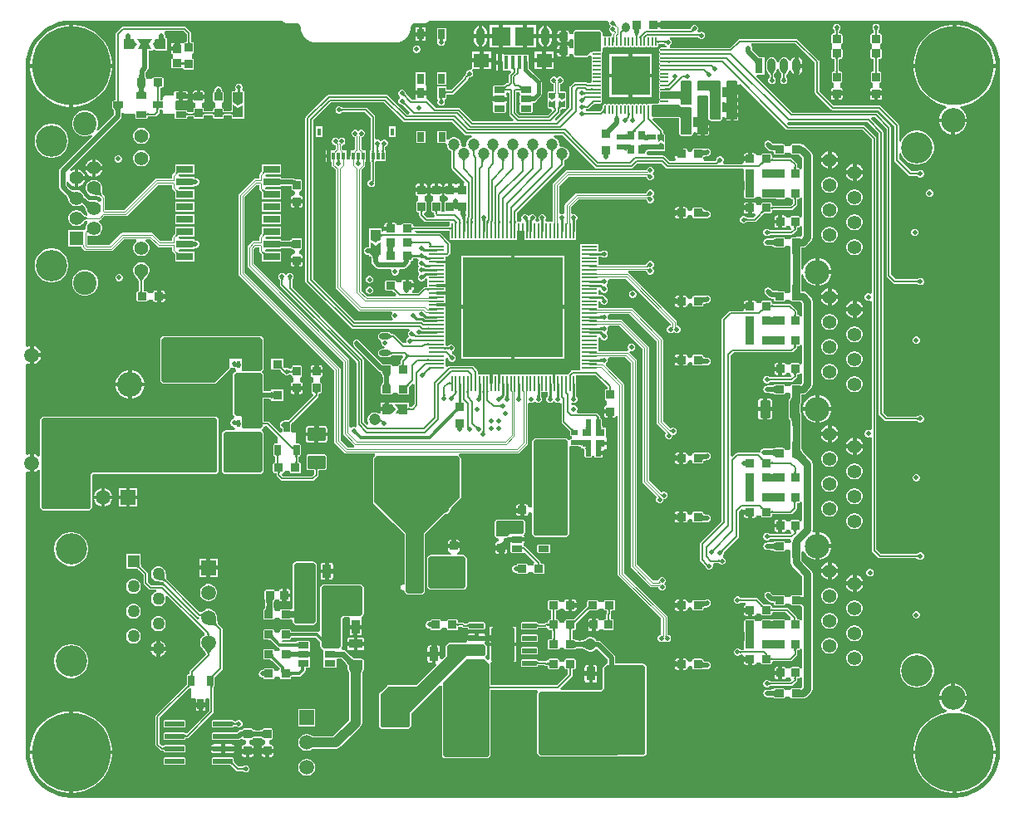
<source format=gtl>
G04*
G04 #@! TF.GenerationSoftware,Altium Limited,Altium Designer,23.4.1 (23)*
G04*
G04 Layer_Physical_Order=1*
G04 Layer_Color=255*
%FSLAX44Y44*%
%MOMM*%
G71*
G04*
G04 #@! TF.SameCoordinates,71779357-5CD3-41FB-92FB-A5B7E85101D3*
G04*
G04*
G04 #@! TF.FilePolarity,Positive*
G04*
G01*
G75*
%ADD10C,0.2000*%
%ADD16C,0.3000*%
%ADD18C,0.2500*%
%ADD52R,5.0000X3.0000*%
%ADD53R,1.7018X0.7620*%
G04:AMPARAMS|DCode=54|XSize=0.9mm|YSize=0.8mm|CornerRadius=0.06mm|HoleSize=0mm|Usage=FLASHONLY|Rotation=90.000|XOffset=0mm|YOffset=0mm|HoleType=Round|Shape=RoundedRectangle|*
%AMROUNDEDRECTD54*
21,1,0.9000,0.6800,0,0,90.0*
21,1,0.7800,0.8000,0,0,90.0*
1,1,0.1200,0.3400,0.3900*
1,1,0.1200,0.3400,-0.3900*
1,1,0.1200,-0.3400,-0.3900*
1,1,0.1200,-0.3400,0.3900*
%
%ADD54ROUNDEDRECTD54*%
G04:AMPARAMS|DCode=55|XSize=0.9mm|YSize=0.8mm|CornerRadius=0.06mm|HoleSize=0mm|Usage=FLASHONLY|Rotation=180.000|XOffset=0mm|YOffset=0mm|HoleType=Round|Shape=RoundedRectangle|*
%AMROUNDEDRECTD55*
21,1,0.9000,0.6800,0,0,180.0*
21,1,0.7800,0.8000,0,0,180.0*
1,1,0.1200,-0.3900,0.3400*
1,1,0.1200,0.3900,0.3400*
1,1,0.1200,0.3900,-0.3400*
1,1,0.1200,-0.3900,-0.3400*
%
%ADD55ROUNDEDRECTD55*%
%ADD56R,0.9500X0.9000*%
%ADD57R,0.4200X0.8128*%
%ADD58R,0.4200X0.8000*%
G04:AMPARAMS|DCode=59|XSize=0.6mm|YSize=1.05mm|CornerRadius=0.045mm|HoleSize=0mm|Usage=FLASHONLY|Rotation=180.000|XOffset=0mm|YOffset=0mm|HoleType=Round|Shape=RoundedRectangle|*
%AMROUNDEDRECTD59*
21,1,0.6000,0.9600,0,0,180.0*
21,1,0.5100,1.0500,0,0,180.0*
1,1,0.0900,-0.2550,0.4800*
1,1,0.0900,0.2550,0.4800*
1,1,0.0900,0.2550,-0.4800*
1,1,0.0900,-0.2550,-0.4800*
%
%ADD59ROUNDEDRECTD59*%
G04:AMPARAMS|DCode=60|XSize=1.34mm|YSize=1.8mm|CornerRadius=0.067mm|HoleSize=0mm|Usage=FLASHONLY|Rotation=90.000|XOffset=0mm|YOffset=0mm|HoleType=Round|Shape=RoundedRectangle|*
%AMROUNDEDRECTD60*
21,1,1.3400,1.6660,0,0,90.0*
21,1,1.2060,1.8000,0,0,90.0*
1,1,0.1340,0.8330,0.6030*
1,1,0.1340,0.8330,-0.6030*
1,1,0.1340,-0.8330,-0.6030*
1,1,0.1340,-0.8330,0.6030*
%
%ADD60ROUNDEDRECTD60*%
G04:AMPARAMS|DCode=61|XSize=1.5mm|YSize=2mm|CornerRadius=0.1875mm|HoleSize=0mm|Usage=FLASHONLY|Rotation=0.000|XOffset=0mm|YOffset=0mm|HoleType=Round|Shape=RoundedRectangle|*
%AMROUNDEDRECTD61*
21,1,1.5000,1.6250,0,0,0.0*
21,1,1.1250,2.0000,0,0,0.0*
1,1,0.3750,0.5625,-0.8125*
1,1,0.3750,-0.5625,-0.8125*
1,1,0.3750,-0.5625,0.8125*
1,1,0.3750,0.5625,0.8125*
%
%ADD61ROUNDEDRECTD61*%
G04:AMPARAMS|DCode=62|XSize=3.8mm|YSize=2mm|CornerRadius=0.05mm|HoleSize=0mm|Usage=FLASHONLY|Rotation=0.000|XOffset=0mm|YOffset=0mm|HoleType=Round|Shape=RoundedRectangle|*
%AMROUNDEDRECTD62*
21,1,3.8000,1.9000,0,0,0.0*
21,1,3.7000,2.0000,0,0,0.0*
1,1,0.1000,1.8500,-0.9500*
1,1,0.1000,-1.8500,-0.9500*
1,1,0.1000,-1.8500,0.9500*
1,1,0.1000,1.8500,0.9500*
%
%ADD62ROUNDEDRECTD62*%
G04:AMPARAMS|DCode=63|XSize=0.6mm|YSize=1.1mm|CornerRadius=0.045mm|HoleSize=0mm|Usage=FLASHONLY|Rotation=90.000|XOffset=0mm|YOffset=0mm|HoleType=Round|Shape=RoundedRectangle|*
%AMROUNDEDRECTD63*
21,1,0.6000,1.0100,0,0,90.0*
21,1,0.5100,1.1000,0,0,90.0*
1,1,0.0900,0.5050,0.2550*
1,1,0.0900,0.5050,-0.2550*
1,1,0.0900,-0.5050,-0.2550*
1,1,0.0900,-0.5050,0.2550*
%
%ADD63ROUNDEDRECTD63*%
G04:AMPARAMS|DCode=64|XSize=0.9mm|YSize=1.4mm|CornerRadius=0.0675mm|HoleSize=0mm|Usage=FLASHONLY|Rotation=0.000|XOffset=0mm|YOffset=0mm|HoleType=Round|Shape=RoundedRectangle|*
%AMROUNDEDRECTD64*
21,1,0.9000,1.2650,0,0,0.0*
21,1,0.7650,1.4000,0,0,0.0*
1,1,0.1350,0.3825,-0.6325*
1,1,0.1350,-0.3825,-0.6325*
1,1,0.1350,-0.3825,0.6325*
1,1,0.1350,0.3825,0.6325*
%
%ADD64ROUNDEDRECTD64*%
G04:AMPARAMS|DCode=65|XSize=0.5mm|YSize=0.6mm|CornerRadius=0.0375mm|HoleSize=0mm|Usage=FLASHONLY|Rotation=180.000|XOffset=0mm|YOffset=0mm|HoleType=Round|Shape=RoundedRectangle|*
%AMROUNDEDRECTD65*
21,1,0.5000,0.5250,0,0,180.0*
21,1,0.4250,0.6000,0,0,180.0*
1,1,0.0750,-0.2125,0.2625*
1,1,0.0750,0.2125,0.2625*
1,1,0.0750,0.2125,-0.2625*
1,1,0.0750,-0.2125,-0.2625*
%
%ADD65ROUNDEDRECTD65*%
G04:AMPARAMS|DCode=66|XSize=0.5mm|YSize=0.6mm|CornerRadius=0.0375mm|HoleSize=0mm|Usage=FLASHONLY|Rotation=270.000|XOffset=0mm|YOffset=0mm|HoleType=Round|Shape=RoundedRectangle|*
%AMROUNDEDRECTD66*
21,1,0.5000,0.5250,0,0,270.0*
21,1,0.4250,0.6000,0,0,270.0*
1,1,0.0750,-0.2625,-0.2125*
1,1,0.0750,-0.2625,0.2125*
1,1,0.0750,0.2625,0.2125*
1,1,0.0750,0.2625,-0.2125*
%
%ADD66ROUNDEDRECTD66*%
%ADD67R,0.9000X0.8000*%
G04:AMPARAMS|DCode=68|XSize=0.22mm|YSize=0.81mm|CornerRadius=0.0275mm|HoleSize=0mm|Usage=FLASHONLY|Rotation=180.000|XOffset=0mm|YOffset=0mm|HoleType=Round|Shape=RoundedRectangle|*
%AMROUNDEDRECTD68*
21,1,0.2200,0.7550,0,0,180.0*
21,1,0.1650,0.8100,0,0,180.0*
1,1,0.0550,-0.0825,0.3775*
1,1,0.0550,0.0825,0.3775*
1,1,0.0550,0.0825,-0.3775*
1,1,0.0550,-0.0825,-0.3775*
%
%ADD68ROUNDEDRECTD68*%
G04:AMPARAMS|DCode=69|XSize=0.81mm|YSize=0.22mm|CornerRadius=0.0275mm|HoleSize=0mm|Usage=FLASHONLY|Rotation=180.000|XOffset=0mm|YOffset=0mm|HoleType=Round|Shape=RoundedRectangle|*
%AMROUNDEDRECTD69*
21,1,0.8100,0.1650,0,0,180.0*
21,1,0.7550,0.2200,0,0,180.0*
1,1,0.0550,-0.3775,0.0825*
1,1,0.0550,0.3775,0.0825*
1,1,0.0550,0.3775,-0.0825*
1,1,0.0550,-0.3775,-0.0825*
%
%ADD69ROUNDEDRECTD69*%
%ADD70R,0.8000X0.9000*%
G04:AMPARAMS|DCode=71|XSize=1mm|YSize=1.8mm|CornerRadius=0.05mm|HoleSize=0mm|Usage=FLASHONLY|Rotation=180.000|XOffset=0mm|YOffset=0mm|HoleType=Round|Shape=RoundedRectangle|*
%AMROUNDEDRECTD71*
21,1,1.0000,1.7000,0,0,180.0*
21,1,0.9000,1.8000,0,0,180.0*
1,1,0.1000,-0.4500,0.8500*
1,1,0.1000,0.4500,0.8500*
1,1,0.1000,0.4500,-0.8500*
1,1,0.1000,-0.4500,-0.8500*
%
%ADD71ROUNDEDRECTD71*%
G04:AMPARAMS|DCode=72|XSize=0.6mm|YSize=1.05mm|CornerRadius=0.045mm|HoleSize=0mm|Usage=FLASHONLY|Rotation=270.000|XOffset=0mm|YOffset=0mm|HoleType=Round|Shape=RoundedRectangle|*
%AMROUNDEDRECTD72*
21,1,0.6000,0.9600,0,0,270.0*
21,1,0.5100,1.0500,0,0,270.0*
1,1,0.0900,-0.4800,-0.2550*
1,1,0.0900,-0.4800,0.2550*
1,1,0.0900,0.4800,0.2550*
1,1,0.0900,0.4800,-0.2550*
%
%ADD72ROUNDEDRECTD72*%
%ADD73R,0.7112X0.9906*%
G04:AMPARAMS|DCode=74|XSize=0.8mm|YSize=0.9mm|CornerRadius=0.06mm|HoleSize=0mm|Usage=FLASHONLY|Rotation=270.000|XOffset=0mm|YOffset=0mm|HoleType=Round|Shape=RoundedRectangle|*
%AMROUNDEDRECTD74*
21,1,0.8000,0.7800,0,0,270.0*
21,1,0.6800,0.9000,0,0,270.0*
1,1,0.1200,-0.3900,-0.3400*
1,1,0.1200,-0.3900,0.3400*
1,1,0.1200,0.3900,0.3400*
1,1,0.1200,0.3900,-0.3400*
%
%ADD74ROUNDEDRECTD74*%
G04:AMPARAMS|DCode=75|XSize=0.8mm|YSize=0.9mm|CornerRadius=0.06mm|HoleSize=0mm|Usage=FLASHONLY|Rotation=0.000|XOffset=0mm|YOffset=0mm|HoleType=Round|Shape=RoundedRectangle|*
%AMROUNDEDRECTD75*
21,1,0.8000,0.7800,0,0,0.0*
21,1,0.6800,0.9000,0,0,0.0*
1,1,0.1200,0.3400,-0.3900*
1,1,0.1200,-0.3400,-0.3900*
1,1,0.1200,-0.3400,0.3900*
1,1,0.1200,0.3400,0.3900*
%
%ADD75ROUNDEDRECTD75*%
%ADD76R,0.4000X1.3500*%
%ADD77R,1.6000X1.4000*%
%ADD78R,1.9000X1.9000*%
%ADD79O,1.2000X0.6000*%
%ADD80R,0.3000X0.8000*%
%ADD81R,0.4000X0.8000*%
%ADD83R,0.2286X1.5621*%
%ADD84R,1.5621X0.2286*%
%ADD85R,1.1000X3.4000*%
%ADD86R,0.8128X1.3208*%
%ADD87R,0.9398X1.8542*%
G04:AMPARAMS|DCode=88|XSize=0.9mm|YSize=1.4mm|CornerRadius=0.0675mm|HoleSize=0mm|Usage=FLASHONLY|Rotation=270.000|XOffset=0mm|YOffset=0mm|HoleType=Round|Shape=RoundedRectangle|*
%AMROUNDEDRECTD88*
21,1,0.9000,1.2650,0,0,270.0*
21,1,0.7650,1.4000,0,0,270.0*
1,1,0.1350,-0.6325,-0.3825*
1,1,0.1350,-0.6325,0.3825*
1,1,0.1350,0.6325,0.3825*
1,1,0.1350,0.6325,-0.3825*
%
%ADD88ROUNDEDRECTD88*%
G04:AMPARAMS|DCode=89|XSize=0.5334mm|YSize=1.9812mm|CornerRadius=0.0667mm|HoleSize=0mm|Usage=FLASHONLY|Rotation=90.000|XOffset=0mm|YOffset=0mm|HoleType=Round|Shape=RoundedRectangle|*
%AMROUNDEDRECTD89*
21,1,0.5334,1.8479,0,0,90.0*
21,1,0.4001,1.9812,0,0,90.0*
1,1,0.1333,0.9239,0.2000*
1,1,0.1333,0.9239,-0.2000*
1,1,0.1333,-0.9239,-0.2000*
1,1,0.1333,-0.9239,0.2000*
%
%ADD89ROUNDEDRECTD89*%
G04:AMPARAMS|DCode=90|XSize=0.5334mm|YSize=1.5mm|CornerRadius=0.0667mm|HoleSize=0mm|Usage=FLASHONLY|Rotation=90.000|XOffset=0mm|YOffset=0mm|HoleType=Round|Shape=RoundedRectangle|*
%AMROUNDEDRECTD90*
21,1,0.5334,1.3667,0,0,90.0*
21,1,0.4001,1.5000,0,0,90.0*
1,1,0.1333,0.6833,0.2000*
1,1,0.1333,0.6833,-0.2000*
1,1,0.1333,-0.6833,-0.2000*
1,1,0.1333,-0.6833,0.2000*
%
%ADD90ROUNDEDRECTD90*%
%ADD91R,2.4000X3.2000*%
%ADD92R,4.1000X4.1000*%
%ADD93R,1.4986X3.3020*%
%ADD94R,0.8000X1.5000*%
%ADD95O,0.8000X1.5000*%
%ADD131R,10.1600X10.1600*%
%ADD141C,1.3970*%
%ADD157O,0.8000X1.0000*%
%ADD158R,1.0000X0.9000*%
%ADD159R,4.0000X4.0000*%
%ADD160R,0.9000X1.0000*%
%ADD161R,0.5000X1.0000*%
%ADD162C,1.2000*%
%ADD163C,0.1254*%
%ADD164C,0.2300*%
%ADD165C,0.4000*%
%ADD166C,0.5000*%
%ADD167C,1.0000*%
%ADD168C,0.6000*%
%ADD169C,0.8000*%
%ADD170C,0.1816*%
%ADD171C,0.3500*%
%ADD172C,0.3810*%
%ADD173C,2.5000*%
%ADD174C,3.2004*%
%ADD175O,0.9000X1.8000*%
%ADD176C,1.5000*%
%ADD177R,1.5000X1.5000*%
%ADD178R,1.5000X1.5000*%
%ADD179C,8.0000*%
%ADD180C,1.5080*%
%ADD181C,2.5500*%
%ADD182R,2.5500X2.5500*%
%ADD183C,1.4080*%
%ADD184R,1.4080X1.4080*%
%ADD185C,2.4000*%
%ADD186C,3.2000*%
%ADD187C,1.2680*%
%ADD188R,1.2680X1.2680*%
%ADD189C,0.5000*%
G36*
X604504Y793317D02*
X604558Y792755D01*
X604607Y792499D01*
X604671Y792261D01*
X604750Y792038D01*
X604844Y791833D01*
X604953Y791645D01*
X605076Y791474D01*
X605215Y791319D01*
X604329Y790433D01*
X604174Y790571D01*
X604003Y790695D01*
X603814Y790804D01*
X603609Y790898D01*
X603387Y790977D01*
X603148Y791041D01*
X602893Y791090D01*
X602620Y791124D01*
X602331Y791143D01*
X602025Y791148D01*
X604500Y793623D01*
X604504Y793317D01*
D02*
G37*
G36*
X684975Y785500D02*
X684766Y785493D01*
X684561Y785468D01*
X684359Y785425D01*
X684159Y785363D01*
X683963Y785283D01*
X683769Y785185D01*
X683579Y785069D01*
X683392Y784935D01*
X683207Y784783D01*
X683026Y784612D01*
X681612Y786026D01*
X681783Y786208D01*
X681935Y786392D01*
X682069Y786579D01*
X682186Y786769D01*
X682283Y786963D01*
X682363Y787159D01*
X682425Y787358D01*
X682468Y787561D01*
X682493Y787766D01*
X682500Y787975D01*
X684975Y785500D01*
D02*
G37*
G36*
X604131Y786073D02*
X604114Y785997D01*
X604113Y785918D01*
X604127Y785834D01*
X604156Y785745D01*
X604201Y785652D01*
X604260Y785554D01*
X604336Y785452D01*
X604426Y785345D01*
X604532Y785233D01*
X603646Y784347D01*
X603508Y784480D01*
X603254Y784698D01*
X603136Y784784D01*
X603026Y784853D01*
X602922Y784907D01*
X602825Y784945D01*
X602734Y784967D01*
X602650Y784974D01*
X602573Y784964D01*
X604162Y786143D01*
X604131Y786073D01*
D02*
G37*
G36*
X629984Y788014D02*
X629702Y787979D01*
X629450Y787863D01*
X629227Y787665D01*
X629034Y787385D01*
X628871Y787025D01*
X628737Y786583D01*
X628633Y786059D01*
X628559Y785454D01*
X628515Y784768D01*
X628500Y784000D01*
X623500D01*
X623487Y784692D01*
X623380Y785891D01*
X623286Y786399D01*
X623166Y786846D01*
X623019Y787232D01*
X622845Y787557D01*
X622645Y787821D01*
X622418Y788023D01*
X622164Y788164D01*
X629984Y788014D01*
D02*
G37*
G36*
X689868Y779695D02*
X689754Y779859D01*
X689625Y780006D01*
X689481Y780136D01*
X689321Y780249D01*
X689146Y780344D01*
X688955Y780422D01*
X688749Y780482D01*
X688528Y780526D01*
X688291Y780552D01*
X688039Y780560D01*
X688547Y782560D01*
X688793Y782566D01*
X689263Y782609D01*
X689485Y782648D01*
X689700Y782697D01*
X689906Y782757D01*
X690105Y782828D01*
X690295Y782909D01*
X690478Y783002D01*
X690652Y783106D01*
X689868Y779695D01*
D02*
G37*
G36*
X956033Y795826D02*
X961963Y794647D01*
X967688Y792703D01*
X973111Y790029D01*
X978138Y786670D01*
X982684Y782684D01*
X986670Y778138D01*
X990029Y773111D01*
X992703Y767688D01*
X994647Y761963D01*
X995826Y756033D01*
X996211Y750172D01*
X996177Y750000D01*
Y50000D01*
X996211Y49828D01*
X995826Y43967D01*
X994647Y38037D01*
X992703Y32312D01*
X990029Y26889D01*
X986670Y21862D01*
X982684Y17316D01*
X978138Y13330D01*
X973111Y9971D01*
X967688Y7297D01*
X961963Y5353D01*
X956033Y4173D01*
X950172Y3789D01*
X950000Y3823D01*
X50000D01*
X49828Y3789D01*
X43967Y4173D01*
X38037Y5353D01*
X32312Y7297D01*
X26889Y9971D01*
X21862Y13330D01*
X17316Y17316D01*
X13330Y21862D01*
X9971Y26889D01*
X7297Y32312D01*
X5353Y38037D01*
X4173Y43967D01*
X3789Y49828D01*
X3823Y50000D01*
Y335472D01*
X5824Y336626D01*
X6395Y336297D01*
X8000Y335866D01*
Y345000D01*
Y354134D01*
X6395Y353703D01*
X5824Y353374D01*
X3823Y354528D01*
Y445472D01*
X5824Y446626D01*
X6395Y446297D01*
X8000Y445866D01*
Y455000D01*
Y464134D01*
X6395Y463703D01*
X5824Y463373D01*
X3823Y464528D01*
Y750000D01*
X3789Y750172D01*
X4173Y756033D01*
X5353Y761963D01*
X7297Y767688D01*
X9971Y773111D01*
X13330Y778138D01*
X17316Y782684D01*
X21862Y786670D01*
X26889Y790029D01*
X32312Y792703D01*
X38037Y794647D01*
X43967Y795826D01*
X49828Y796211D01*
X50000Y796177D01*
X265038D01*
X265494Y795494D01*
X267561Y794113D01*
X270000Y793627D01*
X280000D01*
X280167Y793661D01*
X281414Y793413D01*
X282612Y792612D01*
X283413Y791414D01*
X283661Y790167D01*
X283628Y790000D01*
X283714Y789564D01*
X283985Y786814D01*
X284914Y783751D01*
X286423Y780928D01*
X288454Y778454D01*
X290928Y776423D01*
X293751Y774914D01*
X296814Y773985D01*
X299564Y773714D01*
X300000Y773627D01*
X380000D01*
X380436Y773714D01*
X383186Y773985D01*
X386249Y774914D01*
X389072Y776423D01*
X391546Y778454D01*
X393577Y780928D01*
X395086Y783751D01*
X396015Y786814D01*
X396286Y789564D01*
X396372Y790000D01*
X396339Y790167D01*
X396587Y791414D01*
X397388Y792612D01*
X398586Y793413D01*
X399833Y793661D01*
X400000Y793627D01*
X410000D01*
X412439Y794113D01*
X414506Y795494D01*
X414962Y796177D01*
X596824D01*
X598250Y794394D01*
Y792902D01*
X598821Y791524D01*
X599822Y790523D01*
X598821Y789522D01*
X598250Y788144D01*
Y786652D01*
X598821Y785274D01*
X599876Y784219D01*
X600970Y783133D01*
X600825Y782401D01*
Y781173D01*
X598825Y779876D01*
X597175D01*
X596000Y779395D01*
X594825Y779876D01*
X593375D01*
X593087Y779945D01*
X591375Y781295D01*
Y784000D01*
X590972Y784972D01*
X590972Y784972D01*
X589972Y785972D01*
Y785972D01*
X589000Y786375D01*
X589000Y786375D01*
X564000D01*
X564000Y786375D01*
X563028Y785972D01*
X563028Y785972D01*
X562028Y784972D01*
X561625Y784000D01*
X561625Y784000D01*
Y783414D01*
X560822Y782611D01*
X558489Y782670D01*
X557847Y783400D01*
X557661Y784336D01*
X557130Y785130D01*
X556336Y785661D01*
X555400Y785847D01*
X554545D01*
X554621Y784740D01*
X554674Y784468D01*
X554737Y784257D01*
X554809Y784107D01*
X554892Y784016D01*
X554984Y783986D01*
X553500D01*
Y780000D01*
Y776164D01*
X555836D01*
X555582Y776013D01*
X555355Y775780D01*
X555155Y775465D01*
X554981Y775070D01*
X554834Y774592D01*
X554739Y774153D01*
X555400D01*
X556336Y774339D01*
X557130Y774870D01*
X557661Y775664D01*
X557847Y776600D01*
X558489Y777330D01*
X560822Y777389D01*
X561625Y776586D01*
Y768414D01*
X560822Y767611D01*
X558489Y767670D01*
X557847Y768400D01*
X557661Y769336D01*
X557130Y770130D01*
X556336Y770661D01*
X555400Y770847D01*
X554739D01*
X554834Y770408D01*
X554981Y769930D01*
X555155Y769535D01*
X555355Y769220D01*
X555582Y768987D01*
X555836Y768836D01*
X553500D01*
Y765000D01*
Y761014D01*
X554983D01*
X554892Y760984D01*
X554809Y760893D01*
X554737Y760743D01*
X554674Y760532D01*
X554621Y760260D01*
X554577Y759929D01*
X554524Y759153D01*
X555400D01*
X556336Y759339D01*
X557130Y759870D01*
X557661Y760664D01*
X557847Y761600D01*
X558489Y762330D01*
X560822Y762389D01*
X561625Y761586D01*
Y761000D01*
X561625Y761000D01*
X562028Y760028D01*
X562028Y760028D01*
X563028Y759028D01*
X564000Y758625D01*
X564000Y758625D01*
X575000D01*
X575972Y759028D01*
X575972Y759028D01*
X577248Y760304D01*
X579602Y759919D01*
X580124Y758825D01*
Y757175D01*
X580608Y756008D01*
X580608Y755992D01*
X580124Y754825D01*
Y753175D01*
X580608Y752008D01*
X580608Y751992D01*
X580124Y750825D01*
Y749175D01*
X580608Y748008D01*
X580608Y747992D01*
X580124Y746825D01*
Y745175D01*
X580608Y744008D01*
X580608Y743992D01*
X580124Y742825D01*
Y741175D01*
X580608Y740008D01*
X580608Y739992D01*
X580124Y738825D01*
Y737175D01*
X580608Y736008D01*
X580608Y735992D01*
X580124Y734825D01*
Y733175D01*
X578324Y732294D01*
X576546D01*
X576218Y732622D01*
X575474Y733120D01*
X574596Y733294D01*
X563204D01*
X562326Y733120D01*
X561582Y732622D01*
X558378Y729418D01*
X557881Y728674D01*
X557706Y727796D01*
Y707437D01*
X544401Y694133D01*
X543558Y694253D01*
X542850Y696374D01*
X548017Y701541D01*
X548494Y702255D01*
X548662Y703097D01*
Y705431D01*
X548970Y705493D01*
X549684Y705970D01*
X549933Y706218D01*
X552625D01*
X553259Y706344D01*
X553797Y706703D01*
X554156Y707241D01*
X554282Y707875D01*
Y710078D01*
X554353Y710250D01*
Y714500D01*
X554053Y715856D01*
X554327Y716985D01*
X554311Y717062D01*
X554353Y717250D01*
Y718750D01*
X554282Y718922D01*
Y722125D01*
X554156Y722759D01*
X553797Y723297D01*
X553259Y723656D01*
X552625Y723782D01*
X548152D01*
X548127Y723787D01*
X548012D01*
Y731250D01*
X548746D01*
X550124Y731821D01*
X551179Y732876D01*
X551750Y734254D01*
Y735746D01*
X551179Y737124D01*
X550124Y738179D01*
X548746Y738750D01*
X547254D01*
X545876Y738179D01*
X544875Y737178D01*
X543874Y738179D01*
X542496Y738750D01*
X541004D01*
X539626Y738179D01*
X538571Y737124D01*
X538000Y735746D01*
Y734254D01*
X538571Y732876D01*
X539626Y731821D01*
X541004Y731250D01*
X541661D01*
Y723782D01*
X537375D01*
X536741Y723656D01*
X536203Y723297D01*
X535844Y722759D01*
X535718Y722125D01*
Y718922D01*
X535647Y718750D01*
Y717250D01*
X535689Y717062D01*
X535673Y716985D01*
X535853Y715433D01*
X535647Y714500D01*
Y710250D01*
X535718Y710078D01*
Y707875D01*
X535844Y707241D01*
X536203Y706703D01*
X536741Y706344D01*
X537375Y706218D01*
X539278D01*
X540024Y704417D01*
X539832Y703944D01*
X535617Y699728D01*
X506926D01*
X503744Y702911D01*
Y723300D01*
X506009D01*
X506145Y723239D01*
X506455Y723231D01*
X506676Y723212D01*
X506717Y723205D01*
Y722950D01*
X506849Y722287D01*
X507098Y721914D01*
X507224Y721590D01*
Y719910D01*
X507098Y719586D01*
X506849Y719213D01*
X506717Y718550D01*
Y713450D01*
X506849Y712787D01*
X507098Y712413D01*
X507224Y712090D01*
Y710410D01*
X507098Y710087D01*
X506849Y709713D01*
X506717Y709050D01*
Y703950D01*
X506849Y703287D01*
X507224Y702724D01*
X507787Y702349D01*
X508450Y702217D01*
X518550D01*
X519213Y702349D01*
X519776Y702724D01*
X520151Y703287D01*
X520283Y703950D01*
Y709050D01*
X520151Y709713D01*
X519902Y710087D01*
X519891Y710114D01*
X519868Y710301D01*
X519957Y710733D01*
X520531Y712177D01*
X521000D01*
X521369Y712250D01*
X521746D01*
X522094Y712394D01*
X522463Y712468D01*
X522776Y712677D01*
X523124Y712821D01*
X523390Y713087D01*
X523704Y713296D01*
X523913Y713609D01*
X524179Y713876D01*
X524323Y714224D01*
X524532Y714537D01*
X524606Y714906D01*
X524615Y714929D01*
X528343Y718657D01*
X529061Y719732D01*
X529314Y721000D01*
Y733000D01*
X529061Y734268D01*
X528343Y735343D01*
X516314Y747373D01*
Y753250D01*
X516250Y753570D01*
Y761250D01*
X490800D01*
Y761800D01*
X489000D01*
Y753250D01*
Y744700D01*
X490800D01*
Y745250D01*
X497241D01*
X498069Y743250D01*
X496444Y741625D01*
X495967Y740911D01*
X495800Y740069D01*
Y732912D01*
X495249Y732361D01*
X493660D01*
X492818Y732193D01*
X492104Y731716D01*
X492104Y731716D01*
X491217Y730829D01*
X491082Y730779D01*
X490393Y730138D01*
X490143Y729936D01*
X489930Y729786D01*
X489925Y729783D01*
X489540D01*
X489436Y729827D01*
X489331Y729783D01*
X489327D01*
X489218Y729809D01*
X489176Y729783D01*
X481450D01*
X480787Y729651D01*
X480224Y729276D01*
X479849Y728713D01*
X479717Y728050D01*
Y722950D01*
X479825Y722405D01*
X479849Y722287D01*
X479831Y720489D01*
X479641Y719892D01*
X479331Y719428D01*
X479156Y718550D01*
Y718542D01*
X480555Y718634D01*
X480783Y718682D01*
X480955Y718737D01*
X481070Y718801D01*
X481129Y718871D01*
Y718000D01*
X486500D01*
X493844D01*
Y718550D01*
X493669Y719428D01*
X493359Y719892D01*
X493169Y720489D01*
X493158Y721645D01*
X494257Y722802D01*
X496256Y722125D01*
Y700722D01*
X496424Y699880D01*
X496901Y699166D01*
X500755Y695312D01*
X499990Y693464D01*
X459345D01*
X446437Y706372D01*
X445693Y706870D01*
X444815Y707044D01*
X421763D01*
X413995Y714813D01*
X413387Y715219D01*
X413251Y715310D01*
X412103Y716094D01*
X411606Y717216D01*
Y720500D01*
X406250D01*
X400894D01*
X400894Y715747D01*
X399003Y715485D01*
X397219D01*
X391529Y721174D01*
X391478Y721309D01*
X391333Y721461D01*
X391228Y721585D01*
X391137Y721706D01*
X391060Y721822D01*
X390996Y721934D01*
X390943Y722043D01*
X390900Y722149D01*
X390867Y722253D01*
X390843Y722357D01*
X390818Y722513D01*
X390750Y722624D01*
Y722746D01*
X390179Y724124D01*
X389124Y725179D01*
X387746Y725750D01*
X386254D01*
X384876Y725179D01*
X383821Y724124D01*
X383250Y722746D01*
Y721254D01*
X383821Y719876D01*
X384506Y719191D01*
X384725Y718000D01*
X384506Y716809D01*
X383821Y716124D01*
X383250Y714746D01*
Y713254D01*
X383821Y711876D01*
X384876Y710821D01*
X386254Y710250D01*
X386382D01*
X386496Y710181D01*
X386651Y710156D01*
X386754Y710132D01*
X386859Y710099D01*
X386964Y710057D01*
X387073Y710005D01*
X387185Y709941D01*
X387301Y709864D01*
X387421Y709773D01*
X387545Y709668D01*
X387698Y709523D01*
X387832Y709472D01*
X394912Y702392D01*
X394146Y700544D01*
X392296D01*
X372968Y719872D01*
X372224Y720369D01*
X371346Y720544D01*
X312654D01*
X311776Y720369D01*
X311032Y719872D01*
X289378Y698218D01*
X288881Y697474D01*
X288706Y696596D01*
Y530404D01*
X288881Y529526D01*
X289378Y528782D01*
X335476Y482683D01*
X336221Y482186D01*
X337099Y482011D01*
X394095D01*
X394616Y480789D01*
X394708Y480011D01*
X393821Y479124D01*
X393250Y477746D01*
Y476254D01*
X393821Y474876D01*
X394037Y474660D01*
X394059Y474464D01*
X393451Y472417D01*
X392876Y472179D01*
X391821Y471124D01*
X391250Y469746D01*
Y468254D01*
X390635Y467363D01*
X388196Y467175D01*
X379749Y475622D01*
X379005Y476119D01*
X378127Y476294D01*
X377961D01*
X377827Y476353D01*
X377361Y476362D01*
X376987Y476387D01*
X376684Y476425D01*
X376461Y476470D01*
X376064Y477064D01*
X374658Y478003D01*
X373000Y478333D01*
X367000D01*
X365342Y478003D01*
X363936Y477064D01*
X362997Y475658D01*
X362667Y474000D01*
X362997Y472342D01*
X363936Y470936D01*
X365342Y469997D01*
X366262Y467774D01*
X366250Y467746D01*
Y466254D01*
X366821Y464876D01*
X367876Y463821D01*
X369254Y463250D01*
X369053Y461333D01*
X367000D01*
X365342Y461003D01*
X363936Y460064D01*
X362997Y458658D01*
X362667Y457000D01*
X362997Y455342D01*
X363936Y453936D01*
X365342Y452997D01*
X367000Y452667D01*
X373000D01*
X374658Y452997D01*
X376064Y453936D01*
X376461Y454530D01*
X376664Y454571D01*
X377379Y454638D01*
X377827Y454647D01*
X377961Y454706D01*
X387633D01*
X387780Y454553D01*
X388462Y452706D01*
X386378Y450622D01*
X385881Y449878D01*
X385706Y449000D01*
Y446183D01*
X385648Y446051D01*
X385639Y445707D01*
X385617Y445454D01*
X385589Y445286D01*
X384600D01*
X383878Y445143D01*
X383266Y444734D01*
X382857Y444122D01*
X382000Y443353D01*
X378000D01*
X377161Y444130D01*
X376748Y444748D01*
X376130Y445162D01*
X375400Y445307D01*
X370187D01*
X370000Y445344D01*
X370000Y445344D01*
X367896D01*
X344261Y468978D01*
X344196Y469136D01*
X343928Y469403D01*
X343718Y469718D01*
X343403Y469928D01*
X343135Y470196D01*
X342786Y470341D01*
X342471Y470551D01*
X342100Y470625D01*
X341750Y470770D01*
X341371D01*
X341000Y470844D01*
X340629Y470770D01*
X340250D01*
X339900Y470625D01*
X339529Y470551D01*
X339214Y470341D01*
X338865Y470196D01*
X338597Y469928D01*
X338282Y469718D01*
X338072Y469403D01*
X337804Y469136D01*
X337659Y468786D01*
X337449Y468471D01*
X337375Y468100D01*
X337230Y467750D01*
Y467371D01*
X337156Y467000D01*
Y466804D01*
X337156Y466804D01*
X337230Y466432D01*
Y466250D01*
X337300Y466082D01*
X337449Y465332D01*
X338282Y464086D01*
X363585Y438782D01*
X363586Y438782D01*
X364832Y437949D01*
X365693Y437777D01*
Y436600D01*
X365839Y435870D01*
X365854Y435846D01*
X365847Y435772D01*
X366062Y435507D01*
X366192Y435192D01*
X366381Y435114D01*
X366510Y434955D01*
X366736Y434833D01*
X366844Y434742D01*
X366969Y434590D01*
X367107Y434355D01*
X367245Y434025D01*
X367372Y433599D01*
X367474Y433100D01*
X367608Y431748D01*
X367626Y430954D01*
X367656Y430885D01*
Y429115D01*
X367626Y429046D01*
X367608Y428233D01*
X367558Y427533D01*
X367478Y426921D01*
X367372Y426401D01*
X367245Y425975D01*
X367107Y425645D01*
X366969Y425410D01*
X366844Y425258D01*
X366736Y425167D01*
X366510Y425045D01*
X366381Y424886D01*
X366192Y424808D01*
X366062Y424493D01*
X365847Y424228D01*
X365854Y424154D01*
X365839Y424130D01*
X365693Y423400D01*
Y416600D01*
X365839Y415870D01*
X366252Y415252D01*
X366870Y414838D01*
X367600Y414693D01*
X375400D01*
X376130Y414838D01*
X376748Y415252D01*
X377161Y415870D01*
X378000Y416647D01*
X382000D01*
X382857Y415878D01*
X383266Y415266D01*
X383878Y414857D01*
X384600Y414714D01*
X392400D01*
X393122Y414857D01*
X393734Y415266D01*
X394143Y415878D01*
X394286Y416600D01*
Y421567D01*
X394339Y421697D01*
X394292Y421808D01*
X394318Y421926D01*
X394286Y421975D01*
Y422292D01*
X394419Y422480D01*
X395010Y423170D01*
X395403Y423575D01*
X395457Y423713D01*
X397799Y426055D01*
X399799Y425226D01*
Y405043D01*
X397050Y402294D01*
X395135D01*
X395004Y402352D01*
X394659Y402361D01*
X394406Y402383D01*
X394249Y402409D01*
Y406249D01*
X385251D01*
X385000Y406353D01*
X380205D01*
X380000Y406353D01*
X380000Y406353D01*
X379653Y406209D01*
X377799Y406799D01*
X377316Y406799D01*
X373499D01*
Y399999D01*
X371499D01*
Y397999D01*
X365199D01*
Y396072D01*
X364294Y395471D01*
X363199Y395117D01*
X361847Y395898D01*
X360003Y396392D01*
X358094D01*
X356250Y395898D01*
X354597Y394943D01*
X353247Y393593D01*
X352292Y391940D01*
X351798Y390096D01*
Y388187D01*
X352292Y386343D01*
X353061Y385011D01*
X351461Y383783D01*
X348544Y386700D01*
Y449750D01*
X348369Y450628D01*
X347872Y451372D01*
X275294Y523950D01*
Y531038D01*
X275352Y531168D01*
X275359Y531373D01*
X275373Y531522D01*
X275394Y531653D01*
X275422Y531769D01*
X275456Y531870D01*
X275494Y531960D01*
X275536Y532040D01*
X275583Y532113D01*
X275637Y532182D01*
X275738Y532290D01*
X275825Y532522D01*
X276179Y532876D01*
X276750Y534254D01*
Y535746D01*
X276179Y537124D01*
X275124Y538179D01*
X273746Y538750D01*
X272254D01*
X270876Y538179D01*
X270014Y537317D01*
X268875Y537212D01*
X267736Y537317D01*
X266874Y538179D01*
X265496Y538750D01*
X264004D01*
X262626Y538179D01*
X261571Y537124D01*
X261000Y535746D01*
Y534254D01*
X261571Y532876D01*
X262176Y532271D01*
X262291Y532035D01*
X262395Y531943D01*
X262441Y531894D01*
X262480Y531842D01*
X262516Y531783D01*
X262548Y531714D01*
X262579Y531632D01*
X262605Y531532D01*
X262627Y531413D01*
X262641Y531274D01*
X262648Y531071D01*
X262671Y531021D01*
X262655Y530967D01*
X262706Y530875D01*
Y526404D01*
X262881Y525526D01*
X263378Y524782D01*
X340706Y447454D01*
Y384000D01*
X340881Y383122D01*
X340997Y382948D01*
X339619Y381410D01*
X338750Y381770D01*
X337250D01*
X335864Y381196D01*
X335437Y380769D01*
X333437Y381597D01*
Y449965D01*
X333292Y450697D01*
X332877Y451318D01*
X235914Y548281D01*
Y563195D01*
X237793Y565075D01*
X241770D01*
Y561237D01*
X241915Y560504D01*
X242330Y559884D01*
X243658Y558556D01*
X243713Y558409D01*
X244139Y557949D01*
X244258Y557802D01*
X244309Y557728D01*
X244237Y557556D01*
X244280Y557453D01*
X244254Y557345D01*
X244310Y557254D01*
Y550490D01*
X263828D01*
Y560610D01*
X248283D01*
X247780Y561190D01*
X248544Y562926D01*
X248872Y563190D01*
X263828D01*
Y564176D01*
X270877D01*
X270941Y564148D01*
X272588Y564095D01*
X273233Y564036D01*
X273793Y563954D01*
X274250Y563856D01*
X274597Y563749D01*
X274826Y563648D01*
X274935Y563579D01*
X274941Y563573D01*
X275002Y563471D01*
X275141Y563368D01*
X275207Y563207D01*
X275542Y563069D01*
X275833Y562852D01*
X275876Y562859D01*
X275878Y562857D01*
X276319Y562770D01*
X276773Y562562D01*
X278000Y561483D01*
X278000Y560714D01*
X278000Y559078D01*
X276600Y557847D01*
X275664Y557661D01*
X274870Y557130D01*
X274339Y556336D01*
X274153Y555400D01*
Y553500D01*
X280000D01*
X285847D01*
Y555400D01*
X285661Y556336D01*
X285130Y557130D01*
X284336Y557661D01*
X283400Y557847D01*
X282000Y559078D01*
X282000Y559847D01*
X282000Y561483D01*
X283227Y562562D01*
X283681Y562770D01*
X284122Y562857D01*
X284734Y563266D01*
X285143Y563878D01*
X285286Y564600D01*
Y572400D01*
X285143Y573122D01*
X284734Y573734D01*
X284122Y574143D01*
X283400Y574286D01*
X276600D01*
X275878Y574143D01*
X275837Y574115D01*
X275746Y574123D01*
X275503Y573915D01*
X275207Y573793D01*
X275124Y573591D01*
X274958Y573450D01*
X274782Y573103D01*
X274620Y572882D01*
X274416Y572681D01*
X274155Y572493D01*
X273825Y572318D01*
X273419Y572163D01*
X272931Y572034D01*
X272361Y571936D01*
X271711Y571875D01*
X270945Y571852D01*
X270880Y571823D01*
X263828D01*
Y573310D01*
X248698D01*
X248626Y573369D01*
X247719Y575310D01*
X248182Y575890D01*
X263828D01*
Y586010D01*
X244310D01*
Y579203D01*
X244286Y579165D01*
X244310Y579062D01*
Y579045D01*
X244268Y578943D01*
X244310Y578842D01*
Y578766D01*
X244282Y578726D01*
X243953Y578340D01*
X243731Y578111D01*
X243670Y577957D01*
X242330Y576616D01*
X241915Y575995D01*
X241770Y575263D01*
Y571426D01*
X235955D01*
X235222Y571280D01*
X234601Y570865D01*
X230123Y566387D01*
X229708Y565766D01*
X229563Y565033D01*
Y546443D01*
X229708Y545711D01*
X230123Y545090D01*
X327086Y448127D01*
Y375000D01*
X327232Y374268D01*
X327647Y373647D01*
X338171Y363123D01*
X338484Y362914D01*
X338390Y361582D01*
X338151Y360914D01*
X331793D01*
X324437Y368269D01*
Y441045D01*
X324292Y441778D01*
X323877Y442399D01*
X226880Y539395D01*
Y616174D01*
X239281Y628574D01*
X241770D01*
Y624737D01*
X241915Y624005D01*
X242330Y623384D01*
X243658Y622056D01*
X243713Y621909D01*
X244139Y621449D01*
X244258Y621302D01*
X244309Y621228D01*
X244237Y621056D01*
X244280Y620953D01*
X244254Y620845D01*
X244310Y620754D01*
Y613990D01*
X263828D01*
Y624110D01*
X248283D01*
X247780Y624690D01*
X248544Y626426D01*
X248872Y626690D01*
X263828D01*
Y627677D01*
X274047D01*
X274714Y627231D01*
Y624600D01*
X274857Y623878D01*
X275266Y623266D01*
X275878Y622857D01*
X276319Y622770D01*
X276773Y622562D01*
X278000Y621483D01*
X278000Y620714D01*
X278000Y619078D01*
X276600Y617847D01*
X275664Y617661D01*
X274870Y617130D01*
X274339Y616336D01*
X274153Y615400D01*
Y613500D01*
X280000D01*
X285847D01*
Y615400D01*
X285661Y616336D01*
X285130Y617130D01*
X284336Y617661D01*
X283400Y617847D01*
X282000Y619078D01*
X282000Y619847D01*
X282000Y621483D01*
X283227Y622562D01*
X283681Y622770D01*
X284122Y622857D01*
X284734Y623266D01*
X285143Y623878D01*
X285286Y624600D01*
Y632400D01*
X285143Y633122D01*
X284734Y633734D01*
X284122Y634143D01*
X283400Y634286D01*
X278687D01*
X278500Y634324D01*
X278095D01*
X277034Y635032D01*
X275571Y635323D01*
X263828D01*
Y636810D01*
X248698D01*
X248626Y636869D01*
X247719Y638810D01*
X248182Y639390D01*
X263828D01*
Y649510D01*
X244310D01*
Y642703D01*
X244286Y642664D01*
X244310Y642562D01*
Y642545D01*
X244268Y642443D01*
X244310Y642342D01*
Y642266D01*
X244282Y642226D01*
X243953Y641840D01*
X243731Y641611D01*
X243670Y641457D01*
X242330Y640116D01*
X241915Y639495D01*
X241770Y638763D01*
Y634925D01*
X237443D01*
X236710Y634780D01*
X236090Y634365D01*
X221090Y619365D01*
X220675Y618744D01*
X220529Y618012D01*
Y537557D01*
X220675Y536825D01*
X221090Y536204D01*
X318086Y439207D01*
Y366431D01*
X318232Y365699D01*
X318647Y365078D01*
X328601Y355123D01*
X329222Y354708D01*
X329955Y354563D01*
X359036D01*
X359136Y354403D01*
X359649Y352563D01*
X358043Y350957D01*
X357647Y350000D01*
Y305000D01*
X358043Y304043D01*
X378043Y284043D01*
X389647Y272440D01*
Y221414D01*
X388827Y220594D01*
X387000Y220641D01*
Y220000D01*
X386000D01*
Y216000D01*
X387000D01*
Y215359D01*
X388827Y215406D01*
X389647Y214586D01*
Y214000D01*
X390043Y213043D01*
X392043Y211043D01*
X393000Y210647D01*
X407000D01*
X407957Y211043D01*
X409957Y213043D01*
X410353Y214000D01*
Y272440D01*
X430663Y292750D01*
X430955D01*
X432798Y293244D01*
X434452Y294199D01*
X435801Y295548D01*
X436756Y297202D01*
X437250Y299046D01*
Y299337D01*
X446957Y309043D01*
X447353Y310000D01*
Y350000D01*
X446957Y350957D01*
X445351Y352563D01*
X445864Y354403D01*
X445964Y354563D01*
X505045D01*
X505778Y354708D01*
X506399Y355123D01*
X514615Y363340D01*
X515030Y363960D01*
X515176Y364693D01*
Y405693D01*
X515975Y406223D01*
X517175Y406697D01*
X518254Y406250D01*
X519746D01*
X521124Y406821D01*
X521193Y406890D01*
X522500Y407681D01*
X523807Y406890D01*
X523876Y406821D01*
X525254Y406250D01*
X526746D01*
X528124Y406821D01*
X529179Y407876D01*
X529750Y409254D01*
Y410746D01*
X529179Y412124D01*
X528831Y412472D01*
X528750Y412696D01*
X528687Y412766D01*
X528670Y412789D01*
X528648Y412828D01*
X528621Y412886D01*
X528593Y412965D01*
X528565Y413069D01*
X528544Y413177D01*
X528507Y413541D01*
X528503Y413751D01*
X528447Y413877D01*
Y417152D01*
X535553D01*
Y413877D01*
X535497Y413751D01*
X535492Y413523D01*
X535479Y413348D01*
X535460Y413196D01*
X535435Y413069D01*
X535407Y412966D01*
X535379Y412886D01*
X535352Y412828D01*
X535330Y412789D01*
X535313Y412766D01*
X535250Y412696D01*
X535169Y412472D01*
X534821Y412124D01*
X534250Y410746D01*
Y409254D01*
X534821Y407876D01*
X535876Y406821D01*
X537254Y406250D01*
X538746D01*
X540124Y406821D01*
X540809Y407506D01*
X542000Y407725D01*
X543191Y407506D01*
X543876Y406821D01*
X545254Y406250D01*
X546746D01*
X547566Y406590D01*
X549128Y405856D01*
X549566Y405435D01*
Y387140D01*
X549741Y386262D01*
X550238Y385517D01*
X557550Y378206D01*
X557599Y378074D01*
X558348Y377272D01*
X558589Y376975D01*
X558718Y376794D01*
Y376435D01*
X558701Y376408D01*
X558718Y376328D01*
Y376270D01*
X558680Y376179D01*
X558718Y376084D01*
Y373875D01*
X558844Y373241D01*
X559203Y372703D01*
X559741Y372344D01*
X560000Y372293D01*
Y369707D01*
X559741Y369656D01*
X559203Y369297D01*
X558844Y368759D01*
X558826Y368669D01*
X557582Y368195D01*
X557373Y368159D01*
X556739Y368175D01*
X554957Y369957D01*
X554000Y370353D01*
X523000D01*
X522043Y369957D01*
X520043Y367957D01*
X519647Y367000D01*
Y300416D01*
X518826Y299595D01*
X516503Y299654D01*
X515846Y300402D01*
X515660Y301338D01*
X515129Y302132D01*
X514335Y302662D01*
X513399Y302849D01*
X511499D01*
Y297002D01*
Y291155D01*
X513399D01*
X514335Y291341D01*
X515129Y291871D01*
X515660Y292665D01*
X515846Y293602D01*
X516503Y294349D01*
X518826Y294408D01*
X519647Y293587D01*
Y273000D01*
X520043Y272043D01*
X522043Y270043D01*
X523000Y269647D01*
X554000D01*
X554957Y270043D01*
X556957Y272043D01*
X557353Y273000D01*
Y361873D01*
X558595Y362430D01*
X559353Y362603D01*
X559741Y362344D01*
X560375Y362218D01*
X562791D01*
X563000Y362177D01*
X565430D01*
X565495Y362147D01*
X566404Y362124D01*
X567162Y362058D01*
X567796Y361953D01*
X568302Y361819D01*
X568674Y361669D01*
X568915Y361523D01*
X569048Y361401D01*
X569114Y361304D01*
X569152Y361196D01*
X569185Y360887D01*
X569185Y360887D01*
X569250Y360768D01*
Y359750D01*
X570531Y359677D01*
X570561Y359690D01*
X570674Y359685D01*
X570793Y359750D01*
X571739D01*
X571858Y359685D01*
X572175Y359652D01*
X572290Y359611D01*
X572392Y359543D01*
X572516Y359409D01*
X572664Y359168D01*
X572816Y358797D01*
X572951Y358293D01*
X573057Y357660D01*
X573124Y356903D01*
X573148Y355995D01*
X573177Y355930D01*
Y355000D01*
X573218Y354791D01*
Y352375D01*
X573344Y351741D01*
X573703Y351203D01*
X574241Y350844D01*
X574875Y350718D01*
X579125D01*
X579759Y350844D01*
X580297Y351203D01*
X580656Y351741D01*
X580700Y351964D01*
X582739Y351964D01*
X582826Y351526D01*
X583307Y350807D01*
X584026Y350326D01*
X584875Y350157D01*
X589125D01*
X589974Y350326D01*
X590693Y350807D01*
X591174Y351526D01*
X591343Y352375D01*
Y353000D01*
X587000D01*
Y356031D01*
X584500D01*
X584530Y361031D01*
X592000D01*
X591525Y360980D01*
X591100Y360830D01*
X590725Y360580D01*
X590400Y360230D01*
X590125Y359781D01*
X589900Y359230D01*
X589725Y358581D01*
X589600Y357831D01*
X589527Y357000D01*
X591343D01*
Y357625D01*
X592909Y359198D01*
X592913Y359200D01*
X595300D01*
Y363000D01*
X589000D01*
Y367000D01*
X595300D01*
Y370800D01*
X594750D01*
Y381250D01*
X592210D01*
X592148Y381284D01*
X591831Y381319D01*
X591716Y381360D01*
X591613Y381430D01*
X591487Y381566D01*
X591338Y381811D01*
X591185Y382187D01*
X591049Y382695D01*
X590943Y383332D01*
X590876Y384093D01*
X590853Y385005D01*
X590824Y385070D01*
Y386000D01*
X590782Y386209D01*
Y388625D01*
X590656Y389259D01*
X590297Y389797D01*
X589759Y390156D01*
X589344Y390238D01*
X589342Y390246D01*
X589311Y390435D01*
X589289Y390688D01*
X589280Y391033D01*
X589222Y391164D01*
Y391492D01*
X589047Y392370D01*
X588550Y393114D01*
X586578Y395086D01*
X585834Y395583D01*
X584956Y395758D01*
X565890D01*
X565061Y397758D01*
X565179Y397876D01*
X565750Y399254D01*
Y400746D01*
X565179Y402124D01*
X564124Y403179D01*
X562746Y403750D01*
X561254D01*
X560904Y403605D01*
X558900Y404571D01*
X558894Y404595D01*
Y405405D01*
X558900Y405429D01*
X560904Y406395D01*
X561254Y406250D01*
X562746D01*
X564124Y406821D01*
X565179Y407876D01*
X565750Y409254D01*
Y410746D01*
X565179Y412124D01*
X564831Y412472D01*
X564750Y412696D01*
X564687Y412766D01*
X564670Y412789D01*
X564648Y412828D01*
X564621Y412886D01*
X564593Y412965D01*
X564565Y413069D01*
X564544Y413177D01*
X564507Y413541D01*
X564503Y413751D01*
X564447Y413877D01*
Y426213D01*
X564393Y426484D01*
Y434773D01*
X583983D01*
X596469Y422286D01*
X596135Y420286D01*
X595600D01*
X594878Y420143D01*
X594266Y419734D01*
X593857Y419122D01*
X593714Y418400D01*
Y410600D01*
X593857Y409878D01*
X594266Y409266D01*
X594878Y408857D01*
X595647Y408003D01*
Y404002D01*
X594664Y403661D01*
X593870Y403130D01*
X593339Y402336D01*
X593153Y401400D01*
Y399500D01*
X599000D01*
Y397500D01*
X601000D01*
Y391153D01*
X602400D01*
X603336Y391339D01*
X604130Y391870D01*
X604661Y392664D01*
X604739Y393059D01*
X606739Y392862D01*
Y231347D01*
X606885Y230615D01*
X607300Y229994D01*
X651086Y186207D01*
Y171779D01*
X650828Y169795D01*
X650773Y169750D01*
X650391D01*
X649013Y169179D01*
X647958Y168124D01*
X647387Y166746D01*
Y165254D01*
X647958Y163876D01*
X649013Y162821D01*
X650391Y162250D01*
X651883D01*
X653261Y162821D01*
X654262Y163822D01*
X655263Y162821D01*
X656641Y162250D01*
X658133D01*
X659511Y162821D01*
X660566Y163876D01*
X661137Y165254D01*
Y166746D01*
X660566Y168124D01*
X659511Y169179D01*
X658133Y169750D01*
X657750D01*
X657695Y169795D01*
X657437Y171779D01*
Y188045D01*
X657292Y188778D01*
X656877Y189399D01*
X613091Y233185D01*
Y425170D01*
X612945Y425902D01*
X612530Y426523D01*
X594610Y444443D01*
X595079Y446802D01*
X595124Y446821D01*
X596179Y447876D01*
X596750Y449254D01*
Y450746D01*
X596717Y450825D01*
X598054Y452825D01*
X614669D01*
X620086Y447408D01*
Y239431D01*
X620232Y238699D01*
X620647Y238078D01*
X639517Y219208D01*
X640137Y218793D01*
X640870Y218647D01*
X648250D01*
Y217900D01*
X648821Y216522D01*
X649876Y215467D01*
X651254Y214896D01*
X652746D01*
X654124Y215467D01*
X655179Y216522D01*
X655750Y217900D01*
Y219392D01*
X655179Y220770D01*
X654126Y221823D01*
X655179Y222876D01*
X655750Y224254D01*
Y225746D01*
X655179Y227124D01*
X654124Y228179D01*
X652746Y228750D01*
X651254D01*
X649876Y228179D01*
X648821Y227124D01*
X648250Y225746D01*
Y224999D01*
X642708D01*
X626437Y241269D01*
Y449246D01*
X626292Y449978D01*
X625877Y450599D01*
X618780Y457696D01*
X619913Y459391D01*
X620254Y459250D01*
X621746D01*
X623124Y459821D01*
X624179Y460876D01*
X624750Y462254D01*
Y463746D01*
X624179Y465124D01*
X623124Y466179D01*
X621746Y466750D01*
X620254D01*
X618876Y466179D01*
X617821Y465124D01*
X617250Y463746D01*
Y462254D01*
X617821Y460876D01*
X617857Y460840D01*
X616739Y459130D01*
X616508Y459176D01*
X586848D01*
Y472265D01*
X587126Y472797D01*
X587126Y472798D01*
X588179Y473440D01*
X588848Y473574D01*
X589250Y473254D01*
X589821Y471876D01*
X590876Y470821D01*
X592254Y470250D01*
X593746D01*
X595124Y470821D01*
X596179Y471876D01*
X596750Y473254D01*
Y474746D01*
X596179Y476124D01*
X595494Y476809D01*
X595275Y478000D01*
X595494Y479191D01*
X596179Y479876D01*
X596750Y481254D01*
Y482746D01*
X596717Y482825D01*
X598054Y484824D01*
X608469D01*
X632086Y461207D01*
Y325796D01*
X632232Y325064D01*
X632647Y324443D01*
X646893Y310196D01*
X646402Y309705D01*
X645831Y308326D01*
Y306835D01*
X646402Y305456D01*
X647456Y304401D01*
X648835Y303831D01*
X650327D01*
X651705Y304401D01*
X652760Y305456D01*
X653331Y306835D01*
Y308250D01*
X654746D01*
X656124Y308821D01*
X657179Y309876D01*
X657750Y311254D01*
Y312746D01*
X657179Y314124D01*
X656124Y315179D01*
X654746Y315750D01*
X653254D01*
X651876Y315179D01*
X651384Y314687D01*
X638437Y327634D01*
Y463045D01*
X638292Y463778D01*
X637877Y464398D01*
X611660Y490615D01*
X611040Y491030D01*
X610307Y491175D01*
X598054D01*
X596717Y493176D01*
X596750Y493254D01*
Y494746D01*
X596717Y494824D01*
X598054Y496824D01*
X618900D01*
X646563Y469162D01*
Y385955D01*
X646708Y385222D01*
X647123Y384602D01*
X654791Y376934D01*
X656075Y375443D01*
X656066Y375370D01*
X655719Y375022D01*
X655148Y373644D01*
Y372152D01*
X655719Y370774D01*
X656774Y369719D01*
X658152Y369148D01*
X659644D01*
X661022Y369719D01*
X662077Y370774D01*
X662648Y372152D01*
Y373568D01*
X664063D01*
X665442Y374138D01*
X666497Y375193D01*
X667067Y376572D01*
Y378063D01*
X666497Y379442D01*
X665442Y380496D01*
X664063Y381068D01*
X662571D01*
X661193Y380496D01*
X659370Y381348D01*
X659282Y381425D01*
X652914Y387793D01*
Y471000D01*
X652768Y471732D01*
X652353Y472353D01*
X622091Y502615D01*
X621470Y503030D01*
X620738Y503176D01*
X586848D01*
Y509619D01*
X587250Y509881D01*
X588041Y509633D01*
X589399Y508895D01*
X589821Y507876D01*
X590876Y506821D01*
X592254Y506250D01*
X593746D01*
X595124Y506821D01*
X596179Y507876D01*
X596750Y509254D01*
Y510746D01*
X596179Y512124D01*
X595124Y513179D01*
X594931Y513259D01*
X594918Y513287D01*
X592809Y515220D01*
X592687Y515264D01*
X592221Y515730D01*
X591427Y516261D01*
X590491Y516447D01*
X586848D01*
Y520265D01*
X587126Y520797D01*
X587126Y520798D01*
X588179Y521440D01*
X588848Y521574D01*
X589250Y521254D01*
X589821Y519876D01*
X590876Y518821D01*
X592254Y518250D01*
X593746D01*
X595124Y518821D01*
X596179Y519876D01*
X596750Y521254D01*
Y522746D01*
X596179Y524124D01*
X595494Y524809D01*
X595275Y526000D01*
X595494Y527191D01*
X596179Y527876D01*
X596750Y529254D01*
Y530746D01*
X596717Y530824D01*
X598054Y532825D01*
X614900D01*
X660699Y487025D01*
Y484750D01*
X660004D01*
X658626Y484179D01*
X657571Y483124D01*
X657000Y481746D01*
Y480254D01*
X657571Y478876D01*
X658626Y477821D01*
X660004Y477250D01*
X661496D01*
X662874Y477821D01*
X663875Y478822D01*
X664876Y477821D01*
X666254Y477250D01*
X667746D01*
X669124Y477821D01*
X670179Y478876D01*
X670750Y480254D01*
Y481746D01*
X670179Y483124D01*
X669124Y484179D01*
X667746Y484750D01*
X667051D01*
Y488863D01*
X666905Y489595D01*
X666490Y490216D01*
X618091Y538615D01*
X617778Y538825D01*
X617872Y540157D01*
X618111Y540825D01*
X634221D01*
X636205Y540566D01*
X636250Y540511D01*
Y540129D01*
X636821Y538751D01*
X637876Y537696D01*
X639254Y537125D01*
X640746D01*
X642124Y537696D01*
X643179Y538751D01*
X643750Y540129D01*
Y541621D01*
X643179Y542999D01*
X642178Y544000D01*
X643179Y545001D01*
X643750Y546379D01*
Y547871D01*
X643179Y549249D01*
X642124Y550304D01*
X640746Y550875D01*
X639254D01*
X637876Y550304D01*
X636821Y549249D01*
X636250Y547871D01*
Y547489D01*
X636205Y547433D01*
X634221Y547175D01*
X586848D01*
Y555553D01*
X589123D01*
X589249Y555497D01*
X589477Y555492D01*
X589652Y555479D01*
X589804Y555460D01*
X589931Y555435D01*
X590034Y555407D01*
X590114Y555379D01*
X590172Y555352D01*
X590211Y555330D01*
X590234Y555313D01*
X590304Y555250D01*
X590528Y555169D01*
X590876Y554821D01*
X592254Y554250D01*
X593746D01*
X595124Y554821D01*
X596179Y555876D01*
X596750Y557254D01*
Y558746D01*
X596179Y560124D01*
X595124Y561179D01*
X593746Y561750D01*
X592254D01*
X590876Y561179D01*
X590528Y560831D01*
X590304Y560750D01*
X590234Y560687D01*
X590211Y560670D01*
X590172Y560648D01*
X590114Y560621D01*
X590035Y560593D01*
X589931Y560565D01*
X589823Y560544D01*
X589459Y560508D01*
X589249Y560503D01*
X589123Y560447D01*
X586848D01*
Y568393D01*
X568727D01*
Y555607D01*
Y543607D01*
Y531607D01*
Y519607D01*
Y507607D01*
Y495607D01*
Y483607D01*
Y471607D01*
Y459607D01*
Y447607D01*
X568727Y439607D01*
X566829Y439361D01*
X560558D01*
X559680Y439187D01*
X558936Y438689D01*
X556521Y436274D01*
X556023Y435530D01*
X555973Y435273D01*
X544943D01*
Y435823D01*
X544000D01*
Y435274D01*
X543606D01*
Y426484D01*
X543552Y426213D01*
X540448D01*
X540393Y426484D01*
Y435274D01*
X540000D01*
Y435823D01*
X539057D01*
Y435273D01*
X488943D01*
Y435823D01*
X488000D01*
Y435274D01*
X487607D01*
Y426484D01*
X487552Y426213D01*
X484394D01*
Y435274D01*
X484000D01*
Y435823D01*
X483057D01*
Y435273D01*
X480943D01*
Y435823D01*
X480000D01*
Y435274D01*
X479607D01*
Y426213D01*
X476394D01*
Y435274D01*
X476000D01*
Y435823D01*
X475057D01*
Y435273D01*
X464375D01*
X464354Y435653D01*
X464353Y435997D01*
X464294Y436138D01*
Y438000D01*
X464119Y438878D01*
X463622Y439622D01*
X459978Y443267D01*
X459233Y443764D01*
X458355Y443939D01*
X435488D01*
X434610Y443764D01*
X433866Y443267D01*
X433121Y442522D01*
X431273Y443287D01*
Y451242D01*
X431972Y452155D01*
X433273Y452765D01*
X433315Y452746D01*
X433434Y452679D01*
X433516Y452624D01*
X433624Y452539D01*
X434146Y452047D01*
X434148Y451980D01*
X434250Y451755D01*
Y451254D01*
X434821Y449876D01*
X435876Y448821D01*
X437254Y448250D01*
X438746D01*
X440124Y448821D01*
X441179Y449876D01*
X441750Y451254D01*
Y452746D01*
X441179Y454124D01*
X440124Y455179D01*
X438746Y455750D01*
X438511Y455906D01*
X438107Y456402D01*
X438408Y458524D01*
X439124Y458821D01*
X440179Y459876D01*
X440750Y461254D01*
Y462746D01*
X440179Y464124D01*
X439124Y465179D01*
X437746Y465750D01*
X436254D01*
X434876Y465179D01*
X434522Y464825D01*
X434291Y464738D01*
X434182Y464637D01*
X434113Y464583D01*
X434040Y464536D01*
X433960Y464494D01*
X433871Y464456D01*
X433769Y464422D01*
X433653Y464394D01*
X433522Y464373D01*
X433373Y464359D01*
X433271Y464356D01*
X433121Y464371D01*
X431273Y465115D01*
Y479607D01*
Y491607D01*
Y503057D01*
X431823D01*
Y504000D01*
X431273D01*
Y504394D01*
X422212D01*
Y507606D01*
X431273D01*
Y508000D01*
X431823D01*
Y508943D01*
X431273D01*
Y515057D01*
X431823D01*
Y516000D01*
X431273D01*
Y516393D01*
X422212D01*
Y519606D01*
X431273D01*
Y520000D01*
X431823D01*
Y520943D01*
X431273D01*
Y523057D01*
X431823D01*
Y524000D01*
X431274D01*
Y524394D01*
X422213D01*
Y527607D01*
X431274D01*
Y528000D01*
X431823D01*
Y528943D01*
X431273D01*
Y535607D01*
Y547057D01*
X431823D01*
Y548000D01*
X431274D01*
Y548394D01*
X422212D01*
Y551586D01*
X431293D01*
Y552000D01*
X431823D01*
Y552943D01*
X431293D01*
Y555762D01*
X431663Y555788D01*
X432002Y555790D01*
X432141Y555849D01*
X432951D01*
X433829Y556024D01*
X434573Y556521D01*
X435745Y557692D01*
X436242Y558437D01*
X436417Y559315D01*
Y568126D01*
X436242Y569004D01*
X435745Y569748D01*
X426787Y578705D01*
X426043Y579202D01*
X425165Y579377D01*
X401555D01*
X400089Y581377D01*
X400193Y581706D01*
X434721D01*
X434852Y581647D01*
X435197Y581638D01*
X435450Y581617D01*
X435607Y581591D01*
Y572727D01*
X447587D01*
Y572707D01*
X452413D01*
Y572727D01*
X503057D01*
Y572177D01*
X504000D01*
Y572727D01*
X504394D01*
Y581787D01*
X511552D01*
X511606Y581516D01*
Y572727D01*
X512000D01*
Y572177D01*
X512943D01*
Y572727D01*
X564393D01*
Y581003D01*
X564549Y581787D01*
Y591168D01*
X564602Y591283D01*
X564620Y591757D01*
X564636Y591907D01*
X564659Y592043D01*
X564683Y592150D01*
X564706Y592226D01*
X564724Y592271D01*
X564729Y592279D01*
X564762Y592316D01*
X564771Y592342D01*
X564774Y592347D01*
X564776Y592358D01*
X564837Y592534D01*
X565179Y592876D01*
X565750Y594254D01*
Y595746D01*
X565179Y597124D01*
X564124Y598179D01*
X562746Y598750D01*
X561254D01*
X561175Y598717D01*
X559175Y600054D01*
Y606207D01*
X566668Y613699D01*
X636127D01*
X636250Y613642D01*
Y613004D01*
X636821Y611626D01*
X637876Y610571D01*
X639254Y610000D01*
X640746D01*
X642124Y610571D01*
X643179Y611626D01*
X643750Y613004D01*
Y614496D01*
X643179Y615874D01*
X642178Y616875D01*
X643179Y617876D01*
X643750Y619254D01*
Y620746D01*
X643179Y622124D01*
X642124Y623179D01*
X640746Y623750D01*
X639254D01*
X637876Y623179D01*
X636821Y622124D01*
X636250Y620746D01*
Y620108D01*
X636127Y620051D01*
X564830D01*
X564097Y619905D01*
X563476Y619490D01*
X553385Y609399D01*
X552970Y608778D01*
X552824Y608045D01*
Y600054D01*
X550824Y598717D01*
X550746Y598750D01*
X549254D01*
X549175Y598717D01*
X547175Y600054D01*
Y627207D01*
X556918Y636950D01*
X636250D01*
Y636254D01*
X636821Y634876D01*
X637876Y633821D01*
X639254Y633250D01*
X640746D01*
X642124Y633821D01*
X643179Y634876D01*
X643750Y636254D01*
Y637746D01*
X643179Y639124D01*
X642178Y640125D01*
X643179Y641126D01*
X643750Y642504D01*
Y643996D01*
X643179Y645374D01*
X642124Y646429D01*
X640746Y647000D01*
X639254D01*
X637876Y646429D01*
X636821Y645374D01*
X636250Y643996D01*
Y643300D01*
X555080D01*
X554347Y643155D01*
X553727Y642740D01*
X541385Y630398D01*
X540970Y629778D01*
X540824Y629045D01*
Y590848D01*
X534345D01*
X534016Y590961D01*
X533952Y590990D01*
X533535Y591446D01*
X533433Y591603D01*
X533151Y592848D01*
X533179Y592876D01*
X533750Y594254D01*
Y595746D01*
X533179Y597124D01*
X532124Y598179D01*
X530746Y598750D01*
X529254D01*
X527876Y598179D01*
X526821Y597124D01*
X526250Y595746D01*
Y594254D01*
X526821Y592876D01*
X526849Y592848D01*
X526567Y591603D01*
X526465Y591447D01*
X526124Y591074D01*
X525827Y590907D01*
X523963Y590889D01*
X523151Y592848D01*
X523179Y592876D01*
X523750Y594254D01*
Y595746D01*
X523179Y597124D01*
X522124Y598179D01*
X520746Y598750D01*
X519254D01*
X517876Y598179D01*
X517552Y597856D01*
X516256Y597346D01*
X514959Y597856D01*
X514636Y598179D01*
X513257Y598750D01*
X511766D01*
X510387Y598179D01*
X509332Y597124D01*
X508761Y595746D01*
Y594254D01*
X509116Y593398D01*
X508415Y591872D01*
X507982Y591398D01*
X504353D01*
X504353Y591572D01*
X504294Y591713D01*
Y600050D01*
X551622Y647378D01*
X552119Y648122D01*
X552294Y649000D01*
Y651916D01*
X552352Y652047D01*
X552361Y652371D01*
X552383Y652614D01*
X552415Y652809D01*
X552453Y652954D01*
X552488Y653050D01*
X552508Y653088D01*
X552559Y653111D01*
X552645Y653203D01*
X552798Y653244D01*
X554452Y654199D01*
X555801Y655548D01*
X556756Y657202D01*
X557250Y659045D01*
Y660955D01*
X556756Y662798D01*
X555801Y664452D01*
X554452Y665801D01*
X552798Y666756D01*
X550955Y667250D01*
X549045D01*
X548824Y667190D01*
X547191Y668823D01*
X547250Y669045D01*
Y670955D01*
X546756Y672798D01*
X545801Y674452D01*
X544452Y675801D01*
X542798Y676756D01*
X541733Y677041D01*
X541997Y679041D01*
X550714D01*
X583668Y646087D01*
X584413Y645590D01*
X585291Y645415D01*
X620709D01*
X621587Y645590D01*
X622332Y646087D01*
X626883Y650639D01*
X651117D01*
X655942Y645814D01*
X656686Y645317D01*
X657564Y645142D01*
X734156D01*
X734421Y644983D01*
X735693Y643400D01*
Y636600D01*
X735791Y636109D01*
X735791Y636107D01*
X736084Y629002D01*
X736042Y625992D01*
X735966Y624751D01*
X735928Y624434D01*
X735884Y624233D01*
X735889Y624206D01*
X735838Y624130D01*
X735693Y623400D01*
Y616600D01*
X735838Y615870D01*
X736252Y615252D01*
X736870Y614838D01*
X737600Y614693D01*
X741165D01*
X741500Y614627D01*
X741835Y614693D01*
X745400D01*
X746130Y614838D01*
X746748Y615252D01*
X747161Y615870D01*
X748001Y616647D01*
X752001D01*
X752857Y615878D01*
X753266Y615266D01*
X753878Y614857D01*
X754600Y614714D01*
X758165D01*
X758500Y614647D01*
X760506D01*
X760506Y614647D01*
X766509Y614564D01*
X767751Y614487D01*
X768070Y614449D01*
X768271Y614406D01*
X768299Y614411D01*
X768378Y614357D01*
X769100Y614214D01*
X775900D01*
X776622Y614357D01*
X777234Y614766D01*
X777643Y615378D01*
X777667Y615500D01*
X782333D01*
X782357Y615378D01*
X782766Y614766D01*
X783378Y614357D01*
X784100Y614214D01*
X785089D01*
X785117Y614046D01*
X785138Y613793D01*
X785147Y613448D01*
X785206Y613317D01*
Y609450D01*
X783050Y607294D01*
X765183D01*
X765051Y607353D01*
X764707Y607361D01*
X764454Y607383D01*
X764286Y607411D01*
Y608400D01*
X764143Y609122D01*
X763734Y609734D01*
X763122Y610143D01*
X762400Y610286D01*
X754600D01*
X753878Y610143D01*
X753266Y609734D01*
X752857Y609122D01*
X752002Y608353D01*
X748003D01*
X747661Y609336D01*
X747130Y610130D01*
X746336Y610661D01*
X745400Y610847D01*
X743500D01*
Y605000D01*
Y599153D01*
X745400D01*
X746249Y599322D01*
X746377Y599237D01*
X747378Y597623D01*
X745050Y595294D01*
X738962D01*
X738832Y595352D01*
X738627Y595359D01*
X738478Y595373D01*
X738347Y595394D01*
X738231Y595422D01*
X738130Y595456D01*
X738040Y595494D01*
X737960Y595536D01*
X737887Y595583D01*
X737818Y595637D01*
X737710Y595738D01*
X737478Y595825D01*
X737124Y596179D01*
X735746Y596750D01*
X734254D01*
X732876Y596179D01*
X731821Y595124D01*
X731250Y593746D01*
Y592254D01*
X731821Y590876D01*
X732876Y589821D01*
X734254Y589250D01*
X735746D01*
X737124Y589821D01*
X737478Y590175D01*
X737710Y590262D01*
X737818Y590363D01*
X737887Y590417D01*
X737960Y590464D01*
X738040Y590506D01*
X738129Y590544D01*
X738231Y590578D01*
X738347Y590606D01*
X738478Y590627D01*
X738627Y590641D01*
X738832Y590648D01*
X738962Y590706D01*
X746000D01*
X746878Y590881D01*
X747622Y591378D01*
X754774Y598530D01*
X754905Y598579D01*
X755667Y599287D01*
X755950Y599515D01*
X756192Y599686D01*
X756240Y599714D01*
X756685D01*
X756812Y599661D01*
X756918Y599705D01*
X757029Y599679D01*
X757086Y599714D01*
X762400D01*
X763122Y599857D01*
X763734Y600266D01*
X764143Y600878D01*
X764286Y601600D01*
Y602589D01*
X764454Y602617D01*
X764707Y602639D01*
X765051Y602648D01*
X765183Y602706D01*
X784000D01*
X784878Y602881D01*
X785622Y603378D01*
X789122Y606878D01*
X789620Y607622D01*
X789794Y608500D01*
Y613317D01*
X789853Y613448D01*
X789862Y613793D01*
X789883Y614046D01*
X789911Y614214D01*
X790900D01*
X791622Y614357D01*
X792234Y614766D01*
X792643Y615378D01*
X792647Y615401D01*
X794647Y615204D01*
Y595796D01*
X792647Y595599D01*
X792643Y595622D01*
X792234Y596234D01*
X791622Y596643D01*
X790900Y596786D01*
X784100D01*
X783378Y596643D01*
X782766Y596234D01*
X782357Y595622D01*
X782333Y595500D01*
X778228D01*
X778161Y595836D01*
X777630Y596630D01*
X776836Y597161D01*
X775900Y597347D01*
X774500D01*
Y591000D01*
Y584653D01*
X775900D01*
X776836Y584839D01*
X777630Y585370D01*
X778161Y586164D01*
X778228Y586500D01*
X782333D01*
X782357Y586378D01*
X782766Y585766D01*
X783013Y585601D01*
X783504Y583475D01*
X782625Y582294D01*
X762962D01*
X762832Y582352D01*
X762627Y582359D01*
X762478Y582373D01*
X762347Y582394D01*
X762231Y582422D01*
X762130Y582456D01*
X762040Y582494D01*
X761960Y582536D01*
X761887Y582583D01*
X761818Y582637D01*
X761710Y582738D01*
X761478Y582825D01*
X761124Y583179D01*
X759746Y583750D01*
X758254D01*
X756876Y583179D01*
X755821Y582124D01*
X755250Y580746D01*
Y579254D01*
X755821Y577876D01*
X756876Y576821D01*
X758254Y576250D01*
X759746D01*
X761124Y576821D01*
X761478Y577175D01*
X761710Y577262D01*
X761818Y577363D01*
X761887Y577417D01*
X761960Y577464D01*
X762040Y577506D01*
X762129Y577544D01*
X762231Y577578D01*
X762347Y577606D01*
X762478Y577627D01*
X762627Y577641D01*
X762832Y577648D01*
X762962Y577706D01*
X784000D01*
X784878Y577881D01*
X785622Y578378D01*
X789122Y581878D01*
X789620Y582622D01*
X789794Y583500D01*
Y584317D01*
X789853Y584449D01*
X789862Y584793D01*
X789883Y585046D01*
X789911Y585214D01*
X790900D01*
X791622Y585357D01*
X792234Y585766D01*
X792643Y586378D01*
X792647Y586401D01*
X794647Y586204D01*
Y576903D01*
X793096Y575353D01*
X788500D01*
X788165Y575286D01*
X784600D01*
X783878Y575143D01*
X783266Y574734D01*
X782857Y574122D01*
X782000Y573353D01*
X778000D01*
X777143Y574122D01*
X776734Y574734D01*
X776122Y575143D01*
X775400Y575286D01*
X767600D01*
X766878Y575143D01*
X766876Y575141D01*
X766833Y575148D01*
X766542Y574931D01*
X766207Y574793D01*
X766141Y574632D01*
X766002Y574529D01*
X765941Y574427D01*
X765935Y574421D01*
X765826Y574352D01*
X765597Y574251D01*
X765250Y574144D01*
X764793Y574046D01*
X764248Y573966D01*
X762811Y573866D01*
X761963Y573853D01*
X761895Y573824D01*
X759000D01*
X758631Y573750D01*
X758254D01*
X757906Y573606D01*
X757537Y573532D01*
X757224Y573323D01*
X756876Y573179D01*
X756610Y572913D01*
X756296Y572704D01*
X756087Y572390D01*
X755821Y572124D01*
X755677Y571776D01*
X755468Y571463D01*
X755394Y571094D01*
X755250Y570746D01*
Y570369D01*
X755176Y570000D01*
X755250Y569631D01*
Y569254D01*
X755394Y568906D01*
X755468Y568537D01*
X755677Y568224D01*
X755821Y567876D01*
X756087Y567610D01*
X756296Y567296D01*
X756610Y567087D01*
X756876Y566821D01*
X757224Y566677D01*
X757537Y566468D01*
X757906Y566394D01*
X758254Y566250D01*
X758631D01*
X759000Y566176D01*
X761877D01*
X761941Y566148D01*
X763588Y566096D01*
X764233Y566036D01*
X764793Y565954D01*
X765250Y565856D01*
X765597Y565749D01*
X765826Y565648D01*
X765935Y565579D01*
X765941Y565573D01*
X766002Y565471D01*
X766141Y565368D01*
X766207Y565207D01*
X766542Y565069D01*
X766833Y564852D01*
X766876Y564859D01*
X766878Y564857D01*
X767600Y564714D01*
X775400D01*
X776122Y564857D01*
X776734Y565266D01*
X777143Y565878D01*
X778000Y566647D01*
X782000D01*
X782865Y564840D01*
X783147Y557993D01*
Y526994D01*
X783147Y526994D01*
X783064Y520991D01*
X783009Y520099D01*
X782329Y518922D01*
X781260Y518352D01*
X778000D01*
X777143Y519122D01*
X776734Y519734D01*
X776122Y520143D01*
X775400Y520286D01*
X770187D01*
X770000Y520323D01*
X765084D01*
X762704Y522704D01*
X762390Y522913D01*
X762124Y523179D01*
X761776Y523323D01*
X761463Y523532D01*
X761094Y523606D01*
X760746Y523750D01*
X760369D01*
X760000Y523824D01*
X759631Y523750D01*
X759254D01*
X758906Y523606D01*
X758537Y523532D01*
X758224Y523323D01*
X757876Y523179D01*
X757610Y522913D01*
X757296Y522704D01*
X757087Y522390D01*
X756821Y522124D01*
X756677Y521776D01*
X756468Y521463D01*
X756394Y521094D01*
X756250Y520746D01*
Y520369D01*
X756177Y520000D01*
X756250Y519631D01*
Y519254D01*
X756394Y518906D01*
X756468Y518537D01*
X756677Y518224D01*
X756821Y517876D01*
X757087Y517610D01*
X757296Y517296D01*
X760796Y513796D01*
X762037Y512968D01*
X763310Y512714D01*
X763458Y512648D01*
X764690Y512610D01*
X765140Y512568D01*
X765510Y512512D01*
X765714Y512466D01*
Y511600D01*
X765857Y510878D01*
X766266Y510266D01*
X766878Y509857D01*
X767600Y509714D01*
X775400D01*
X776122Y509857D01*
X776734Y510266D01*
X777143Y510878D01*
X778000Y511646D01*
X782000D01*
X782857Y510878D01*
X783266Y510266D01*
X783878Y509857D01*
X784600Y509714D01*
X788165D01*
X788500Y509647D01*
X788750Y509697D01*
X789000Y509647D01*
X790581D01*
X791094Y509545D01*
X792885D01*
X794647Y507783D01*
Y494796D01*
X792647Y494599D01*
X792643Y494622D01*
X792234Y495234D01*
X791622Y495643D01*
X790900Y495786D01*
X789911D01*
X789883Y495954D01*
X789862Y496207D01*
X789853Y496552D01*
X789794Y496683D01*
Y499500D01*
X789620Y500378D01*
X789122Y501122D01*
X783622Y506622D01*
X782878Y507119D01*
X782000Y507294D01*
X765183D01*
X765051Y507353D01*
X764707Y507361D01*
X764454Y507383D01*
X764286Y507411D01*
Y508400D01*
X764143Y509122D01*
X763734Y509734D01*
X763122Y510143D01*
X762400Y510286D01*
X754600D01*
X753878Y510143D01*
X753266Y509734D01*
X752857Y509122D01*
X752001Y508353D01*
X748001D01*
X747661Y509336D01*
X747130Y510130D01*
X746336Y510661D01*
X745400Y510847D01*
X743500D01*
Y505000D01*
X741500D01*
Y503000D01*
X735153D01*
Y501600D01*
X733620Y499911D01*
X721712D01*
X720834Y499737D01*
X720090Y499239D01*
X713378Y492527D01*
X712880Y491783D01*
X712706Y490905D01*
Y285497D01*
X691378Y264169D01*
X690881Y263425D01*
X690706Y262547D01*
Y246012D01*
X690881Y245134D01*
X691378Y244389D01*
X695995Y239773D01*
X696250Y239602D01*
Y239254D01*
X696821Y237876D01*
X697876Y236821D01*
X699254Y236250D01*
X700746D01*
X702124Y236821D01*
X703179Y237876D01*
X703750Y239254D01*
Y240746D01*
X705103Y242706D01*
X709038D01*
X709168Y242648D01*
X709373Y242641D01*
X709522Y242627D01*
X709653Y242606D01*
X709769Y242578D01*
X709871Y242544D01*
X709960Y242506D01*
X710040Y242464D01*
X710113Y242417D01*
X710182Y242363D01*
X710290Y242262D01*
X710522Y242175D01*
X710876Y241821D01*
X712254Y241250D01*
X713746D01*
X715124Y241821D01*
X716179Y242876D01*
X716750Y244254D01*
Y245746D01*
X716179Y247124D01*
X715124Y248179D01*
X714549Y248417D01*
X713941Y250464D01*
X713963Y250660D01*
X714179Y250876D01*
X714750Y252254D01*
Y252755D01*
X714852Y252980D01*
X714857Y253128D01*
X714868Y253215D01*
X714886Y253300D01*
X714912Y253386D01*
X714949Y253476D01*
X714997Y253572D01*
X715060Y253673D01*
X715137Y253782D01*
X715232Y253897D01*
X715373Y254046D01*
X715423Y254179D01*
X729801Y268557D01*
X730298Y269301D01*
X730473Y270179D01*
Y295273D01*
X733153Y297953D01*
X735153Y297125D01*
Y297000D01*
X741500D01*
Y295000D01*
X743500D01*
Y289153D01*
X745400D01*
X746336Y289339D01*
X747130Y289870D01*
X747661Y290664D01*
X748003Y291647D01*
X752003D01*
X752857Y290878D01*
X753266Y290266D01*
X753878Y289857D01*
X754600Y289714D01*
X762400D01*
X763122Y289857D01*
X763734Y290266D01*
X764143Y290878D01*
X764286Y291600D01*
Y292589D01*
X764454Y292617D01*
X764707Y292638D01*
X765051Y292647D01*
X765183Y292706D01*
X783000D01*
X783878Y292880D01*
X784622Y293378D01*
X788622Y297378D01*
X789119Y298122D01*
X789294Y299000D01*
Y303317D01*
X789352Y303449D01*
X789361Y303793D01*
X789383Y304046D01*
X789411Y304214D01*
X790900D01*
X791622Y304357D01*
X792234Y304766D01*
X792643Y305378D01*
X792647Y305401D01*
X794647Y305204D01*
Y285796D01*
X792647Y285599D01*
X792643Y285622D01*
X792234Y286234D01*
X791622Y286643D01*
X790900Y286786D01*
X784100D01*
X783378Y286643D01*
X782766Y286234D01*
X782357Y285622D01*
X782333Y285500D01*
X778228D01*
X778161Y285836D01*
X777630Y286630D01*
X776836Y287161D01*
X775900Y287347D01*
X774500D01*
Y281000D01*
Y274653D01*
X775900D01*
X776836Y274839D01*
X777630Y275370D01*
X778161Y276164D01*
X778228Y276500D01*
X782333D01*
X782357Y276378D01*
X782766Y275766D01*
X783013Y275601D01*
X783504Y273475D01*
X782625Y272294D01*
X762962D01*
X762832Y272352D01*
X762627Y272359D01*
X762478Y272373D01*
X762347Y272394D01*
X762231Y272422D01*
X762130Y272456D01*
X762040Y272494D01*
X761960Y272536D01*
X761887Y272583D01*
X761818Y272637D01*
X761710Y272738D01*
X761478Y272825D01*
X761124Y273179D01*
X759746Y273750D01*
X758254D01*
X756876Y273179D01*
X755821Y272124D01*
X755250Y270746D01*
Y269254D01*
X755821Y267876D01*
X756876Y266821D01*
X758254Y266250D01*
X759746D01*
X761124Y266821D01*
X761478Y267175D01*
X761710Y267262D01*
X761818Y267363D01*
X761887Y267417D01*
X761960Y267464D01*
X762040Y267506D01*
X762129Y267544D01*
X762231Y267578D01*
X762347Y267606D01*
X762478Y267627D01*
X762627Y267641D01*
X762832Y267648D01*
X762962Y267706D01*
X782410D01*
X783172Y266778D01*
X783262Y264831D01*
X781873Y263353D01*
X778002D01*
X777143Y264122D01*
X776734Y264734D01*
X776122Y265143D01*
X775400Y265286D01*
X767600D01*
X766878Y265143D01*
X766876Y265141D01*
X766833Y265148D01*
X766542Y264931D01*
X766207Y264793D01*
X766141Y264632D01*
X766002Y264529D01*
X765941Y264427D01*
X765935Y264421D01*
X765826Y264352D01*
X765597Y264251D01*
X765250Y264144D01*
X764793Y264046D01*
X764248Y263966D01*
X762811Y263866D01*
X761963Y263853D01*
X761895Y263824D01*
X759000D01*
X758631Y263750D01*
X758254D01*
X757906Y263606D01*
X757537Y263532D01*
X757224Y263323D01*
X756876Y263179D01*
X756610Y262913D01*
X756296Y262704D01*
X756087Y262390D01*
X755821Y262124D01*
X755677Y261776D01*
X755468Y261463D01*
X755394Y261094D01*
X755250Y260746D01*
Y260369D01*
X755176Y260000D01*
X755250Y259631D01*
Y259254D01*
X755394Y258906D01*
X755468Y258537D01*
X755677Y258224D01*
X755821Y257876D01*
X756087Y257610D01*
X756296Y257296D01*
X756610Y257087D01*
X756876Y256821D01*
X757224Y256677D01*
X757537Y256468D01*
X757906Y256394D01*
X758254Y256250D01*
X758631D01*
X759000Y256176D01*
X761877D01*
X761941Y256148D01*
X763588Y256096D01*
X764233Y256036D01*
X764793Y255954D01*
X765250Y255856D01*
X765597Y255749D01*
X765826Y255648D01*
X765935Y255579D01*
X765941Y255573D01*
X766002Y255471D01*
X766141Y255368D01*
X766207Y255207D01*
X766542Y255069D01*
X766833Y254852D01*
X766876Y254859D01*
X766878Y254857D01*
X767600Y254714D01*
X775400D01*
X776122Y254857D01*
X776734Y255266D01*
X777143Y255878D01*
X778002Y256647D01*
X782002D01*
X782865Y254840D01*
X783147Y247993D01*
Y243500D01*
X783555Y241452D01*
X784715Y239715D01*
X794647Y229783D01*
Y210353D01*
X788500D01*
X788165Y210286D01*
X784600D01*
X783878Y210143D01*
X783266Y209734D01*
X782857Y209122D01*
X782002Y208353D01*
X778002D01*
X777143Y209122D01*
X776734Y209734D01*
X776122Y210143D01*
X775400Y210286D01*
X770187D01*
X770000Y210324D01*
X765084D01*
X762704Y212704D01*
X762390Y212913D01*
X762124Y213179D01*
X761776Y213323D01*
X761463Y213532D01*
X761094Y213606D01*
X760746Y213750D01*
X760369D01*
X760000Y213824D01*
X759631Y213750D01*
X759254D01*
X758906Y213606D01*
X758537Y213532D01*
X758224Y213323D01*
X757876Y213179D01*
X757610Y212913D01*
X757296Y212704D01*
X757087Y212390D01*
X756821Y212124D01*
X756677Y211776D01*
X756468Y211463D01*
X756394Y211094D01*
X756250Y210746D01*
Y210369D01*
X756177Y210000D01*
X756250Y209631D01*
Y209254D01*
X756394Y208906D01*
X756468Y208537D01*
X756677Y208224D01*
X756821Y207876D01*
X757087Y207610D01*
X757296Y207296D01*
X760796Y203797D01*
X760796Y203796D01*
X762037Y202968D01*
X763311Y202714D01*
X763458Y202648D01*
X764690Y202610D01*
X765140Y202568D01*
X765510Y202512D01*
X765714Y202466D01*
Y201600D01*
X765857Y200878D01*
X766266Y200266D01*
X766878Y199857D01*
X767600Y199714D01*
X775400D01*
X776122Y199857D01*
X776734Y200266D01*
X777143Y200878D01*
X778002Y201647D01*
X782002D01*
X782857Y200878D01*
X783266Y200266D01*
X783878Y199857D01*
X784600Y199714D01*
X788165D01*
X788500Y199647D01*
X793096D01*
X794647Y198097D01*
Y184796D01*
X792647Y184599D01*
X792643Y184622D01*
X792234Y185234D01*
X791622Y185643D01*
X790900Y185786D01*
X789411D01*
X789383Y185954D01*
X789361Y186207D01*
X789352Y186551D01*
X789294Y186683D01*
Y187000D01*
X789119Y187878D01*
X788622Y188622D01*
X780622Y196622D01*
X779878Y197119D01*
X779000Y197294D01*
X765183D01*
X765051Y197353D01*
X764707Y197362D01*
X764454Y197383D01*
X764286Y197411D01*
Y198400D01*
X764143Y199122D01*
X763734Y199734D01*
X763122Y200143D01*
X762400Y200286D01*
X757086D01*
X757029Y200321D01*
X756918Y200295D01*
X756812Y200339D01*
X756685Y200286D01*
X756240D01*
X756192Y200314D01*
X755965Y200474D01*
X755306Y201034D01*
X754924Y201404D01*
X754787Y201458D01*
X749622Y206622D01*
X748878Y207119D01*
X748000Y207294D01*
X732962D01*
X732832Y207352D01*
X732627Y207359D01*
X732478Y207373D01*
X732347Y207394D01*
X732231Y207422D01*
X732130Y207456D01*
X732040Y207494D01*
X731960Y207536D01*
X731887Y207583D01*
X731818Y207637D01*
X731710Y207738D01*
X731478Y207825D01*
X731124Y208179D01*
X729746Y208750D01*
X728254D01*
X726876Y208179D01*
X725821Y207124D01*
X725250Y205746D01*
Y204254D01*
X725821Y202876D01*
X726876Y201821D01*
X728254Y201250D01*
X729746D01*
X731124Y201821D01*
X731478Y202175D01*
X731710Y202262D01*
X731818Y202363D01*
X731887Y202417D01*
X731960Y202464D01*
X732040Y202506D01*
X732129Y202544D01*
X732231Y202578D01*
X732347Y202606D01*
X732478Y202627D01*
X732627Y202641D01*
X732832Y202648D01*
X732962Y202706D01*
X736694D01*
X736891Y200706D01*
X736664Y200661D01*
X735870Y200130D01*
X735339Y199336D01*
X735153Y198400D01*
Y197000D01*
X741500D01*
Y195000D01*
X743500D01*
Y189153D01*
X745400D01*
X746336Y189339D01*
X747130Y189870D01*
X747661Y190664D01*
X748001Y191647D01*
X752001D01*
X752857Y190878D01*
X753266Y190266D01*
X753878Y189857D01*
X754600Y189714D01*
X762400D01*
X763122Y189857D01*
X763734Y190266D01*
X764143Y190878D01*
X764286Y191600D01*
Y192589D01*
X764454Y192617D01*
X764707Y192638D01*
X765051Y192647D01*
X765183Y192706D01*
X778050D01*
X783124Y187631D01*
X783183Y187172D01*
X782766Y185234D01*
X782357Y184622D01*
X782333Y184500D01*
X777667D01*
X777643Y184622D01*
X777234Y185234D01*
X776622Y185643D01*
X775900Y185786D01*
X769100D01*
X768604Y185688D01*
X760493Y185353D01*
X758500D01*
X758165Y185286D01*
X754600D01*
X753878Y185143D01*
X753266Y184734D01*
X752857Y184122D01*
X752001Y183353D01*
X748001D01*
X747161Y184130D01*
X746748Y184748D01*
X746130Y185161D01*
X745400Y185307D01*
X741835D01*
X741500Y185373D01*
X741165Y185307D01*
X737600D01*
X736870Y185161D01*
X736252Y184748D01*
X735838Y184130D01*
X735693Y183400D01*
Y176600D01*
X735791Y176109D01*
X735791Y176107D01*
X736084Y169002D01*
X736042Y165992D01*
X735966Y164751D01*
X735928Y164434D01*
X735884Y164233D01*
X735889Y164206D01*
X735838Y164130D01*
X735693Y163400D01*
Y156600D01*
X735754Y156294D01*
X734984Y154875D01*
X734486Y154294D01*
X732962D01*
X732832Y154352D01*
X732627Y154359D01*
X732478Y154373D01*
X732347Y154394D01*
X732231Y154422D01*
X732130Y154456D01*
X732040Y154494D01*
X731960Y154536D01*
X731887Y154583D01*
X731818Y154637D01*
X731710Y154738D01*
X731478Y154825D01*
X731124Y155179D01*
X729746Y155750D01*
X728254D01*
X726876Y155179D01*
X725821Y154124D01*
X725250Y152746D01*
Y151254D01*
X725821Y149876D01*
X726876Y148821D01*
X728254Y148250D01*
X729746D01*
X731124Y148821D01*
X731478Y149175D01*
X731710Y149262D01*
X731818Y149363D01*
X731887Y149417D01*
X731960Y149464D01*
X732040Y149506D01*
X732129Y149544D01*
X732231Y149578D01*
X732347Y149606D01*
X732478Y149627D01*
X732627Y149641D01*
X732832Y149648D01*
X732962Y149706D01*
X733374D01*
X735153Y148400D01*
Y147000D01*
X741500D01*
Y145000D01*
X743500D01*
Y139153D01*
X745400D01*
X746336Y139339D01*
X747130Y139870D01*
X747661Y140664D01*
X748000Y141647D01*
X752000D01*
X752857Y140878D01*
X753266Y140266D01*
X753878Y139857D01*
X754600Y139714D01*
X762400D01*
X763122Y139857D01*
X763734Y140266D01*
X764143Y140878D01*
X764286Y141600D01*
Y142589D01*
X764454Y142617D01*
X764707Y142639D01*
X765051Y142647D01*
X765183Y142706D01*
X783000D01*
X783878Y142880D01*
X784622Y143378D01*
X789122Y147878D01*
X789620Y148622D01*
X789794Y149500D01*
Y153317D01*
X789853Y153448D01*
X789862Y153793D01*
X789883Y154046D01*
X789911Y154214D01*
X790900D01*
X791622Y154357D01*
X792234Y154766D01*
X792643Y155378D01*
X792647Y155401D01*
X794647Y155204D01*
Y135796D01*
X792647Y135599D01*
X792643Y135622D01*
X792234Y136234D01*
X791622Y136643D01*
X790900Y136786D01*
X784100D01*
X783378Y136643D01*
X782766Y136234D01*
X782357Y135622D01*
X782333Y135500D01*
X778228D01*
X778161Y135836D01*
X777630Y136630D01*
X776836Y137161D01*
X775900Y137347D01*
X774500D01*
Y131000D01*
Y124653D01*
X775900D01*
X776836Y124839D01*
X777630Y125370D01*
X778161Y126164D01*
X778228Y126500D01*
X782333D01*
X782357Y126378D01*
X782766Y125766D01*
X783013Y125601D01*
X783504Y123475D01*
X782625Y122294D01*
X762962D01*
X762832Y122352D01*
X762627Y122359D01*
X762478Y122373D01*
X762347Y122394D01*
X762231Y122422D01*
X762130Y122456D01*
X762040Y122494D01*
X761960Y122536D01*
X761887Y122583D01*
X761818Y122637D01*
X761710Y122738D01*
X761478Y122825D01*
X761124Y123179D01*
X759746Y123750D01*
X758254D01*
X756876Y123179D01*
X755821Y122124D01*
X755250Y120746D01*
Y119254D01*
X755821Y117876D01*
X756876Y116821D01*
X758254Y116250D01*
X759746D01*
X761124Y116821D01*
X761478Y117175D01*
X761710Y117262D01*
X761818Y117363D01*
X761887Y117417D01*
X761960Y117464D01*
X762040Y117506D01*
X762129Y117544D01*
X762231Y117578D01*
X762347Y117606D01*
X762478Y117627D01*
X762627Y117641D01*
X762832Y117648D01*
X762962Y117706D01*
X784000D01*
X784878Y117880D01*
X785622Y118378D01*
X789122Y121878D01*
X789620Y122622D01*
X789794Y123500D01*
Y124317D01*
X789853Y124448D01*
X789862Y124793D01*
X789883Y125046D01*
X789911Y125214D01*
X790900D01*
X791622Y125357D01*
X792234Y125766D01*
X792643Y126378D01*
X792647Y126401D01*
X794647Y126204D01*
Y116903D01*
X793096Y115353D01*
X788000D01*
X787665Y115286D01*
X784600D01*
X783878Y115143D01*
X783266Y114734D01*
X782857Y114122D01*
X782002Y113353D01*
X778002D01*
X777143Y114122D01*
X776734Y114734D01*
X776122Y115143D01*
X775400Y115286D01*
X767600D01*
X766878Y115143D01*
X766876Y115141D01*
X766833Y115148D01*
X766542Y114931D01*
X766207Y114793D01*
X766141Y114633D01*
X766002Y114529D01*
X765941Y114427D01*
X765935Y114421D01*
X765826Y114352D01*
X765597Y114251D01*
X765250Y114144D01*
X764793Y114046D01*
X764248Y113966D01*
X762811Y113866D01*
X761963Y113853D01*
X761895Y113823D01*
X759000D01*
X758631Y113750D01*
X758254D01*
X757906Y113606D01*
X757537Y113532D01*
X757224Y113323D01*
X756876Y113179D01*
X756610Y112913D01*
X756296Y112704D01*
X756087Y112390D01*
X755821Y112124D01*
X755677Y111776D01*
X755468Y111463D01*
X755394Y111094D01*
X755250Y110746D01*
Y110369D01*
X755176Y110000D01*
X755250Y109631D01*
Y109254D01*
X755394Y108906D01*
X755468Y108537D01*
X755677Y108224D01*
X755821Y107876D01*
X756087Y107610D01*
X756296Y107296D01*
X756610Y107087D01*
X756876Y106821D01*
X757224Y106677D01*
X757537Y106468D01*
X757906Y106394D01*
X758254Y106250D01*
X758631D01*
X759000Y106177D01*
X761877D01*
X761941Y106148D01*
X763588Y106096D01*
X764233Y106036D01*
X764793Y105954D01*
X765250Y105856D01*
X765597Y105749D01*
X765826Y105648D01*
X765935Y105579D01*
X765941Y105573D01*
X766002Y105471D01*
X766141Y105367D01*
X766207Y105207D01*
X766542Y105069D01*
X766833Y104852D01*
X766876Y104859D01*
X766878Y104857D01*
X767600Y104714D01*
X775400D01*
X776122Y104857D01*
X776734Y105266D01*
X777143Y105878D01*
X778002Y106647D01*
X782002D01*
X782857Y105878D01*
X783266Y105266D01*
X783878Y104857D01*
X784600Y104714D01*
X787665D01*
X788000Y104647D01*
X795314D01*
X797362Y105055D01*
X799099Y106215D01*
X803785Y110901D01*
X804945Y112638D01*
X805353Y114686D01*
Y200314D01*
Y232000D01*
X804945Y234049D01*
X803785Y235785D01*
X793853Y245717D01*
Y248006D01*
X793853Y248006D01*
X793936Y254009D01*
X793959Y254380D01*
X795500Y255466D01*
X796599Y255063D01*
X796674Y254780D01*
X798557Y251520D01*
X801220Y248857D01*
X804480Y246975D01*
X808000Y246031D01*
Y260300D01*
Y274569D01*
X806683Y274216D01*
X806665Y274223D01*
X805128Y275870D01*
X805353Y277000D01*
Y344000D01*
X804945Y346048D01*
X803785Y347785D01*
X799641Y351929D01*
X799641Y351929D01*
X798807Y352783D01*
X797326Y354421D01*
X796087Y355970D01*
X795580Y356680D01*
X794701Y358093D01*
X794368Y358730D01*
X794177Y359154D01*
X793853Y367007D01*
Y382991D01*
X793853Y382992D01*
X793853Y382992D01*
Y383009D01*
X793853Y383009D01*
X793853Y383013D01*
Y394500D01*
X793445Y396549D01*
X793284Y396790D01*
Y400655D01*
X793353Y401000D01*
Y405313D01*
X793445Y405452D01*
X793853Y407500D01*
Y408006D01*
X793853Y408006D01*
X793936Y414009D01*
X793976Y414647D01*
X795314D01*
X797362Y415055D01*
X799099Y416215D01*
X803785Y420901D01*
X804945Y422638D01*
X805353Y424686D01*
Y510000D01*
X804945Y512048D01*
X803785Y513785D01*
X798887Y518683D01*
X797150Y519843D01*
X795102Y520251D01*
X794132D01*
X793853Y527007D01*
Y536984D01*
X795853Y537247D01*
X796674Y534180D01*
X798557Y530920D01*
X801220Y528257D01*
X804480Y526375D01*
X808000Y525431D01*
Y539700D01*
Y553969D01*
X804480Y553026D01*
X801220Y551143D01*
X798557Y548480D01*
X796674Y545220D01*
X795853Y542153D01*
X793853Y542416D01*
Y558006D01*
X793853Y558006D01*
X793936Y564009D01*
X793976Y564647D01*
X795314D01*
X797362Y565055D01*
X799099Y566215D01*
X803785Y570901D01*
X804945Y572638D01*
X805353Y574686D01*
Y658314D01*
X804945Y660362D01*
X803785Y662099D01*
X799099Y666785D01*
X799099Y666785D01*
X797099Y668785D01*
X795362Y669945D01*
X793314Y670353D01*
X788500D01*
X788165Y670286D01*
X784600D01*
X783878Y670143D01*
X783266Y669734D01*
X782857Y669122D01*
X781998Y668353D01*
X777999D01*
X777143Y669122D01*
X776734Y669734D01*
X776122Y670143D01*
X775400Y670286D01*
X770187D01*
X770000Y670323D01*
X765084D01*
X762704Y672704D01*
X762390Y672913D01*
X762124Y673179D01*
X761776Y673323D01*
X761463Y673532D01*
X761094Y673606D01*
X760746Y673750D01*
X760369D01*
X760000Y673823D01*
X759631Y673750D01*
X759254D01*
X758906Y673606D01*
X758537Y673532D01*
X758224Y673323D01*
X757876Y673179D01*
X757610Y672913D01*
X757296Y672704D01*
X757087Y672391D01*
X756821Y672124D01*
X756677Y671776D01*
X756468Y671463D01*
X756394Y671094D01*
X756250Y670746D01*
Y670369D01*
X756177Y670000D01*
X756250Y669631D01*
Y669254D01*
X756394Y668906D01*
X756468Y668537D01*
X756677Y668224D01*
X756821Y667876D01*
X757087Y667610D01*
X757296Y667296D01*
X760796Y663796D01*
X760796Y663796D01*
X762037Y662968D01*
X763311Y662714D01*
X763458Y662648D01*
X764690Y662610D01*
X765140Y662568D01*
X765510Y662512D01*
X765714Y662466D01*
Y661600D01*
X765857Y660878D01*
X766266Y660266D01*
X766878Y659857D01*
X767600Y659714D01*
X775400D01*
X776122Y659857D01*
X776734Y660266D01*
X777143Y660878D01*
X777999Y661647D01*
X781998D01*
X782857Y660878D01*
X783266Y660266D01*
X783878Y659857D01*
X784600Y659714D01*
X788165D01*
X788500Y659647D01*
X791096D01*
X791529Y659215D01*
X791529Y659215D01*
X794647Y656096D01*
Y644796D01*
X792647Y644599D01*
X792643Y644622D01*
X792234Y645234D01*
X791622Y645643D01*
X790900Y645786D01*
X789911D01*
X789883Y645954D01*
X789862Y646207D01*
X789853Y646552D01*
X789794Y646683D01*
Y649500D01*
X789620Y650378D01*
X789122Y651122D01*
X784622Y655622D01*
X783878Y656119D01*
X783000Y656294D01*
X765183D01*
X765051Y656352D01*
X764707Y656361D01*
X764454Y656383D01*
X764286Y656411D01*
Y658400D01*
X764143Y659122D01*
X763734Y659734D01*
X763122Y660143D01*
X762400Y660286D01*
X754600D01*
X753878Y660143D01*
X753266Y659734D01*
X752857Y659122D01*
X752001Y658353D01*
X748001D01*
X747661Y659336D01*
X747130Y660130D01*
X746336Y660661D01*
X745400Y660847D01*
X743500D01*
Y655000D01*
X741500D01*
Y653000D01*
X735153D01*
Y651600D01*
X733811Y649824D01*
X733641Y649730D01*
X714862D01*
X714034Y651730D01*
X714179Y651876D01*
X714750Y653254D01*
Y654746D01*
X714179Y656124D01*
X713124Y657179D01*
X711746Y657750D01*
X710254D01*
X708876Y657179D01*
X707821Y656124D01*
X707250Y654746D01*
Y654245D01*
X707148Y654020D01*
X707143Y653872D01*
X707132Y653785D01*
X707114Y653700D01*
X707087Y653614D01*
X707051Y653524D01*
X707002Y653428D01*
X706941Y653326D01*
X706863Y653218D01*
X706768Y653103D01*
X706652Y652980D01*
X694635D01*
X694395Y653313D01*
X693734Y655266D01*
X694143Y655878D01*
X694286Y656600D01*
Y656797D01*
X694332Y656883D01*
X694351Y657075D01*
X694361Y657088D01*
X694445Y657157D01*
X694645Y657265D01*
X694975Y657383D01*
X695433Y657491D01*
X696011Y657575D01*
X696702Y657628D01*
X697531Y657647D01*
X697677Y657712D01*
X698963Y657968D01*
X700204Y658796D01*
X700704Y659296D01*
X700913Y659610D01*
X701179Y659876D01*
X701323Y660224D01*
X701532Y660537D01*
X701606Y660906D01*
X701750Y661254D01*
Y661631D01*
X701824Y662000D01*
X701750Y662369D01*
Y662746D01*
X701606Y663094D01*
X701532Y663463D01*
X701323Y663776D01*
X701179Y664124D01*
X700913Y664390D01*
X700704Y664704D01*
X700390Y664913D01*
X700124Y665179D01*
X699776Y665323D01*
X699463Y665532D01*
X699094Y665606D01*
X698746Y665750D01*
X698369D01*
X698000Y665824D01*
X697631Y665750D01*
X697254D01*
X696906Y665606D01*
X696537Y665532D01*
X696247Y665339D01*
X694923Y665323D01*
X690000D01*
X689813Y665286D01*
X684600D01*
X683878Y665143D01*
X683266Y664734D01*
X682857Y664122D01*
X682770Y663681D01*
X682562Y663227D01*
X681483Y662000D01*
X680714Y662000D01*
X679078Y662000D01*
X677847Y663400D01*
X677661Y664336D01*
X677130Y665130D01*
X676336Y665661D01*
X675400Y665847D01*
X673500D01*
Y663655D01*
X673669Y663706D01*
X674055Y663986D01*
X673500Y663431D01*
Y660000D01*
X671500D01*
Y658000D01*
X668069D01*
X667014Y656945D01*
X667294Y657331D01*
X667432Y657789D01*
X667431Y658000D01*
X665153D01*
Y656600D01*
X665339Y655664D01*
X665796Y654980D01*
X665667Y654374D01*
X665097Y652980D01*
X659860D01*
X655036Y657805D01*
X654292Y658302D01*
X653414Y658477D01*
X637930D01*
X636250Y659250D01*
Y661739D01*
X636315Y661858D01*
X636348Y662175D01*
X636389Y662290D01*
X636457Y662392D01*
X636591Y662516D01*
X636832Y662664D01*
X637203Y662816D01*
X637707Y662951D01*
X638340Y663057D01*
X639097Y663124D01*
X640005Y663148D01*
X640070Y663177D01*
X651000D01*
X651209Y663218D01*
X653625D01*
X654259Y663344D01*
X654797Y663703D01*
X655156Y664241D01*
X655282Y664875D01*
Y668078D01*
X655353Y668250D01*
Y669750D01*
X655311Y669938D01*
X655327Y670015D01*
X655147Y671567D01*
X655353Y672500D01*
Y676750D01*
X655282Y676922D01*
Y679125D01*
X655156Y679759D01*
X654797Y680297D01*
X654259Y680656D01*
X653625Y680782D01*
X653409D01*
X653383Y680935D01*
X653362Y681188D01*
X653353Y681533D01*
X653294Y681664D01*
Y683000D01*
X653119Y683878D01*
X652622Y684622D01*
X642619Y694625D01*
X643447Y696625D01*
X669431D01*
X669625Y696431D01*
Y681000D01*
X669625Y681000D01*
X670028Y680028D01*
X670028Y680028D01*
X671028Y679028D01*
X672000Y678625D01*
X672000Y678625D01*
X681000D01*
X681000Y678625D01*
X681972Y679028D01*
X681972Y679028D01*
X682972Y680028D01*
X683375Y681000D01*
X683375Y681000D01*
Y681586D01*
X684178Y682389D01*
X686511Y682330D01*
X687153Y681600D01*
X687339Y680664D01*
X687870Y679870D01*
X688664Y679339D01*
X689600Y679153D01*
X691500D01*
Y680000D01*
X689000D01*
X688000Y681000D01*
Y690217D01*
X687870Y690130D01*
X687339Y689336D01*
X687153Y688400D01*
X686511Y687670D01*
X684178Y687611D01*
X683375Y688414D01*
Y698000D01*
X687000D01*
X687153Y696600D01*
X687339Y695664D01*
X687870Y694870D01*
X688000Y694783D01*
Y719000D01*
X689000Y720000D01*
X698000D01*
X699000Y719000D01*
Y694609D01*
X699377Y694763D01*
X700995Y694061D01*
X701028Y694028D01*
X702000Y693625D01*
X702000Y693625D01*
X711000D01*
X711000Y693625D01*
X711972Y694028D01*
X711972Y694028D01*
X712972Y695028D01*
X712972Y695028D01*
X713375Y696000D01*
X713375Y696000D01*
Y698000D01*
X715922Y698000D01*
X717153Y696600D01*
X717339Y695664D01*
X717870Y694870D01*
X718664Y694339D01*
X719600Y694153D01*
X721500D01*
Y695000D01*
X719000D01*
X718000Y696000D01*
Y705217D01*
X717870Y705130D01*
X717339Y704336D01*
X717153Y703400D01*
X716511Y702670D01*
X714178Y702611D01*
X713375Y703414D01*
Y713000D01*
X715922Y713000D01*
X717153Y711600D01*
X717339Y710664D01*
X717870Y709870D01*
X718000Y709783D01*
Y720217D01*
X717870Y720130D01*
X717339Y719336D01*
X717153Y718400D01*
X716511Y717670D01*
X714178Y717611D01*
X713375Y718414D01*
Y728000D01*
X717000D01*
X717153Y726600D01*
X717339Y725664D01*
X717870Y724870D01*
X718000Y724783D01*
Y734000D01*
X719000Y735000D01*
X728000D01*
X729000Y734000D01*
Y724783D01*
X729130Y724870D01*
X729661Y725664D01*
X729847Y726600D01*
Y731080D01*
X731847Y731909D01*
X778378Y685378D01*
X779122Y684881D01*
X780000Y684706D01*
X856050D01*
X865706Y675050D01*
Y518454D01*
X865122Y517986D01*
X863706Y517374D01*
X862750Y517770D01*
X861250D01*
X859865Y517196D01*
X858804Y516135D01*
X858230Y514750D01*
Y513250D01*
X858804Y511865D01*
X859865Y510804D01*
X861250Y510230D01*
X862750D01*
X863706Y510626D01*
X865122Y510014D01*
X865706Y509546D01*
Y379454D01*
X865122Y378986D01*
X863706Y378374D01*
X862750Y378770D01*
X861250D01*
X859865Y378196D01*
X858804Y377136D01*
X858230Y375750D01*
Y374250D01*
X858804Y372864D01*
X859865Y371804D01*
X861250Y371230D01*
X862750D01*
X863706Y371626D01*
X865122Y371014D01*
X865706Y370546D01*
Y256000D01*
X865881Y255122D01*
X866378Y254378D01*
X872378Y248378D01*
X873122Y247881D01*
X874000Y247706D01*
X911038D01*
X911168Y247648D01*
X911373Y247641D01*
X911522Y247627D01*
X911653Y247606D01*
X911769Y247578D01*
X911870Y247544D01*
X911960Y247506D01*
X912040Y247464D01*
X912113Y247417D01*
X912182Y247363D01*
X912290Y247262D01*
X912522Y247175D01*
X912876Y246821D01*
X914254Y246250D01*
X915746D01*
X917124Y246821D01*
X918179Y247876D01*
X918750Y249254D01*
Y250746D01*
X918179Y252124D01*
X917124Y253179D01*
X915746Y253750D01*
X914254D01*
X912876Y253179D01*
X912522Y252825D01*
X912290Y252738D01*
X912182Y252637D01*
X912113Y252583D01*
X912040Y252536D01*
X911960Y252494D01*
X911871Y252456D01*
X911769Y252422D01*
X911653Y252394D01*
X911522Y252373D01*
X911373Y252359D01*
X911168Y252352D01*
X911038Y252294D01*
X874950D01*
X870294Y256950D01*
Y676000D01*
X870119Y676878D01*
X869622Y677622D01*
X858622Y688622D01*
X857878Y689119D01*
X857000Y689294D01*
X780950D01*
X779333Y690912D01*
X780331Y692528D01*
X780460Y692613D01*
X781250Y692456D01*
X861300D01*
X872706Y681050D01*
Y395426D01*
X872881Y394548D01*
X873378Y393804D01*
X878804Y388378D01*
X879548Y387881D01*
X880426Y387706D01*
X911038D01*
X911168Y387648D01*
X911373Y387641D01*
X911522Y387627D01*
X911653Y387606D01*
X911769Y387578D01*
X911870Y387544D01*
X911960Y387506D01*
X912040Y387464D01*
X912113Y387417D01*
X912182Y387363D01*
X912290Y387262D01*
X912522Y387175D01*
X912876Y386821D01*
X914254Y386250D01*
X915746D01*
X917124Y386821D01*
X918179Y387876D01*
X918750Y389254D01*
Y390746D01*
X918179Y392124D01*
X917124Y393179D01*
X915746Y393750D01*
X914254D01*
X912876Y393179D01*
X912522Y392825D01*
X912290Y392738D01*
X912182Y392637D01*
X912113Y392583D01*
X912040Y392536D01*
X911960Y392494D01*
X911871Y392456D01*
X911769Y392422D01*
X911653Y392394D01*
X911522Y392373D01*
X911373Y392359D01*
X911168Y392352D01*
X911038Y392294D01*
X881377D01*
X877294Y396377D01*
Y682000D01*
X877120Y682878D01*
X876622Y683622D01*
X864538Y695706D01*
X865367Y697706D01*
X869050D01*
X880706Y686050D01*
Y536000D01*
X880881Y535122D01*
X881378Y534378D01*
X887378Y528378D01*
X888122Y527881D01*
X889000Y527706D01*
X911038D01*
X911168Y527648D01*
X911373Y527641D01*
X911522Y527627D01*
X911653Y527606D01*
X911769Y527578D01*
X911870Y527544D01*
X911960Y527506D01*
X912040Y527464D01*
X912113Y527417D01*
X912182Y527363D01*
X912290Y527262D01*
X912522Y527175D01*
X912876Y526821D01*
X914254Y526250D01*
X915746D01*
X917124Y526821D01*
X918179Y527876D01*
X918750Y529254D01*
Y530746D01*
X918179Y532124D01*
X917124Y533179D01*
X915746Y533750D01*
X914254D01*
X912876Y533179D01*
X912522Y532825D01*
X912290Y532738D01*
X912182Y532637D01*
X912113Y532583D01*
X912040Y532536D01*
X911960Y532494D01*
X911871Y532456D01*
X911769Y532422D01*
X911653Y532394D01*
X911522Y532373D01*
X911373Y532359D01*
X911168Y532352D01*
X911038Y532294D01*
X889950D01*
X885294Y536950D01*
Y687000D01*
X885119Y687878D01*
X884622Y688622D01*
X871622Y701622D01*
X870878Y702119D01*
X870000Y702294D01*
X784950D01*
X747862Y739382D01*
X748627Y741230D01*
X756220D01*
Y758770D01*
X754312D01*
X754268Y758796D01*
X754157Y758770D01*
X754157D01*
X754052Y758814D01*
X753946Y758770D01*
X751877D01*
X751403Y759043D01*
X750691Y759540D01*
X748932Y761032D01*
X747936Y761994D01*
X747864Y762022D01*
X743844Y766042D01*
Y768000D01*
X743770Y768371D01*
Y768750D01*
X743625Y769100D01*
X743551Y769471D01*
X743341Y769786D01*
X743196Y770135D01*
X742928Y770403D01*
X742718Y770718D01*
X742834Y771765D01*
X743319Y772706D01*
X788050D01*
X807706Y753050D01*
Y723000D01*
X807881Y722122D01*
X808378Y721378D01*
X824378Y705378D01*
X825122Y704881D01*
X826000Y704706D01*
X872050D01*
X888706Y688050D01*
Y654000D01*
X888880Y653122D01*
X889378Y652378D01*
X903378Y638378D01*
X904122Y637881D01*
X905000Y637706D01*
X911038D01*
X911168Y637648D01*
X911373Y637641D01*
X911522Y637627D01*
X911653Y637606D01*
X911769Y637578D01*
X911870Y637544D01*
X911960Y637506D01*
X912040Y637464D01*
X912113Y637417D01*
X912182Y637363D01*
X912290Y637262D01*
X912522Y637175D01*
X912876Y636821D01*
X914254Y636250D01*
X915746D01*
X917124Y636821D01*
X918179Y637876D01*
X918750Y639254D01*
Y640746D01*
X918179Y642124D01*
X917124Y643179D01*
X915746Y643750D01*
X914254D01*
X912876Y643179D01*
X912522Y642825D01*
X912290Y642738D01*
X912182Y642637D01*
X912113Y642583D01*
X912040Y642536D01*
X911960Y642494D01*
X911871Y642456D01*
X911769Y642422D01*
X911653Y642394D01*
X911522Y642373D01*
X911373Y642359D01*
X911168Y642352D01*
X911038Y642294D01*
X905950D01*
X893294Y654950D01*
Y660586D01*
X895294Y660984D01*
X896311Y658528D01*
X898199Y655703D01*
X900602Y653299D01*
X903428Y651412D01*
X906568Y650111D01*
X909901Y649448D01*
X913299D01*
X916632Y650111D01*
X919772Y651412D01*
X922598Y653299D01*
X925001Y655703D01*
X926889Y658528D01*
X928189Y661668D01*
X928852Y665001D01*
Y668399D01*
X928189Y671732D01*
X926889Y674872D01*
X925001Y677698D01*
X922598Y680100D01*
X919772Y681989D01*
X916632Y683289D01*
X913299Y683952D01*
X909901D01*
X906568Y683289D01*
X903428Y681989D01*
X900602Y680100D01*
X898199Y677698D01*
X896311Y674872D01*
X895294Y672416D01*
X893294Y672813D01*
Y689000D01*
X893119Y689878D01*
X892622Y690622D01*
X874622Y708622D01*
X873878Y709119D01*
X873000Y709294D01*
X826950D01*
X812294Y723950D01*
Y754000D01*
X812120Y754878D01*
X811622Y755622D01*
X790622Y776622D01*
X789878Y777120D01*
X789000Y777294D01*
X731000D01*
X730122Y777120D01*
X729378Y776622D01*
X721050Y768294D01*
X660563D01*
X660423Y768353D01*
X659967Y768355D01*
X659864Y768548D01*
X660124Y770821D01*
X661179Y771876D01*
X661750Y773254D01*
Y774746D01*
X661179Y776124D01*
X660124Y777179D01*
X659914Y777266D01*
X660312Y779266D01*
X687683D01*
X687706Y779249D01*
X687825Y779266D01*
X687865D01*
X687992Y779208D01*
X688194Y779201D01*
X688324Y779187D01*
X688428Y779167D01*
X688507Y779143D01*
X688565Y779120D01*
X688606Y779097D01*
X688636Y779076D01*
X688661Y779054D01*
X688686Y779026D01*
X688755Y778925D01*
X688817Y778885D01*
X688821Y778876D01*
X689876Y777821D01*
X691254Y777250D01*
X692746D01*
X694124Y777821D01*
X695179Y778876D01*
X695750Y780254D01*
Y781746D01*
X695179Y783124D01*
X694124Y784179D01*
X692746Y784750D01*
X691254D01*
X690163Y784298D01*
X689961Y784269D01*
X689588Y784457D01*
X688179Y785876D01*
X688750Y787254D01*
Y788746D01*
X688179Y790124D01*
X687124Y791179D01*
X685746Y791750D01*
X684254D01*
X682876Y791179D01*
X681821Y790124D01*
X681250Y788746D01*
Y788245D01*
X681148Y788020D01*
X681143Y787872D01*
X681132Y787785D01*
X681114Y787700D01*
X681087Y787614D01*
X681051Y787524D01*
X681003Y787428D01*
X680940Y787327D01*
X680863Y787218D01*
X680860Y787215D01*
X651583D01*
X649847Y788600D01*
Y790000D01*
X643500D01*
Y794000D01*
X649847D01*
Y795400D01*
X650484Y796177D01*
X950000D01*
X950172Y796211D01*
X956033Y795826D01*
D02*
G37*
G36*
X631099Y779368D02*
X631044Y778448D01*
X631029Y778418D01*
X631012Y778412D01*
X628988D01*
X629009Y778432D01*
X629028Y778475D01*
X629045Y778539D01*
X629060Y778625D01*
X629072Y778732D01*
X629095Y779187D01*
X629100Y779600D01*
X631100D01*
X631099Y779368D01*
D02*
G37*
G36*
X627607Y782062D02*
X627480Y781899D01*
X627368Y781725D01*
X627270Y781541D01*
X627188Y781346D01*
X627120Y781140D01*
X627067Y780923D01*
X627036Y780734D01*
X627022Y780421D01*
X627009Y778923D01*
X627012Y778412D01*
X627005D01*
X627000Y777882D01*
X625000D01*
X624989Y778412D01*
X624988D01*
X624989Y778424D01*
X624940Y780878D01*
X624933Y780923D01*
X624880Y781140D01*
X624813Y781346D01*
X624730Y781541D01*
X624632Y781725D01*
X624520Y781899D01*
X624393Y782062D01*
X624250Y782215D01*
X627750D01*
X627607Y782062D01*
D02*
G37*
G36*
X655929Y772600D02*
X655807Y772761D01*
X655670Y772906D01*
X655519Y773034D01*
X655354Y773144D01*
X655175Y773238D01*
X654981Y773314D01*
X654772Y773373D01*
X654550Y773416D01*
X654313Y773441D01*
X654061Y773450D01*
X654464Y775450D01*
X654710Y775456D01*
X655179Y775503D01*
X655401Y775545D01*
X655615Y775598D01*
X655820Y775663D01*
X656017Y775741D01*
X656206Y775829D01*
X656387Y775930D01*
X656559Y776043D01*
X655929Y772600D01*
D02*
G37*
G36*
X647079Y776260D02*
X647140Y776090D01*
X647242Y775940D01*
X647384Y775810D01*
X647567Y775700D01*
X647790Y775610D01*
X648054Y775540D01*
X648359Y775490D01*
X648704Y775460D01*
X649090Y775450D01*
Y773450D01*
X648704Y773440D01*
X648359Y773410D01*
X648054Y773360D01*
X647790Y773290D01*
X647567Y773200D01*
X647384Y773090D01*
X647242Y772960D01*
X647140Y772810D01*
X647079Y772640D01*
X647059Y772450D01*
Y776450D01*
X647079Y776260D01*
D02*
G37*
G36*
X653794Y772123D02*
X653909Y772146D01*
X654016Y772098D01*
X654218Y772091D01*
X654350Y772077D01*
X654459Y772056D01*
X654546Y772031D01*
X654612Y772005D01*
X654663Y771978D01*
X654704Y771951D01*
X654739Y771922D01*
X654772Y771886D01*
X654849Y771784D01*
X655003Y771694D01*
X655876Y770821D01*
X656709Y770476D01*
X656311Y768476D01*
X650675D01*
X649508Y767992D01*
X649024Y766825D01*
Y765175D01*
X649508Y764008D01*
X649508Y763992D01*
X649024Y762825D01*
Y761175D01*
X649508Y760008D01*
X649508Y759992D01*
X649024Y758825D01*
Y757175D01*
X649508Y756008D01*
X649508Y755992D01*
X649024Y754825D01*
Y753175D01*
X649508Y752008D01*
X649508Y751992D01*
X649024Y750825D01*
Y749175D01*
X649508Y748008D01*
X649508Y747992D01*
X649024Y746825D01*
Y745175D01*
X649508Y744008D01*
X649508Y743992D01*
X649024Y742825D01*
Y741175D01*
X649508Y740008D01*
X649508Y739992D01*
X649024Y738825D01*
Y737175D01*
X649508Y736008D01*
X649508Y735992D01*
X649024Y734825D01*
Y733175D01*
X649508Y732008D01*
X649508Y731992D01*
X649024Y730825D01*
Y729175D01*
X649508Y728008D01*
X649508Y727992D01*
X649024Y726825D01*
Y725175D01*
X649457Y724131D01*
X648863Y723211D01*
X648794Y722833D01*
X648647Y722478D01*
Y717522D01*
X648794Y717167D01*
X648863Y716789D01*
X649457Y715869D01*
X649024Y714825D01*
Y713175D01*
X647605Y711375D01*
X642000D01*
X642000Y711375D01*
X641028Y710972D01*
X639180Y710829D01*
X638825Y710976D01*
X637175D01*
X636000Y710495D01*
X634825Y710976D01*
X633175D01*
X632000Y710495D01*
X630825Y710976D01*
X629175D01*
X628008Y710492D01*
X627992Y710492D01*
X626825Y710976D01*
X625175D01*
X624000Y710495D01*
X622825Y710976D01*
X621175D01*
X620000Y710495D01*
X618825Y710976D01*
X617175D01*
X616000Y710495D01*
X614825Y710976D01*
X613175D01*
X612008Y710492D01*
X611992Y710492D01*
X610825Y710976D01*
X609175D01*
X608008Y710492D01*
X607428Y710780D01*
X606825Y710900D01*
X605175D01*
X604572Y710780D01*
X603992Y710492D01*
X602825Y710976D01*
X601175D01*
X600008Y710492D01*
X599992Y710492D01*
X598825Y710976D01*
X597175D01*
X596000Y710495D01*
X594825Y710976D01*
X593175D01*
X592008Y710492D01*
X591524Y709325D01*
Y706872D01*
X591520Y706854D01*
X591461Y706689D01*
X591378Y706509D01*
X591269Y706316D01*
X591132Y706108D01*
X590966Y705889D01*
X590768Y705658D01*
X590516Y705393D01*
X590464Y705259D01*
X588500Y703294D01*
X574552D01*
X574327Y703595D01*
X574117Y705310D01*
X574588Y705896D01*
X576291D01*
X577169Y706071D01*
X577913Y706568D01*
X581801Y710457D01*
X581932Y710505D01*
X582684Y711204D01*
X582963Y711429D01*
X583100Y711524D01*
X589325D01*
X590492Y712008D01*
X590976Y713175D01*
Y714825D01*
X590492Y715992D01*
X590492Y716008D01*
X590976Y717175D01*
Y718825D01*
X590492Y719992D01*
X590492Y720008D01*
X590976Y721175D01*
Y722825D01*
X590492Y723992D01*
X590492Y724008D01*
X590976Y725175D01*
Y726825D01*
X590492Y727992D01*
X590492Y728008D01*
X590976Y729175D01*
Y730825D01*
X590492Y731992D01*
X590492Y732008D01*
X590976Y733175D01*
Y734825D01*
X590492Y735992D01*
X590492Y736008D01*
X590976Y737175D01*
Y738825D01*
X590492Y739992D01*
X590492Y740008D01*
X590976Y741175D01*
Y742825D01*
X590492Y743992D01*
X590492Y744008D01*
X590976Y745175D01*
Y746825D01*
X590492Y747992D01*
X590492Y748008D01*
X590976Y749175D01*
Y750825D01*
X590492Y751992D01*
X590492Y752008D01*
X590976Y753175D01*
Y754825D01*
X590492Y755992D01*
X590492Y756008D01*
X590976Y757175D01*
Y758825D01*
X590492Y759992D01*
X590492Y760008D01*
X590976Y761175D01*
Y762825D01*
X590575Y763793D01*
X591136Y764615D01*
X591219Y765014D01*
X591375Y765390D01*
Y767605D01*
X593175Y769024D01*
X593375Y769024D01*
X594825D01*
X596000Y769505D01*
X597175Y769024D01*
X598825D01*
X599992Y769508D01*
X600008Y769508D01*
X601175Y769024D01*
X602825D01*
X604000Y769505D01*
X605175Y769024D01*
X606825D01*
X608000Y769505D01*
X609175Y769024D01*
X610825D01*
X611992Y769508D01*
X612008Y769508D01*
X613175Y769024D01*
X614825D01*
X616000Y769505D01*
X617175Y769024D01*
X618825D01*
X620000Y769505D01*
X621175Y769024D01*
X622825D01*
X623992Y769508D01*
X624572Y769220D01*
X625175Y769100D01*
X626825D01*
X627428Y769220D01*
X628008Y769508D01*
X629175Y769024D01*
X630825D01*
X632000Y769505D01*
X633175Y769024D01*
X634825D01*
X636000Y769505D01*
X637175Y769024D01*
X638825D01*
X639992Y769508D01*
X640008Y769508D01*
X641175Y769024D01*
X642825D01*
X644000Y769505D01*
X645175Y769024D01*
X646825D01*
X647992Y769508D01*
X648476Y770675D01*
Y772058D01*
X648527Y772066D01*
X648780Y772088D01*
X649125Y772097D01*
X649256Y772156D01*
X653746D01*
X653794Y772123D01*
D02*
G37*
G36*
X658433Y767010D02*
X658494Y767008D01*
X660417Y767000D01*
Y765000D01*
X658412Y764988D01*
Y767012D01*
X658433Y767010D01*
D02*
G37*
G36*
Y763010D02*
X658494Y763008D01*
X660417Y763000D01*
Y761000D01*
X658412Y760988D01*
Y763012D01*
X658433Y763010D01*
D02*
G37*
G36*
X590000Y784000D02*
X590000Y765390D01*
X589325Y764400D01*
X581775D01*
X581172Y764280D01*
X580753Y764000D01*
X579000D01*
X575000Y760000D01*
X564000D01*
X563000Y761000D01*
Y784000D01*
X564000Y785000D01*
X589000D01*
X590000Y784000D01*
D02*
G37*
G36*
X658433Y759010D02*
X658494Y759008D01*
X660417Y759000D01*
Y757000D01*
X658412Y756988D01*
Y759012D01*
X658433Y759010D01*
D02*
G37*
G36*
Y755010D02*
X658494Y755008D01*
X660417Y755000D01*
Y753000D01*
X658412Y752988D01*
Y755012D01*
X658433Y755010D01*
D02*
G37*
G36*
X748009Y760012D02*
X749851Y758450D01*
X750665Y757881D01*
X751408Y757454D01*
X752079Y757168D01*
X752679Y757024D01*
X753208Y757021D01*
X753666Y757159D01*
X754052Y757439D01*
X747011Y750398D01*
X747291Y750785D01*
X747429Y751242D01*
X747426Y751771D01*
X747282Y752371D01*
X746996Y753042D01*
X746569Y753785D01*
X746000Y754599D01*
X745290Y755485D01*
X743445Y757469D01*
X746981Y761005D01*
X748009Y760012D01*
D02*
G37*
G36*
X658433Y751010D02*
X658494Y751008D01*
X660417Y751000D01*
Y749000D01*
X658412Y748988D01*
Y751012D01*
X658433Y751010D01*
D02*
G37*
G36*
X703745Y749974D02*
X703931Y749825D01*
X704118Y749698D01*
X704307Y749594D01*
X704498Y749513D01*
X704690Y749454D01*
X704884Y749418D01*
X705079Y749404D01*
X705277Y749413D01*
X705476Y749444D01*
X703546Y746525D01*
X703500Y746724D01*
X703440Y746921D01*
X703367Y747116D01*
X703279Y747308D01*
X703178Y747498D01*
X703063Y747686D01*
X702934Y747872D01*
X702792Y748055D01*
X702465Y748414D01*
X703561Y750146D01*
X703745Y749974D01*
D02*
G37*
G36*
X658433Y747010D02*
X658494Y747008D01*
X660417Y747000D01*
Y745000D01*
X658412Y744988D01*
Y747012D01*
X658433Y747010D01*
D02*
G37*
G36*
X506437Y746540D02*
X506282Y746483D01*
X506146Y746389D01*
X506028Y746259D01*
X505928Y746093D01*
X505846Y745890D01*
X505783Y745650D01*
X505737Y745375D01*
X505710Y745063D01*
X505701Y744714D01*
X503885D01*
X504530Y746531D01*
X506609Y746561D01*
X506437Y746540D01*
D02*
G37*
G36*
X501969Y746531D02*
X502092Y746512D01*
X502202Y746458D01*
X502299Y746367D01*
X502383Y746240D01*
X502454Y746076D01*
X502512Y745877D01*
X502557Y745640D01*
X502589Y745368D01*
X502608Y745059D01*
X502615Y744714D01*
X500799D01*
X500790Y745063D01*
X500762Y745375D01*
X500717Y745650D01*
X500653Y745890D01*
X500572Y746093D01*
X500472Y746259D01*
X500354Y746389D01*
X500218Y746483D01*
X500063Y746540D01*
X499891Y746561D01*
X501969Y746531D01*
D02*
G37*
G36*
X698207Y744217D02*
X698392Y744065D01*
X698579Y743931D01*
X698769Y743814D01*
X698963Y743717D01*
X699159Y743637D01*
X699359Y743575D01*
X699561Y743532D01*
X699766Y743507D01*
X699975Y743500D01*
X697500Y741025D01*
X697493Y741234D01*
X697468Y741439D01*
X697425Y741641D01*
X697363Y741841D01*
X697283Y742037D01*
X697186Y742231D01*
X697069Y742421D01*
X696935Y742608D01*
X696783Y742793D01*
X696612Y742974D01*
X698026Y744388D01*
X698207Y744217D01*
D02*
G37*
G36*
X676215Y737250D02*
X676062Y737393D01*
X675899Y737520D01*
X675725Y737633D01*
X675541Y737730D01*
X675346Y737812D01*
X675140Y737880D01*
X674923Y737933D01*
X674696Y737970D01*
X674457Y737992D01*
X674209Y738000D01*
Y740000D01*
X674457Y740007D01*
X674696Y740030D01*
X674923Y740068D01*
X675140Y740120D01*
X675346Y740188D01*
X675541Y740270D01*
X675725Y740368D01*
X675899Y740480D01*
X676062Y740608D01*
X676215Y740750D01*
Y737250D01*
D02*
G37*
G36*
X547491Y732552D02*
X547436Y732555D01*
X547372Y732544D01*
X547299Y732517D01*
X547217Y732475D01*
X547126Y732418D01*
X547027Y732347D01*
X546802Y732159D01*
X546542Y731911D01*
X545655Y732797D01*
X545748Y732894D01*
X545892Y733071D01*
X545945Y733152D01*
X545984Y733228D01*
X546009Y733298D01*
X546022Y733364D01*
X546021Y733424D01*
X546007Y733479D01*
X545979Y733529D01*
X547491Y732552D01*
D02*
G37*
G36*
X543679Y733399D02*
X543671Y733360D01*
X543675Y733314D01*
X543690Y733263D01*
X543716Y733207D01*
X543754Y733144D01*
X543803Y733076D01*
X543863Y733002D01*
X544018Y732836D01*
X543131Y731949D01*
X543006Y732073D01*
X542603Y732430D01*
X542527Y732485D01*
X542461Y732526D01*
X542405Y732553D01*
X542359Y732567D01*
X542323Y732567D01*
X543697Y733432D01*
X543679Y733399D01*
D02*
G37*
G36*
X581588Y728988D02*
X581567Y728990D01*
X581506Y728992D01*
X579583Y729000D01*
Y731000D01*
X581588Y731012D01*
Y728988D01*
D02*
G37*
G36*
X493288Y728504D02*
X492926Y728129D01*
X492355Y727457D01*
X492146Y727161D01*
X492047Y726991D01*
X492048Y726989D01*
X492140Y726853D01*
X492269Y726735D01*
X492435Y726635D01*
X492638Y726553D01*
X492878Y726490D01*
X493156Y726444D01*
X493469Y726417D01*
X493820Y726408D01*
Y724592D01*
X493469Y724583D01*
X493156Y724556D01*
X492878Y724510D01*
X492638Y724447D01*
X492435Y724365D01*
X492269Y724265D01*
X492140Y724147D01*
X492048Y724011D01*
X491992Y723856D01*
X491974Y723684D01*
Y726856D01*
X491883Y726647D01*
X491829Y726430D01*
X491826Y726239D01*
X491874Y726074D01*
X491974Y725936D01*
X489436Y728474D01*
X489574Y728374D01*
X489739Y728326D01*
X489930Y728329D01*
X490147Y728383D01*
X490391Y728489D01*
X490661Y728646D01*
X490957Y728855D01*
X491280Y729114D01*
X492004Y729788D01*
X493288Y728504D01*
D02*
G37*
G36*
X659902Y725100D02*
X659627Y725099D01*
X658487Y725028D01*
X658435Y725009D01*
X658412Y724988D01*
Y727012D01*
X658420Y727029D01*
X658460Y727044D01*
X658531Y727057D01*
X658633Y727068D01*
X658931Y727086D01*
X659902Y727100D01*
Y725100D01*
D02*
G37*
G36*
X581588Y724988D02*
X581567Y724990D01*
X581506Y724992D01*
X579583Y725000D01*
Y727000D01*
X581588Y727012D01*
Y724988D01*
D02*
G37*
G36*
X508368Y729429D02*
X509036Y728864D01*
X509332Y728658D01*
X509601Y728504D01*
X509845Y728401D01*
X510064Y728350D01*
X510256D01*
X510423Y728401D01*
X510564Y728504D01*
X508026Y725966D01*
Y723684D01*
X508008Y723856D01*
X507952Y724011D01*
X507860Y724147D01*
X507731Y724265D01*
X507565Y724365D01*
X507362Y724447D01*
X507122Y724510D01*
X506844Y724556D01*
X506531Y724583D01*
X506180Y724592D01*
Y726408D01*
X506531Y726417D01*
X506844Y726444D01*
X507122Y726490D01*
X507362Y726553D01*
X507565Y726635D01*
X507731Y726735D01*
X507860Y726853D01*
X507948Y726983D01*
X507842Y727168D01*
X507636Y727464D01*
X507379Y727785D01*
X506712Y728504D01*
X507996Y729788D01*
X508368Y729429D01*
D02*
G37*
G36*
X544018Y722164D02*
X543806Y721950D01*
X543033Y721063D01*
X542987Y720982D01*
X542966Y720920D01*
X542967Y720877D01*
X542311Y722467D01*
X542332Y722443D01*
X542366Y722437D01*
X542414Y722450D01*
X542476Y722480D01*
X542551Y722530D01*
X542640Y722597D01*
X542858Y722787D01*
X543131Y723051D01*
X544018Y722164D01*
D02*
G37*
G36*
X581588Y720988D02*
X581567Y720990D01*
X581506Y720992D01*
X579583Y721000D01*
Y723000D01*
X581588Y723012D01*
Y720988D01*
D02*
G37*
G36*
X571938Y723607D02*
X572101Y723480D01*
X572275Y723367D01*
X572459Y723270D01*
X572654Y723187D01*
X572860Y723120D01*
X573077Y723067D01*
X573304Y723030D01*
X573543Y723008D01*
X573791Y723000D01*
Y721000D01*
X573543Y720993D01*
X573304Y720970D01*
X573077Y720932D01*
X572860Y720880D01*
X572654Y720813D01*
X572459Y720730D01*
X572275Y720632D01*
X572101Y720520D01*
X571938Y720393D01*
X571785Y720250D01*
Y723750D01*
X571938Y723607D01*
D02*
G37*
G36*
X389515Y722095D02*
X389562Y721893D01*
X389626Y721693D01*
X389704Y721497D01*
X389798Y721303D01*
X389907Y721112D01*
X390032Y720924D01*
X390171Y720739D01*
X390326Y720557D01*
X390497Y720377D01*
X389286Y718760D01*
X389102Y718931D01*
X388917Y719082D01*
X388729Y719211D01*
X388539Y719319D01*
X388347Y719406D01*
X388152Y719472D01*
X387955Y719517D01*
X387756Y719540D01*
X387554Y719543D01*
X387350Y719525D01*
X389482Y722300D01*
X389515Y722095D01*
D02*
G37*
G36*
X573547Y716321D02*
X573376Y716143D01*
X573075Y715780D01*
X572944Y715596D01*
X572827Y715410D01*
X572723Y715222D01*
X572632Y715032D01*
X572554Y714840D01*
X572490Y714646D01*
X572439Y714450D01*
X570598Y717427D01*
X570794Y717390D01*
X570989Y717377D01*
X571183Y717386D01*
X571375Y717419D01*
X571566Y717475D01*
X571756Y717554D01*
X571944Y717657D01*
X572131Y717783D01*
X572317Y717932D01*
X572501Y718104D01*
X573547Y716321D01*
D02*
G37*
G36*
X581588Y716988D02*
X581567Y716990D01*
X581506Y716992D01*
X579583Y717000D01*
Y719000D01*
X581588Y719012D01*
Y716988D01*
D02*
G37*
G36*
X553000Y717250D02*
X550000Y715250D01*
X547000Y717250D01*
Y718750D01*
X553000D01*
Y717250D01*
D02*
G37*
G36*
X543000D02*
X540000Y715250D01*
X537000Y717250D01*
Y718750D01*
X543000D01*
Y717250D01*
D02*
G37*
G36*
X583839Y712941D02*
X583681Y713046D01*
X583495Y713095D01*
X583282Y713089D01*
X583041Y713028D01*
X582772Y712911D01*
X582475Y712739D01*
X582151Y712511D01*
X581798Y712228D01*
X581011Y711496D01*
X579389Y712703D01*
X581588Y715012D01*
X583839Y712941D01*
D02*
G37*
G36*
X553000Y710250D02*
X547000D01*
Y711250D01*
Y714500D01*
X550000Y712500D01*
X553000Y714500D01*
Y710250D01*
D02*
G37*
G36*
X543000D02*
X537000D01*
Y711250D01*
Y714500D01*
X540000Y712500D01*
X543000Y714500D01*
Y710250D01*
D02*
G37*
G36*
X389458Y713452D02*
X389461Y713250D01*
X389485Y713050D01*
X389530Y712853D01*
X389596Y712658D01*
X389684Y712466D01*
X389792Y712276D01*
X389921Y712088D01*
X390071Y711902D01*
X390243Y711720D01*
X388629Y710505D01*
X388450Y710675D01*
X388267Y710830D01*
X388082Y710970D01*
X387894Y711094D01*
X387703Y711203D01*
X387509Y711296D01*
X387313Y711375D01*
X387113Y711438D01*
X386911Y711485D01*
X386705Y711517D01*
X389476Y713656D01*
X389458Y713452D01*
D02*
G37*
G36*
X682000Y734000D02*
Y711000D01*
X681000Y710000D01*
X672000D01*
X671000Y711000D01*
Y715000D01*
X670000Y716000D01*
X659373D01*
X658225Y716476D01*
X650675D01*
X650000Y717522D01*
Y722478D01*
X650675Y723524D01*
X658225D01*
X658600Y723680D01*
X659672Y723746D01*
X659908Y723747D01*
X660180Y723861D01*
X660780Y723980D01*
X660809Y724000D01*
X670000D01*
X671000Y725000D01*
Y733954D01*
X672046Y735000D01*
X681000D01*
X682000Y734000D01*
D02*
G37*
G36*
X549582Y707533D02*
X549472Y707568D01*
X549331Y707557D01*
X549159Y707500D01*
X548957Y707398D01*
X548725Y707249D01*
X548461Y707055D01*
X547843Y706529D01*
X547103Y705820D01*
X545819Y707104D01*
X546135Y707428D01*
X546824Y708232D01*
X546967Y708444D01*
X547067Y708628D01*
X547123Y708783D01*
X547136Y708912D01*
X547106Y709011D01*
X547033Y709083D01*
X549582Y707533D01*
D02*
G37*
G36*
X571809Y709750D02*
X571981Y709632D01*
X572163Y709529D01*
X572354Y709439D01*
X572554Y709363D01*
X572764Y709301D01*
X572983Y709253D01*
X573212Y709218D01*
X573451Y709197D01*
X573698Y709191D01*
X573865Y707190D01*
X573615Y707182D01*
X573378Y707159D01*
X573152Y707119D01*
X572939Y707063D01*
X572738Y706991D01*
X572548Y706903D01*
X572371Y706799D01*
X572207Y706679D01*
X572054Y706543D01*
X571913Y706391D01*
X571647Y709881D01*
X571809Y709750D01*
D02*
G37*
G36*
X542887Y708855D02*
X542847Y708764D01*
X542849Y708647D01*
X542892Y708505D01*
X542976Y708336D01*
X543102Y708141D01*
X543269Y707921D01*
X543477Y707675D01*
X544017Y707104D01*
X542733Y705820D01*
X542353Y706192D01*
X541390Y707040D01*
X541127Y707234D01*
X540894Y707383D01*
X540690Y707487D01*
X540515Y707547D01*
X540370Y707562D01*
X540254Y707533D01*
X542967Y708920D01*
X542887Y708855D01*
D02*
G37*
G36*
X592980Y701685D02*
X592964Y701941D01*
X592918Y702138D01*
X592843Y702277D01*
X592738Y702359D01*
X592604Y702382D01*
X592441Y702348D01*
X592249Y702256D01*
X592027Y702106D01*
X591776Y701898D01*
X591496Y701632D01*
Y704460D01*
X591772Y704750D01*
X592019Y705039D01*
X592237Y705326D01*
X592425Y705611D01*
X592584Y705895D01*
X592714Y706177D01*
X592815Y706457D01*
X592886Y706736D01*
X592928Y707013D01*
X592941Y707289D01*
X592980Y701685D01*
D02*
G37*
G36*
X639010Y701567D02*
X639008Y701506D01*
X639000Y699583D01*
X637000D01*
X636988Y701588D01*
X639012D01*
X639010Y701567D01*
D02*
G37*
G36*
X635010D02*
X635008Y701506D01*
X635000Y699583D01*
X633000D01*
X632988Y701588D01*
X635012D01*
X635010Y701567D01*
D02*
G37*
G36*
X623010D02*
X623008Y701506D01*
X623000Y699583D01*
X621000D01*
X620988Y701588D01*
X623012D01*
X623010Y701567D01*
D02*
G37*
G36*
X619010D02*
X619008Y701506D01*
X619000Y699583D01*
X617000D01*
X616988Y701588D01*
X619012D01*
X619010Y701567D01*
D02*
G37*
G36*
X571938Y702607D02*
X572101Y702480D01*
X572275Y702367D01*
X572459Y702270D01*
X572654Y702188D01*
X572860Y702120D01*
X573077Y702067D01*
X573304Y702030D01*
X573543Y702008D01*
X573791Y702000D01*
Y700000D01*
X573543Y699993D01*
X573304Y699970D01*
X573077Y699932D01*
X572860Y699880D01*
X572654Y699812D01*
X572459Y699730D01*
X572275Y699632D01*
X572101Y699520D01*
X571938Y699392D01*
X571785Y699250D01*
Y702750D01*
X571938Y702607D01*
D02*
G37*
G36*
X607011Y701588D02*
X607012D01*
X607011Y701576D01*
X607061Y699060D01*
X604939D01*
X604950Y699102D01*
X604961Y699202D01*
X604978Y699579D01*
X604991Y701077D01*
X604988Y701588D01*
X604995D01*
X605000Y702118D01*
X607000D01*
X607011Y701588D01*
D02*
G37*
G36*
X623008Y697542D02*
X623030Y697304D01*
X623068Y697077D01*
X623120Y696860D01*
X623187Y696654D01*
X623270Y696459D01*
X623368Y696275D01*
X623480Y696101D01*
X623607Y695938D01*
X623750Y695785D01*
X620250D01*
X620392Y695938D01*
X620520Y696101D01*
X620633Y696275D01*
X620730Y696459D01*
X620812Y696654D01*
X620880Y696860D01*
X620933Y697077D01*
X620970Y697304D01*
X620993Y697542D01*
X621000Y697791D01*
X623000D01*
X623008Y697542D01*
D02*
G37*
G36*
X712000Y734000D02*
X712000Y696000D01*
X711000Y695000D01*
X702000D01*
X701000Y696000D01*
Y724000D01*
X700000Y725000D01*
X689000D01*
X688000Y726000D01*
Y734000D01*
X689000Y735000D01*
X711000D01*
X712000Y734000D01*
D02*
G37*
G36*
X617388Y695974D02*
X617217Y695792D01*
X617065Y695608D01*
X616931Y695421D01*
X616814Y695231D01*
X616717Y695037D01*
X616637Y694841D01*
X616575Y694641D01*
X616532Y694439D01*
X616507Y694233D01*
X616500Y694025D01*
X614025Y696500D01*
X614234Y696507D01*
X614439Y696532D01*
X614641Y696575D01*
X614841Y696637D01*
X615037Y696717D01*
X615231Y696814D01*
X615421Y696931D01*
X615608Y697065D01*
X615793Y697217D01*
X615974Y697388D01*
X617388Y695974D01*
D02*
G37*
G36*
X602552Y685016D02*
X601559Y683988D01*
X599997Y682146D01*
X599428Y681332D01*
X599001Y680589D01*
X598715Y679918D01*
X598571Y679318D01*
X598568Y678789D01*
X598706Y678332D01*
X598986Y677945D01*
X591945Y684986D01*
X592332Y684706D01*
X592789Y684568D01*
X593318Y684571D01*
X593918Y684715D01*
X594589Y685001D01*
X595332Y685428D01*
X596146Y685997D01*
X597032Y686707D01*
X599016Y688552D01*
X602552Y685016D01*
D02*
G37*
G36*
X625384Y683969D02*
X624962Y683534D01*
X624304Y682766D01*
X624068Y682432D01*
X623892Y682132D01*
X623779Y681866D01*
X623727Y681634D01*
X623736Y681436D01*
X623807Y681272D01*
X623939Y681141D01*
X620641Y683439D01*
X620823Y683358D01*
X621044Y683343D01*
X621302Y683394D01*
X621598Y683511D01*
X621933Y683693D01*
X622305Y683941D01*
X622716Y684255D01*
X623652Y685080D01*
X624177Y685591D01*
X625384Y683969D01*
D02*
G37*
G36*
X671000Y708000D02*
X681000D01*
X682000Y707000D01*
Y681000D01*
X681000Y680000D01*
X672000D01*
X671000Y681000D01*
Y697000D01*
X670000Y698000D01*
X642000D01*
X641000Y699000D01*
X641000Y709000D01*
X642000Y710000D01*
X669000D01*
X671000Y708000D01*
D02*
G37*
G36*
X652010Y681112D02*
X652040Y680767D01*
X652090Y680462D01*
X652160Y680198D01*
X652250Y679975D01*
X652360Y679792D01*
X652490Y679650D01*
X652640Y679549D01*
X652810Y679488D01*
X653000Y679467D01*
X649000D01*
X649190Y679488D01*
X649360Y679549D01*
X649510Y679650D01*
X649640Y679792D01*
X649750Y679975D01*
X649840Y680198D01*
X649910Y680462D01*
X649960Y680767D01*
X649990Y681112D01*
X650000Y681498D01*
X652000D01*
X652010Y681112D01*
D02*
G37*
G36*
X616031Y674530D02*
X615980Y674525D01*
X615830Y674520D01*
X611031Y674500D01*
Y679500D01*
X611984Y679525D01*
X612838Y679600D01*
X613592Y679725D01*
X614245Y679900D01*
X614798Y680125D01*
X615251Y680400D01*
X615604Y680725D01*
X615857Y681100D01*
X616009Y681525D01*
X616061Y682000D01*
X616031Y674530D01*
D02*
G37*
G36*
X654000Y675750D02*
Y672500D01*
X651000Y674500D01*
X648000Y672500D01*
Y676750D01*
X654000D01*
Y675750D01*
D02*
G37*
G36*
X325050Y670567D02*
X325009Y670569D01*
X324958Y670556D01*
X324897Y670530D01*
X324827Y670489D01*
X324747Y670434D01*
X324658Y670365D01*
X324450Y670185D01*
X324205Y669949D01*
X323319Y670836D01*
X323405Y670925D01*
X323542Y671087D01*
X323592Y671160D01*
X323631Y671226D01*
X323658Y671288D01*
X323672Y671343D01*
X323675Y671393D01*
X323666Y671436D01*
X323644Y671475D01*
X325050Y670567D01*
D02*
G37*
G36*
X321334Y671436D02*
X321325Y671393D01*
X321328Y671343D01*
X321342Y671288D01*
X321369Y671226D01*
X321408Y671160D01*
X321458Y671087D01*
X321521Y671009D01*
X321681Y670836D01*
X320795Y669949D01*
X320667Y670074D01*
X320253Y670434D01*
X320173Y670489D01*
X320103Y670530D01*
X320042Y670556D01*
X319991Y670569D01*
X319950Y670567D01*
X321356Y671475D01*
X321334Y671436D01*
D02*
G37*
G36*
X654000Y669750D02*
Y668250D01*
X648000D01*
Y669750D01*
X651000Y671750D01*
X654000Y669750D01*
D02*
G37*
G36*
X388378Y693378D02*
X389122Y692881D01*
X390000Y692706D01*
X438050D01*
X451043Y679713D01*
X451787Y679216D01*
X452665Y679041D01*
X458003D01*
X458267Y677041D01*
X457202Y676756D01*
X455548Y675801D01*
X454199Y674452D01*
X453244Y672798D01*
X452750Y670955D01*
Y669045D01*
X452809Y668823D01*
X451176Y667190D01*
X450955Y667250D01*
X449045D01*
X448824Y667190D01*
X447191Y668823D01*
X447250Y669045D01*
Y670955D01*
X446756Y672798D01*
X445801Y674452D01*
X444452Y675801D01*
X442798Y676756D01*
X440955Y677250D01*
X439045D01*
X437202Y676756D01*
X435548Y675801D01*
X434556Y674809D01*
X433073Y675184D01*
X432556Y675520D01*
Y683703D01*
X422944D01*
Y671297D01*
X430841D01*
X432588Y670984D01*
X432750Y669377D01*
Y669045D01*
X433244Y667202D01*
X434198Y665548D01*
X435548Y664199D01*
X437202Y663244D01*
X437355Y663203D01*
X437441Y663111D01*
X437492Y663088D01*
X437512Y663050D01*
X437547Y662954D01*
X437585Y662809D01*
X437617Y662613D01*
X437639Y662371D01*
X437648Y662047D01*
X437706Y661916D01*
Y646000D01*
X437881Y645122D01*
X438378Y644378D01*
X450909Y631847D01*
X450080Y629847D01*
X450000D01*
Y623500D01*
X446000D01*
Y629847D01*
X444600D01*
X443664Y629661D01*
X443326Y629435D01*
X442864Y629130D01*
X441136D01*
X440674Y629435D01*
X440336Y629661D01*
X439400Y629847D01*
X438000D01*
Y623500D01*
X436000D01*
Y621500D01*
X432164D01*
Y619164D01*
X431975Y619513D01*
X431714Y619825D01*
X431379Y620100D01*
X430970Y620339D01*
X430489Y620541D01*
X430153Y620641D01*
Y619600D01*
X430339Y618664D01*
X430870Y617870D01*
X431664Y617339D01*
X432600Y617153D01*
X434000Y615922D01*
X434000Y615153D01*
X434000Y613537D01*
X432763Y612450D01*
X432311Y612249D01*
X431870Y612161D01*
X431252Y611748D01*
X430839Y611130D01*
X430693Y610400D01*
Y602600D01*
X430754Y602294D01*
X430147Y601175D01*
X428977Y600924D01*
X427830Y601175D01*
X427225Y602294D01*
X427286Y602600D01*
Y610400D01*
X427143Y611122D01*
X426734Y611734D01*
X426122Y612143D01*
X425354Y612999D01*
Y616999D01*
X426336Y617339D01*
X427130Y617870D01*
X427661Y618664D01*
X427847Y619600D01*
Y620641D01*
X427511Y620541D01*
X427030Y620339D01*
X426622Y620100D01*
X426286Y619825D01*
X426025Y619513D01*
X425836Y619164D01*
Y621500D01*
X422000D01*
X418164D01*
Y619164D01*
X418013Y619418D01*
X417780Y619645D01*
X417466Y619845D01*
X417070Y620019D01*
X416592Y620166D01*
X416153Y620261D01*
Y619600D01*
X416339Y618664D01*
X416870Y617870D01*
X417664Y617339D01*
X418648Y616999D01*
Y612999D01*
X417878Y612143D01*
X417266Y611734D01*
X416857Y611122D01*
X416714Y610400D01*
Y602600D01*
X416857Y601878D01*
X417266Y601266D01*
X417878Y600857D01*
X418600Y600714D01*
X419589D01*
X419617Y600546D01*
X419638Y600293D01*
X419647Y599949D01*
X419706Y599817D01*
Y599172D01*
X419880Y598294D01*
X420378Y597549D01*
X420633Y597294D01*
X419805Y595294D01*
X412950D01*
X409531Y598714D01*
X409865Y600714D01*
X410400D01*
X411122Y600857D01*
X411734Y601266D01*
X412143Y601878D01*
X412286Y602600D01*
Y610400D01*
X412143Y611122D01*
X411734Y611734D01*
X411122Y612143D01*
X410354Y613001D01*
Y617001D01*
X411336Y617339D01*
X412130Y617870D01*
X412661Y618664D01*
X412847Y619600D01*
Y620261D01*
X412408Y620166D01*
X411930Y620019D01*
X411535Y619845D01*
X411220Y619645D01*
X410987Y619418D01*
X410836Y619164D01*
Y621500D01*
X407000D01*
X401153D01*
Y619600D01*
X401339Y618664D01*
X401870Y617870D01*
X402664Y617339D01*
X403648Y617001D01*
Y613001D01*
X402878Y612143D01*
X402266Y611734D01*
X401857Y611122D01*
X401714Y610400D01*
Y602600D01*
X401857Y601878D01*
X402266Y601266D01*
X402878Y600857D01*
X403600Y600714D01*
X404589D01*
X404617Y600546D01*
X404638Y600293D01*
X404647Y599949D01*
X404706Y599817D01*
Y598000D01*
X404880Y597122D01*
X405378Y596378D01*
X410378Y591378D01*
X411122Y590881D01*
X412000Y590706D01*
X435607D01*
Y586409D01*
X435450Y586384D01*
X435197Y586362D01*
X434852Y586353D01*
X434721Y586294D01*
X399183D01*
X399052Y586353D01*
X398707Y586362D01*
X398454Y586384D01*
X398286Y586411D01*
Y587400D01*
X398143Y588122D01*
X397734Y588734D01*
X397122Y589143D01*
X396400Y589286D01*
X388600D01*
X387878Y589143D01*
X387266Y588734D01*
X386857Y588122D01*
X386002Y587353D01*
X382001D01*
X381661Y588336D01*
X381130Y589130D01*
X380336Y589661D01*
X379400Y589847D01*
X377500D01*
Y584000D01*
X375500D01*
Y582000D01*
X369153D01*
Y581769D01*
X367172Y580554D01*
X366249Y581042D01*
Y584251D01*
X353749D01*
Y575247D01*
X353647Y575000D01*
Y572995D01*
X353647Y572750D01*
X353647Y572750D01*
X353695Y572526D01*
X353682Y572446D01*
X353834Y570729D01*
X353625Y570000D01*
X353625Y569827D01*
X353625Y569827D01*
X353625Y568815D01*
Y565000D01*
X351987Y564875D01*
X351840Y564812D01*
X351629Y564770D01*
X351250D01*
X350900Y564625D01*
X350529Y564551D01*
X350214Y564341D01*
X349865Y564196D01*
X349597Y563928D01*
X349282Y563718D01*
X349072Y563403D01*
X348804Y563135D01*
X348659Y562786D01*
X348449Y562471D01*
X348375Y562100D01*
X348230Y561750D01*
Y561371D01*
X348156Y561000D01*
X348230Y560629D01*
Y560250D01*
X348375Y559900D01*
X348449Y559529D01*
X348659Y559214D01*
X348804Y558865D01*
X349072Y558597D01*
X349282Y558282D01*
X349597Y558072D01*
X349865Y557804D01*
X350214Y557659D01*
X350529Y557449D01*
X350900Y557375D01*
X351250Y557230D01*
X351629D01*
X351823Y557191D01*
X351974Y557126D01*
X353655Y557031D01*
X353729Y555731D01*
X354762Y555731D01*
X354884Y555664D01*
X354884Y555664D01*
X354900Y555663D01*
X355191Y555632D01*
X355294Y555595D01*
X355386Y555532D01*
X355505Y555403D01*
X355649Y555165D01*
X355798Y554795D01*
X355932Y554292D01*
X356036Y553660D01*
X356102Y552904D01*
X356126Y551996D01*
X356156Y551927D01*
Y550000D01*
X356156Y550000D01*
X356449Y548529D01*
X357282Y547282D01*
X360282Y544282D01*
X360282Y544282D01*
X361529Y543449D01*
X363000Y543156D01*
X363000Y543156D01*
X375240D01*
X376420Y541156D01*
X376250Y540746D01*
Y539254D01*
X376821Y537876D01*
X377876Y536821D01*
X379254Y536250D01*
X380746D01*
X382124Y536821D01*
X383179Y537876D01*
X383750Y539254D01*
Y540746D01*
X383580Y541156D01*
X384760Y543156D01*
X389000D01*
X389000Y543156D01*
X390471Y543449D01*
X391718Y544282D01*
X394718Y547282D01*
X394718Y547282D01*
X395551Y548529D01*
X395844Y550000D01*
X397130Y550839D01*
X397748Y551252D01*
X398162Y551870D01*
X398307Y552600D01*
Y553382D01*
X398416Y553412D01*
X398649Y553450D01*
X398951Y553476D01*
X399352Y553487D01*
X399480Y553543D01*
X402768D01*
X403844Y552239D01*
X404062Y551778D01*
X403997Y551374D01*
X403887Y551190D01*
X403821Y551124D01*
X403250Y549746D01*
Y548254D01*
X403821Y546876D01*
X403890Y546807D01*
X404681Y545500D01*
X403890Y544193D01*
X403821Y544124D01*
X403250Y542746D01*
Y541254D01*
X403821Y539876D01*
X404506Y539191D01*
X404725Y538000D01*
X404506Y536809D01*
X403821Y536124D01*
X403250Y534746D01*
Y533254D01*
X403821Y531876D01*
X404876Y530821D01*
X406254Y530250D01*
X407746D01*
X409124Y530821D01*
X410179Y531876D01*
X410750Y533254D01*
X411152Y533409D01*
X411861Y533123D01*
X413152Y531943D01*
Y528943D01*
X412602D01*
Y524353D01*
X412429Y524353D01*
X412287Y524294D01*
X410000D01*
X409122Y524119D01*
X408378Y523622D01*
X403294Y518539D01*
X397968D01*
X397712Y519268D01*
X397635Y520539D01*
X398130Y520870D01*
X398661Y521664D01*
X398847Y522600D01*
Y524000D01*
X392500D01*
Y526000D01*
X390500D01*
Y531847D01*
X388600D01*
X387664Y531661D01*
X386870Y531130D01*
X386339Y530336D01*
X385998Y529353D01*
X381998D01*
X381143Y530122D01*
X380734Y530734D01*
X380122Y531143D01*
X379400Y531286D01*
X371600D01*
X370878Y531143D01*
X370266Y530734D01*
X369857Y530122D01*
X369714Y529400D01*
Y522600D01*
X369857Y521878D01*
X370266Y521266D01*
X370878Y520857D01*
X371600Y520714D01*
X376401D01*
X376450Y520682D01*
X376594Y520714D01*
X377078D01*
X377274Y520607D01*
X377527Y520440D01*
X378762Y519398D01*
X379246Y518927D01*
X379318Y518898D01*
X379356Y518830D01*
X379452Y518804D01*
X381232Y517023D01*
X380467Y515176D01*
X351531D01*
X345676Y521031D01*
Y643683D01*
X348853Y646860D01*
X349268Y647481D01*
X349414Y648213D01*
Y652000D01*
X350500D01*
Y657800D01*
Y663600D01*
X349200D01*
X349200Y663600D01*
X347296Y663832D01*
X347230Y663931D01*
X346131Y665030D01*
X345676Y665334D01*
Y672182D01*
X345665Y672236D01*
Y677380D01*
X346360D01*
X347738Y677951D01*
X348793Y679006D01*
X349364Y680384D01*
Y681876D01*
X348793Y683254D01*
X347738Y684309D01*
X346360Y684880D01*
X344868D01*
X343490Y684309D01*
X342489Y683308D01*
X341488Y684309D01*
X340110Y684880D01*
X338618D01*
X337240Y684309D01*
X336185Y683254D01*
X335614Y681876D01*
Y680384D01*
X336185Y679006D01*
X337240Y677951D01*
X338618Y677380D01*
X339314D01*
Y671147D01*
X339324Y671093D01*
Y665334D01*
X338869Y665030D01*
X337770Y663931D01*
X337704Y663832D01*
X335800Y663600D01*
Y663600D01*
X334500D01*
Y657800D01*
X330500D01*
Y663600D01*
X329200D01*
X329200Y663600D01*
X327296Y663832D01*
X327230Y663931D01*
X326131Y665030D01*
X325676Y665334D01*
Y668122D01*
X326371Y669250D01*
X327749Y669821D01*
X328804Y670876D01*
X329375Y672254D01*
Y673746D01*
X328804Y675124D01*
X327749Y676179D01*
X326371Y676750D01*
X324879D01*
X323501Y676179D01*
X322500Y675178D01*
X321499Y676179D01*
X320121Y676750D01*
X318629D01*
X317251Y676179D01*
X316196Y675124D01*
X315625Y673746D01*
Y672254D01*
X316196Y670876D01*
X317251Y669821D01*
X318629Y669250D01*
X319324D01*
Y667076D01*
X319324Y667076D01*
Y665334D01*
X318869Y665030D01*
X317770Y663931D01*
X317704Y663832D01*
X315800Y663600D01*
Y663600D01*
X314500D01*
Y657800D01*
Y652000D01*
X315586D01*
Y648500D01*
X315732Y647768D01*
X316147Y647147D01*
X319324Y643969D01*
Y524193D01*
X319470Y523460D01*
X319885Y522840D01*
X342701Y500024D01*
X343322Y499609D01*
X344054Y499463D01*
X376331D01*
X377160Y497463D01*
X376821Y497124D01*
X376250Y495746D01*
Y494254D01*
X376821Y492876D01*
X377847Y491849D01*
X377844Y491687D01*
X377409Y489849D01*
X339395D01*
X296544Y532700D01*
Y694300D01*
X314950Y712706D01*
X369050D01*
X388378Y693378D01*
D02*
G37*
G36*
X767164Y668836D02*
X767014Y663017D01*
X766983Y663203D01*
X766882Y663371D01*
X766708Y663518D01*
X766464Y663646D01*
X766148Y663754D01*
X765761Y663843D01*
X765303Y663912D01*
X764773Y663961D01*
X763500Y664000D01*
Y669000D01*
X767164Y668836D01*
D02*
G37*
G36*
X541810Y664257D02*
X541640Y664140D01*
X541490Y663991D01*
X541360Y663812D01*
X541250Y663602D01*
X541160Y663360D01*
X541090Y663088D01*
X541040Y662784D01*
X541010Y662449D01*
X541000Y662084D01*
X539000D01*
X538990Y662449D01*
X538960Y662784D01*
X538910Y663088D01*
X538840Y663360D01*
X538750Y663602D01*
X538640Y663812D01*
X538510Y663991D01*
X538360Y664140D01*
X538190Y664257D01*
X538000Y664343D01*
X542000D01*
X541810Y664257D01*
D02*
G37*
G36*
X521810D02*
X521640Y664140D01*
X521490Y663991D01*
X521360Y663812D01*
X521250Y663602D01*
X521160Y663360D01*
X521090Y663088D01*
X521040Y662784D01*
X521010Y662449D01*
X521000Y662084D01*
X519000D01*
X518990Y662449D01*
X518960Y662784D01*
X518910Y663088D01*
X518840Y663360D01*
X518750Y663602D01*
X518640Y663812D01*
X518510Y663991D01*
X518360Y664140D01*
X518190Y664257D01*
X518000Y664343D01*
X522000D01*
X521810Y664257D01*
D02*
G37*
G36*
X501810D02*
X501640Y664140D01*
X501490Y663991D01*
X501360Y663812D01*
X501250Y663602D01*
X501160Y663360D01*
X501090Y663088D01*
X501040Y662784D01*
X501010Y662449D01*
X501000Y662084D01*
X499000D01*
X498990Y662449D01*
X498960Y662784D01*
X498910Y663088D01*
X498840Y663360D01*
X498750Y663602D01*
X498640Y663812D01*
X498510Y663991D01*
X498360Y664140D01*
X498190Y664257D01*
X498000Y664343D01*
X502000D01*
X501810Y664257D01*
D02*
G37*
G36*
X481810D02*
X481640Y664140D01*
X481490Y663991D01*
X481360Y663812D01*
X481250Y663602D01*
X481160Y663360D01*
X481090Y663088D01*
X481040Y662784D01*
X481010Y662449D01*
X481000Y662084D01*
X479000D01*
X478990Y662449D01*
X478960Y662784D01*
X478910Y663088D01*
X478840Y663360D01*
X478750Y663602D01*
X478640Y663812D01*
X478510Y663991D01*
X478360Y664140D01*
X478190Y664257D01*
X478000Y664343D01*
X482000D01*
X481810Y664257D01*
D02*
G37*
G36*
X461810D02*
X461640Y664140D01*
X461490Y663991D01*
X461360Y663812D01*
X461250Y663602D01*
X461160Y663360D01*
X461090Y663088D01*
X461040Y662784D01*
X461010Y662449D01*
X461000Y662084D01*
X459000D01*
X458990Y662449D01*
X458960Y662784D01*
X458910Y663088D01*
X458840Y663360D01*
X458750Y663602D01*
X458640Y663812D01*
X458510Y663991D01*
X458360Y664140D01*
X458190Y664257D01*
X458000Y664343D01*
X462000D01*
X461810Y664257D01*
D02*
G37*
G36*
X441810D02*
X441640Y664140D01*
X441490Y663991D01*
X441360Y663812D01*
X441250Y663602D01*
X441160Y663360D01*
X441090Y663088D01*
X441040Y662784D01*
X441010Y662449D01*
X441000Y662084D01*
X439000Y662084D01*
X438990Y662449D01*
X438960Y662784D01*
X438910Y663088D01*
X438840Y663360D01*
X438750Y663602D01*
X438640Y663812D01*
X438510Y663991D01*
X438360Y664140D01*
X438190Y664257D01*
X438000Y664343D01*
X442000D01*
X441810Y664257D01*
D02*
G37*
G36*
X639969Y664500D02*
X639020Y664475D01*
X638170Y664400D01*
X637420Y664275D01*
X636769Y664100D01*
X636219Y663875D01*
X635770Y663600D01*
X635420Y663275D01*
X635169Y662900D01*
X635019Y662475D01*
X634969Y662000D01*
Y669470D01*
X635019Y669475D01*
X635169Y669481D01*
X639969Y669500D01*
Y664500D01*
D02*
G37*
G36*
X616031Y669470D02*
X616061Y662000D01*
X616009Y662475D01*
X615857Y662900D01*
X615604Y663275D01*
X615251Y663600D01*
X614798Y663875D01*
X614245Y664100D01*
X613592Y664275D01*
X612838Y664400D01*
X611984Y664475D01*
X611031Y664500D01*
Y669500D01*
X616031Y669470D01*
D02*
G37*
G36*
X697500Y659000D02*
X696635Y658980D01*
X695861Y658921D01*
X695180Y658821D01*
X694590Y658683D01*
X694093Y658504D01*
X693687Y658286D01*
X693374Y658028D01*
X693153Y657730D01*
X693023Y657393D01*
X692986Y657016D01*
X692836Y663836D01*
X692870Y663867D01*
X692998Y663895D01*
X693222Y663920D01*
X693953Y663959D01*
X697440Y664000D01*
X697500Y659000D01*
D02*
G37*
G36*
X551810Y654257D02*
X551640Y654140D01*
X551490Y653991D01*
X551360Y653812D01*
X551250Y653602D01*
X551160Y653360D01*
X551090Y653088D01*
X551040Y652784D01*
X551010Y652449D01*
X551000Y652084D01*
X549000D01*
X548990Y652449D01*
X548960Y652784D01*
X548910Y653088D01*
X548840Y653360D01*
X548750Y653602D01*
X548640Y653812D01*
X548510Y653991D01*
X548360Y654140D01*
X548190Y654257D01*
X548000Y654343D01*
X552000D01*
X551810Y654257D01*
D02*
G37*
G36*
X511810D02*
X511640Y654140D01*
X511490Y653991D01*
X511360Y653812D01*
X511250Y653602D01*
X511160Y653360D01*
X511090Y653088D01*
X511040Y652784D01*
X511010Y652449D01*
X511000Y652084D01*
X509000D01*
X508990Y652449D01*
X508960Y652784D01*
X508910Y653088D01*
X508840Y653360D01*
X508750Y653602D01*
X508640Y653812D01*
X508510Y653991D01*
X508360Y654140D01*
X508190Y654257D01*
X508000Y654343D01*
X512000D01*
X511810Y654257D01*
D02*
G37*
G36*
X491810D02*
X491640Y654140D01*
X491490Y653991D01*
X491360Y653812D01*
X491250Y653602D01*
X491160Y653360D01*
X491090Y653088D01*
X491040Y652784D01*
X491010Y652449D01*
X491000Y652084D01*
X489000D01*
X488990Y652449D01*
X488960Y652784D01*
X488910Y653088D01*
X488840Y653360D01*
X488750Y653602D01*
X488640Y653812D01*
X488510Y653991D01*
X488360Y654140D01*
X488190Y654257D01*
X488000Y654343D01*
X492000D01*
X491810Y654257D01*
D02*
G37*
G36*
X451810D02*
X451640Y654140D01*
X451490Y653991D01*
X451360Y653812D01*
X451250Y653602D01*
X451160Y653360D01*
X451090Y653088D01*
X451040Y652784D01*
X451010Y652449D01*
X451000Y652084D01*
X449000D01*
X448990Y652449D01*
X448960Y652784D01*
X448910Y653088D01*
X448840Y653360D01*
X448750Y653602D01*
X448640Y653812D01*
X448510Y653991D01*
X448360Y654140D01*
X448190Y654257D01*
X448000Y654343D01*
X452000D01*
X451810Y654257D01*
D02*
G37*
G36*
X531029Y654089D02*
X530834Y654036D01*
X530659Y653948D01*
X530504Y653826D01*
X530370Y653669D01*
X530257Y653477D01*
X530165Y653251D01*
X530093Y652990D01*
X530041Y652695D01*
X530010Y652365D01*
X530000Y652000D01*
X528000Y652343D01*
X527991Y652710D01*
X527963Y653049D01*
X527918Y653360D01*
X527854Y653643D01*
X527771Y653898D01*
X527671Y654126D01*
X527552Y654325D01*
X527415Y654496D01*
X527259Y654640D01*
X527085Y654756D01*
X531029Y654089D01*
D02*
G37*
G36*
X763006Y655810D02*
X763067Y655640D01*
X763169Y655490D01*
X763311Y655360D01*
X763494Y655250D01*
X763717Y655160D01*
X763981Y655090D01*
X764286Y655040D01*
X764631Y655010D01*
X765016Y655000D01*
Y653000D01*
X764631Y652990D01*
X764286Y652960D01*
X763981Y652910D01*
X763717Y652840D01*
X763494Y652750D01*
X763311Y652640D01*
X763169Y652510D01*
X763067Y652360D01*
X763006Y652190D01*
X762986Y652000D01*
Y656000D01*
X763006Y655810D01*
D02*
G37*
G36*
X471029Y654089D02*
X470834Y654036D01*
X470659Y653948D01*
X470504Y653826D01*
X470370Y653669D01*
X470257Y653477D01*
X470165Y653251D01*
X470093Y652990D01*
X470041Y652695D01*
X470010Y652365D01*
X470000Y652000D01*
X468000Y652343D01*
X467991Y652710D01*
X467963Y653049D01*
X467918Y653360D01*
X467854Y653643D01*
X467771Y653898D01*
X467671Y654126D01*
X467552Y654325D01*
X467415Y654496D01*
X467259Y654640D01*
X467085Y654756D01*
X471029Y654089D01*
D02*
G37*
G36*
X343880Y653811D02*
X343801Y653751D01*
X343730Y653651D01*
X343669Y653511D01*
X343617Y653331D01*
X343575Y653111D01*
X343573Y653095D01*
X343621Y652899D01*
X343689Y652694D01*
X343773Y652499D01*
X343871Y652316D01*
X343985Y652143D01*
X344114Y651982D01*
X344258Y651831D01*
X340758Y651793D01*
X340899Y651947D01*
X341025Y652111D01*
X341136Y652286D01*
X341233Y652472D01*
X341315Y652668D01*
X341381Y652875D01*
X341428Y653070D01*
X341425Y653111D01*
X341383Y653331D01*
X341331Y653511D01*
X341270Y653651D01*
X341199Y653751D01*
X341120Y653811D01*
X341031Y653830D01*
X343969D01*
X343880Y653811D01*
D02*
G37*
G36*
X323880D02*
X323801Y653751D01*
X323730Y653651D01*
X323669Y653511D01*
X323617Y653331D01*
X323575Y653111D01*
X323573Y653095D01*
X323621Y652899D01*
X323689Y652694D01*
X323773Y652499D01*
X323871Y652316D01*
X323985Y652143D01*
X324114Y651982D01*
X324258Y651831D01*
X320758Y651793D01*
X320899Y651947D01*
X321025Y652111D01*
X321136Y652286D01*
X321233Y652472D01*
X321315Y652668D01*
X321381Y652875D01*
X321428Y653070D01*
X321425Y653111D01*
X321383Y653331D01*
X321331Y653511D01*
X321270Y653651D01*
X321199Y653751D01*
X321120Y653811D01*
X321031Y653830D01*
X323969D01*
X323880Y653811D01*
D02*
G37*
G36*
X756970Y651014D02*
X756810Y651117D01*
X756622Y651165D01*
X756408Y651158D01*
X756166Y651096D01*
X755897Y650979D01*
X755601Y650807D01*
X755277Y650580D01*
X754925Y650298D01*
X754141Y649569D01*
X752569Y650826D01*
X752975Y651246D01*
X753613Y651994D01*
X753845Y652323D01*
X754018Y652621D01*
X754134Y652889D01*
X754191Y653126D01*
X754190Y653332D01*
X754131Y653509D01*
X754014Y653654D01*
X756970Y651014D01*
D02*
G37*
G36*
X710975Y651500D02*
X710767Y651493D01*
X710561Y651468D01*
X710359Y651425D01*
X710159Y651363D01*
X709963Y651283D01*
X709769Y651186D01*
X709579Y651069D01*
X709392Y650935D01*
X709208Y650783D01*
X709026Y650612D01*
X707612Y652026D01*
X707783Y652207D01*
X707935Y652392D01*
X708069Y652579D01*
X708186Y652769D01*
X708283Y652963D01*
X708363Y653159D01*
X708425Y653359D01*
X708468Y653561D01*
X708493Y653766D01*
X708500Y653975D01*
X710975Y651500D01*
D02*
G37*
G36*
X788510Y646131D02*
X788540Y645785D01*
X788590Y645481D01*
X788660Y645217D01*
X788750Y644994D01*
X788860Y644811D01*
X788990Y644669D01*
X789140Y644567D01*
X789310Y644506D01*
X789500Y644486D01*
X785500D01*
X785690Y644506D01*
X785860Y644567D01*
X786010Y644669D01*
X786140Y644811D01*
X786250Y644994D01*
X786340Y645217D01*
X786410Y645481D01*
X786460Y645785D01*
X786490Y646131D01*
X786500Y646516D01*
X788500D01*
X788510Y646131D01*
D02*
G37*
G36*
X638475Y641269D02*
X638436Y641291D01*
X638392Y641300D01*
X638343Y641297D01*
X638288Y641283D01*
X638226Y641256D01*
X638160Y641217D01*
X638087Y641167D01*
X638009Y641105D01*
X637836Y640944D01*
X636949Y641830D01*
X637074Y641958D01*
X637434Y642372D01*
X637489Y642452D01*
X637530Y642522D01*
X637556Y642583D01*
X637569Y642634D01*
X637567Y642675D01*
X638475Y641269D01*
D02*
G37*
G36*
X247364Y640701D02*
X247269Y640769D01*
X247156Y640801D01*
X247024Y640798D01*
X246874Y640760D01*
X246706Y640686D01*
X246520Y640576D01*
X246315Y640431D01*
X246092Y640251D01*
X245590Y639784D01*
X244704Y640670D01*
X244955Y640930D01*
X245351Y641395D01*
X245496Y641600D01*
X245606Y641786D01*
X245680Y641954D01*
X245718Y642104D01*
X245721Y642236D01*
X245689Y642349D01*
X245621Y642443D01*
X247364Y640701D01*
D02*
G37*
G36*
X913215Y638250D02*
X913062Y638392D01*
X912899Y638520D01*
X912725Y638633D01*
X912541Y638730D01*
X912346Y638812D01*
X912140Y638880D01*
X911923Y638932D01*
X911696Y638970D01*
X911458Y638993D01*
X911209Y639000D01*
Y641000D01*
X911458Y641008D01*
X911696Y641030D01*
X911923Y641068D01*
X912140Y641120D01*
X912346Y641188D01*
X912541Y641270D01*
X912725Y641367D01*
X912899Y641480D01*
X913062Y641608D01*
X913215Y641750D01*
Y638250D01*
D02*
G37*
G36*
X637925Y639220D02*
X638087Y639083D01*
X638160Y639033D01*
X638226Y638994D01*
X638288Y638967D01*
X638343Y638953D01*
X638392Y638950D01*
X638436Y638960D01*
X638475Y638981D01*
X637567Y637575D01*
X637569Y637616D01*
X637556Y637667D01*
X637530Y637728D01*
X637489Y637798D01*
X637434Y637878D01*
X637365Y637967D01*
X637186Y638175D01*
X636949Y638420D01*
X637836Y639306D01*
X637925Y639220D01*
D02*
G37*
G36*
X768664Y635664D02*
X768558Y635728D01*
X768294Y635785D01*
X767873Y635835D01*
X766560Y635916D01*
X760525Y636000D01*
Y644000D01*
X768664Y644336D01*
Y635664D01*
D02*
G37*
G36*
X745772Y636058D02*
X745715Y635794D01*
X745665Y635373D01*
X745584Y634060D01*
X745541Y630979D01*
X745836Y623836D01*
X737164D01*
X737228Y623942D01*
X737285Y624206D01*
X737335Y624627D01*
X737416Y625940D01*
X737459Y629021D01*
X737164Y636164D01*
X745836D01*
X745772Y636058D01*
D02*
G37*
G36*
X245848Y623468D02*
X246309Y623078D01*
X246513Y622936D01*
X246699Y622830D01*
X246867Y622759D01*
X247018Y622723D01*
X247151D01*
X247266Y622759D01*
X247364Y622830D01*
X245590Y621056D01*
X245661Y621154D01*
X245697Y621269D01*
Y621402D01*
X245661Y621553D01*
X245590Y621721D01*
X245484Y621908D01*
X245342Y622111D01*
X245165Y622333D01*
X244704Y622830D01*
X245590Y623716D01*
X245848Y623468D01*
D02*
G37*
G36*
X639706Y617517D02*
X636833Y617510D01*
X636327Y618764D01*
X636564Y618774D01*
X636774Y618807D01*
X636958Y618860D01*
X637115Y618935D01*
X637246Y619032D01*
X637351Y619150D01*
X637429Y619289D01*
X637481Y619450D01*
X637506Y619633D01*
X637505Y619836D01*
X639706Y617517D01*
D02*
G37*
G36*
X768664Y615664D02*
X768558Y615728D01*
X768294Y615785D01*
X767873Y615835D01*
X766560Y615916D01*
X760525Y616000D01*
Y624000D01*
X768664Y624336D01*
Y615664D01*
D02*
G37*
G36*
X639706Y616233D02*
X637505Y613914D01*
X637506Y614118D01*
X637481Y614300D01*
X637429Y614461D01*
X637351Y614600D01*
X637246Y614718D01*
X637115Y614815D01*
X636958Y614890D01*
X636774Y614943D01*
X636564Y614976D01*
X636327Y614986D01*
X636833Y616240D01*
X639706Y616233D01*
D02*
G37*
G36*
X789310Y615494D02*
X789140Y615433D01*
X788990Y615331D01*
X788860Y615189D01*
X788750Y615006D01*
X788660Y614783D01*
X788590Y614519D01*
X788540Y614215D01*
X788510Y613869D01*
X788500Y613484D01*
X786500D01*
X786490Y613869D01*
X786460Y614215D01*
X786410Y614519D01*
X786340Y614783D01*
X786250Y615006D01*
X786140Y615189D01*
X786010Y615331D01*
X785860Y615433D01*
X785690Y615494D01*
X785500Y615514D01*
X789500D01*
X789310Y615494D01*
D02*
G37*
G36*
X763006Y606810D02*
X763067Y606640D01*
X763169Y606490D01*
X763311Y606360D01*
X763494Y606250D01*
X763717Y606160D01*
X763981Y606090D01*
X764286Y606040D01*
X764631Y606010D01*
X765016Y606000D01*
Y604000D01*
X764631Y603990D01*
X764286Y603960D01*
X763981Y603910D01*
X763717Y603840D01*
X763494Y603750D01*
X763311Y603640D01*
X763169Y603510D01*
X763067Y603360D01*
X763006Y603190D01*
X762986Y603000D01*
Y607000D01*
X763006Y606810D01*
D02*
G37*
G36*
X756812Y601014D02*
X756659Y601124D01*
X756478Y601178D01*
X756267Y601175D01*
X756027Y601115D01*
X755759Y600999D01*
X755462Y600826D01*
X755135Y600597D01*
X754780Y600311D01*
X753984Y599569D01*
X752569Y600984D01*
X752968Y601396D01*
X753597Y602136D01*
X753826Y602462D01*
X753999Y602759D01*
X754115Y603027D01*
X754175Y603267D01*
X754178Y603478D01*
X754124Y603659D01*
X754014Y603812D01*
X756812Y601014D01*
D02*
G37*
G36*
X423810Y601994D02*
X423640Y601933D01*
X423490Y601831D01*
X423360Y601689D01*
X423250Y601506D01*
X423160Y601283D01*
X423090Y601019D01*
X423040Y600714D01*
X423010Y600369D01*
X423000Y599984D01*
X421000D01*
X420990Y600369D01*
X420960Y600714D01*
X420910Y601019D01*
X420840Y601283D01*
X420750Y601506D01*
X420640Y601689D01*
X420510Y601831D01*
X420360Y601933D01*
X420190Y601994D01*
X420000Y602014D01*
X424000D01*
X423810Y601994D01*
D02*
G37*
G36*
X408810D02*
X408640Y601933D01*
X408490Y601831D01*
X408360Y601689D01*
X408250Y601506D01*
X408160Y601283D01*
X408090Y601019D01*
X408040Y600714D01*
X408010Y600369D01*
X408000Y599984D01*
X406000D01*
X405990Y600369D01*
X405960Y600714D01*
X405910Y601019D01*
X405840Y601283D01*
X405750Y601506D01*
X405640Y601689D01*
X405510Y601831D01*
X405360Y601933D01*
X405190Y601994D01*
X405000Y602014D01*
X409000D01*
X408810Y601994D01*
D02*
G37*
G36*
X451796Y602116D02*
X451761Y602005D01*
X451730Y601832D01*
X451703Y601596D01*
X451646Y600515D01*
X451628Y598872D01*
X446628D01*
X446622Y599472D01*
X446530Y600891D01*
X446475Y601236D01*
X446408Y601519D01*
X446328Y601738D01*
X446236Y601893D01*
X446133Y601986D01*
X446016Y602014D01*
X451836Y602164D01*
X451796Y602116D01*
D02*
G37*
G36*
X563655Y593108D02*
X563570Y592983D01*
X563495Y592840D01*
X563430Y592679D01*
X563375Y592500D01*
X563330Y592303D01*
X563295Y592088D01*
X563270Y591855D01*
X563250Y591335D01*
X560750D01*
X560745Y591604D01*
X560705Y592088D01*
X560670Y592303D01*
X560625Y592500D01*
X560570Y592679D01*
X560505Y592840D01*
X560430Y592983D01*
X560345Y593108D01*
X560250Y593215D01*
X563750D01*
X563655Y593108D01*
D02*
G37*
G36*
X551636Y593089D02*
X551534Y592949D01*
X551444Y592794D01*
X551366Y592623D01*
X551300Y592437D01*
X551246Y592236D01*
X551204Y592020D01*
X551174Y591788D01*
X551156Y591542D01*
X551150Y591280D01*
X548850D01*
X548844Y591542D01*
X548796Y592020D01*
X548754Y592236D01*
X548700Y592437D01*
X548634Y592623D01*
X548556Y592794D01*
X548466Y592949D01*
X548364Y593089D01*
X548250Y593215D01*
X551750D01*
X551636Y593089D01*
D02*
G37*
G36*
X531750Y593215D02*
X531636Y593089D01*
X531534Y592949D01*
X531444Y592794D01*
X531366Y592623D01*
X531300Y592437D01*
X531246Y592236D01*
X531204Y592020D01*
X531174Y591788D01*
X531156Y591542D01*
X531150Y591280D01*
X528850Y591280D01*
X528844Y591542D01*
X528796Y592020D01*
X528754Y592236D01*
X528700Y592437D01*
X528634Y592623D01*
X528556Y592794D01*
X528466Y592949D01*
X528364Y593089D01*
X528250Y593215D01*
X531750Y593215D01*
D02*
G37*
G36*
X736938Y594608D02*
X737101Y594480D01*
X737275Y594367D01*
X737459Y594270D01*
X737654Y594188D01*
X737860Y594120D01*
X738077Y594067D01*
X738304Y594030D01*
X738542Y594007D01*
X738791Y594000D01*
Y592000D01*
X738542Y591992D01*
X738304Y591970D01*
X738077Y591932D01*
X737860Y591880D01*
X737654Y591813D01*
X737459Y591730D01*
X737275Y591632D01*
X737101Y591520D01*
X736938Y591393D01*
X736785Y591250D01*
Y594750D01*
X736938Y594608D01*
D02*
G37*
G36*
X471884Y592772D02*
X471744Y592687D01*
X471620Y592583D01*
X471510Y592458D01*
X471414Y592314D01*
X471333Y592150D01*
X471267Y591966D01*
X471216Y591763D01*
X471179Y591539D01*
X471157Y591296D01*
X471150Y591032D01*
X468850Y591875D01*
X468847Y592142D01*
X468801Y592847D01*
X468774Y593050D01*
X468701Y593407D01*
X468655Y593561D01*
X468603Y593700D01*
X468545Y593822D01*
X471884Y592772D01*
D02*
G37*
G36*
X515150Y591492D02*
X512850Y591023D01*
X512843Y591291D01*
X512823Y591533D01*
X512789Y591749D01*
X512741Y591938D01*
X512680Y592101D01*
X512605Y592238D01*
X512516Y592349D01*
X512414Y592433D01*
X512298Y592492D01*
X512169Y592524D01*
X514937Y594393D01*
X515150Y591492D01*
D02*
G37*
G36*
X451651Y596067D02*
X451546Y595817D01*
X451453Y595482D01*
X451373Y595063D01*
X451305Y594560D01*
X451206Y593301D01*
X451150Y590780D01*
X448850D01*
X448844Y591705D01*
X448627Y595063D01*
X448547Y595482D01*
X448454Y595817D01*
X448349Y596067D01*
X448231Y596233D01*
X451769D01*
X451651Y596067D01*
D02*
G37*
G36*
X503001Y591188D02*
X503091Y589588D01*
X503112Y589567D01*
X500887D01*
X500909Y589588D01*
X500928Y589647D01*
X500945Y589748D01*
X500960Y589888D01*
X500990Y590547D01*
X501000Y591567D01*
X503000D01*
X503001Y591188D01*
D02*
G37*
G36*
X499001D02*
X499091Y589588D01*
X499113Y589567D01*
X496888D01*
X496909Y589588D01*
X496928Y589647D01*
X496945Y589748D01*
X496959Y589888D01*
X496990Y590547D01*
X497000Y591567D01*
X499000D01*
X499001Y591188D01*
D02*
G37*
G36*
X495001D02*
X495091Y589588D01*
X495112Y589567D01*
X492887D01*
X492909Y589588D01*
X492928Y589647D01*
X492945Y589748D01*
X492960Y589888D01*
X492990Y590547D01*
X493000Y591567D01*
X495000D01*
X495001Y591188D01*
D02*
G37*
G36*
X491001D02*
X491091Y589588D01*
X491113Y589567D01*
X488887D01*
X488909Y589588D01*
X488928Y589647D01*
X488945Y589748D01*
X488960Y589888D01*
X488990Y590547D01*
X489000Y591567D01*
X491000D01*
X491001Y591188D01*
D02*
G37*
G36*
X487001D02*
X487091Y589588D01*
X487113Y589567D01*
X484888D01*
X484909Y589588D01*
X484928Y589647D01*
X484945Y589748D01*
X484959Y589888D01*
X484990Y590547D01*
X485000Y591567D01*
X487000D01*
X487001Y591188D01*
D02*
G37*
G36*
X483001D02*
X483091Y589588D01*
X483112Y589567D01*
X480887D01*
X480909Y589588D01*
X480928Y589647D01*
X480945Y589748D01*
X480960Y589888D01*
X480990Y590547D01*
X481000Y591567D01*
X483000D01*
X483001Y591188D01*
D02*
G37*
G36*
X479113Y589567D02*
X476888D01*
X476936Y589583D01*
X476979Y589628D01*
X477018Y589704D01*
X477051Y589809D01*
X477079Y589945D01*
X477102Y590112D01*
X477133Y590535D01*
X477143Y591079D01*
X479143D01*
X479113Y589567D01*
D02*
G37*
G36*
X475112D02*
X472887D01*
X472936Y589588D01*
X472980Y589647D01*
X473018Y589748D01*
X473051Y589888D01*
X473079Y590067D01*
X473120Y590547D01*
X473140Y591188D01*
X473143Y591567D01*
X475143D01*
X475112Y589567D01*
D02*
G37*
G36*
X467001Y591188D02*
X467091Y589588D01*
X467113Y589567D01*
X464888D01*
X464909Y589588D01*
X464928Y589647D01*
X464945Y589748D01*
X464959Y589888D01*
X464990Y590547D01*
X465000Y591567D01*
X467000D01*
X467001Y591188D01*
D02*
G37*
G36*
X463001D02*
X463091Y589588D01*
X463112Y589567D01*
X460887D01*
X460909Y589588D01*
X460928Y589647D01*
X460945Y589748D01*
X460960Y589888D01*
X460990Y590547D01*
X461000Y591567D01*
X463000D01*
X463001Y591188D01*
D02*
G37*
G36*
X459001D02*
X459091Y589588D01*
X459113Y589567D01*
X456888D01*
X456909Y589588D01*
X456928Y589647D01*
X456945Y589748D01*
X456959Y589888D01*
X456990Y590547D01*
X457000Y591567D01*
X459000D01*
X459001Y591188D01*
D02*
G37*
G36*
X455001D02*
X455091Y589588D01*
X455112Y589567D01*
X452887D01*
X452909Y589588D01*
X452928Y589647D01*
X452945Y589748D01*
X452960Y589888D01*
X452990Y590547D01*
X453000Y591567D01*
X455000D01*
X455001Y591188D01*
D02*
G37*
G36*
X447001D02*
X447091Y589588D01*
X447113Y589567D01*
X444888D01*
X444909Y589588D01*
X444928Y589647D01*
X444945Y589748D01*
X444959Y589888D01*
X444990Y590547D01*
X445000Y591567D01*
X447000D01*
X447001Y591188D01*
D02*
G37*
G36*
X443001Y590728D02*
X443072Y589625D01*
X443091Y589582D01*
X443112Y589567D01*
X440887D01*
X440909Y589582D01*
X440928Y589625D01*
X440945Y589697D01*
X440960Y589797D01*
X440982Y590083D01*
X441000Y591000D01*
X443000D01*
X443001Y590728D01*
D02*
G37*
G36*
X789310Y586494D02*
X789140Y586433D01*
X788990Y586331D01*
X788860Y586189D01*
X788750Y586006D01*
X788660Y585783D01*
X788590Y585519D01*
X788540Y585215D01*
X788510Y584869D01*
X788500Y584484D01*
X786500D01*
X786490Y584869D01*
X786460Y585215D01*
X786410Y585519D01*
X786340Y585783D01*
X786250Y586006D01*
X786140Y586189D01*
X786010Y586331D01*
X785860Y586433D01*
X785690Y586494D01*
X785500Y586514D01*
X789500D01*
X789310Y586494D01*
D02*
G37*
G36*
X436918Y582000D02*
X436898Y582190D01*
X436837Y582360D01*
X436735Y582510D01*
X436593Y582640D01*
X436410Y582750D01*
X436187Y582840D01*
X435923Y582910D01*
X435618Y582960D01*
X435273Y582990D01*
X434888Y583000D01*
Y585000D01*
X435273Y585010D01*
X435618Y585040D01*
X435923Y585090D01*
X436187Y585160D01*
X436410Y585250D01*
X436593Y585360D01*
X436735Y585490D01*
X436837Y585640D01*
X436898Y585810D01*
X436918Y586000D01*
Y582000D01*
D02*
G37*
G36*
X397006Y585810D02*
X397067Y585640D01*
X397169Y585490D01*
X397311Y585360D01*
X397494Y585250D01*
X397717Y585160D01*
X397981Y585090D01*
X398285Y585040D01*
X398631Y585010D01*
X399016Y585000D01*
Y583000D01*
X398631Y582990D01*
X398285Y582960D01*
X397981Y582910D01*
X397717Y582840D01*
X397494Y582750D01*
X397311Y582640D01*
X397169Y582510D01*
X397067Y582360D01*
X397006Y582190D01*
X396986Y582000D01*
Y586000D01*
X397006Y585810D01*
D02*
G37*
G36*
X760938Y581608D02*
X761101Y581480D01*
X761275Y581367D01*
X761459Y581270D01*
X761654Y581188D01*
X761860Y581120D01*
X762077Y581068D01*
X762304Y581030D01*
X762542Y581007D01*
X762791Y581000D01*
Y579000D01*
X762542Y578993D01*
X762304Y578970D01*
X762077Y578932D01*
X761860Y578880D01*
X761654Y578812D01*
X761459Y578730D01*
X761275Y578633D01*
X761101Y578520D01*
X760938Y578392D01*
X760785Y578250D01*
Y581750D01*
X760938Y581608D01*
D02*
G37*
G36*
X247364Y577201D02*
X247269Y577269D01*
X247156Y577301D01*
X247024Y577298D01*
X246874Y577260D01*
X246706Y577186D01*
X246520Y577076D01*
X246315Y576931D01*
X246092Y576751D01*
X245590Y576284D01*
X244704Y577170D01*
X244955Y577430D01*
X245351Y577895D01*
X245496Y578100D01*
X245606Y578286D01*
X245680Y578454D01*
X245718Y578604D01*
X245721Y578736D01*
X245689Y578849D01*
X245621Y578943D01*
X247364Y577201D01*
D02*
G37*
G36*
X364958Y578893D02*
X365019Y578723D01*
X365121Y578573D01*
X365263Y578443D01*
X365446Y578333D01*
X365669Y578243D01*
X365933Y578173D01*
X366238Y578123D01*
X366583Y578093D01*
X366969Y578083D01*
Y576083D01*
X366583Y576073D01*
X366238Y576043D01*
X365933Y575993D01*
X365669Y575923D01*
X365446Y575833D01*
X365263Y575723D01*
X365121Y575593D01*
X365019Y575443D01*
X364958Y575273D01*
X364938Y575083D01*
Y579083D01*
X364958Y578893D01*
D02*
G37*
G36*
X365000Y572750D02*
X363000Y571500D01*
X360000Y569500D01*
X357000Y571500D01*
X355000Y572750D01*
Y575000D01*
X365000D01*
Y572750D01*
D02*
G37*
G36*
X397006Y571810D02*
X397067Y571640D01*
X397169Y571490D01*
X397311Y571360D01*
X397494Y571250D01*
X397717Y571160D01*
X397981Y571090D01*
X398285Y571040D01*
X398631Y571010D01*
X399016Y571000D01*
Y569000D01*
X398631Y568990D01*
X398285Y568960D01*
X397981Y568910D01*
X397717Y568840D01*
X397494Y568750D01*
X397311Y568640D01*
X397169Y568510D01*
X397067Y568360D01*
X397006Y568190D01*
X396986Y568000D01*
Y572000D01*
X397006Y571810D01*
D02*
G37*
G36*
X416852Y568498D02*
X416909Y567941D01*
X416959Y567714D01*
X417024Y567522D01*
X417103Y567365D01*
X417196Y567242D01*
X417303Y567154D01*
X417425Y567101D01*
X417561Y567082D01*
X414432Y567113D01*
X414511Y567130D01*
X414581Y567181D01*
X414643Y567267D01*
X414696Y567387D01*
X414742Y567542D01*
X414779Y567730D01*
X414808Y567953D01*
X414841Y568502D01*
X414845Y568828D01*
X416845D01*
X416852Y568498D01*
D02*
G37*
G36*
X365000Y565000D02*
X355000D01*
Y570000D01*
X357000Y568750D01*
X360000Y566750D01*
X363000Y568750D01*
X365000Y570000D01*
Y565000D01*
D02*
G37*
G36*
X767164Y566164D02*
X767013Y566418D01*
X766780Y566645D01*
X766465Y566845D01*
X766070Y567019D01*
X765592Y567166D01*
X765033Y567286D01*
X764393Y567380D01*
X763671Y567447D01*
X761984Y567500D01*
Y572500D01*
X762868Y572513D01*
X764393Y572620D01*
X765033Y572714D01*
X765592Y572834D01*
X766070Y572981D01*
X766465Y573155D01*
X766780Y573355D01*
X767013Y573582D01*
X767164Y573836D01*
Y566164D01*
D02*
G37*
G36*
X276164Y564164D02*
X276013Y564418D01*
X275780Y564645D01*
X275466Y564845D01*
X275070Y565019D01*
X274592Y565166D01*
X274034Y565286D01*
X273393Y565380D01*
X272672Y565447D01*
X270984Y565500D01*
Y570500D01*
X271794Y570523D01*
X272539Y570593D01*
X273219Y570710D01*
X273835Y570874D01*
X274385Y571084D01*
X274871Y571341D01*
X275292Y571645D01*
X275647Y571995D01*
X275938Y572392D01*
X276164Y572836D01*
Y564164D01*
D02*
G37*
G36*
X379392Y565938D02*
X378995Y565647D01*
X378645Y565291D01*
X378341Y564871D01*
X378084Y564385D01*
X377874Y563835D01*
X377710Y563219D01*
X377673Y563000D01*
X377710Y562781D01*
X377874Y562165D01*
X378084Y561615D01*
X378341Y561129D01*
X378645Y560709D01*
X378995Y560353D01*
X379392Y560062D01*
X379836Y559836D01*
X371164D01*
X371418Y559987D01*
X371645Y560220D01*
X371845Y560535D01*
X372019Y560930D01*
X372166Y561408D01*
X372286Y561967D01*
X372380Y562607D01*
X372411Y562946D01*
X372380Y563393D01*
X372286Y564034D01*
X372166Y564592D01*
X372019Y565070D01*
X371845Y565466D01*
X371645Y565780D01*
X371418Y566013D01*
X371164Y566164D01*
X379836D01*
X379392Y565938D01*
D02*
G37*
G36*
X792772Y566058D02*
X792715Y565794D01*
X792665Y565373D01*
X792584Y564060D01*
X792500Y558025D01*
X784500D01*
X784164Y566164D01*
X792836D01*
X792772Y566058D01*
D02*
G37*
G36*
X355060Y557970D02*
X355029Y558071D01*
X354938Y558161D01*
X354785Y558241D01*
X354571Y558309D01*
X354295Y558368D01*
X353959Y558415D01*
X353102Y558479D01*
X352000Y558500D01*
Y563500D01*
X352581Y563505D01*
X354295Y563632D01*
X354571Y563691D01*
X354785Y563759D01*
X354938Y563839D01*
X355029Y563929D01*
X355060Y564030D01*
Y557970D01*
D02*
G37*
G36*
X245848Y559968D02*
X246309Y559578D01*
X246513Y559436D01*
X246699Y559329D01*
X246867Y559259D01*
X247018Y559223D01*
X247151D01*
X247266Y559259D01*
X247364Y559329D01*
X245590Y557556D01*
X245661Y557654D01*
X245697Y557769D01*
Y557902D01*
X245661Y558053D01*
X245590Y558221D01*
X245484Y558408D01*
X245342Y558611D01*
X245165Y558833D01*
X244704Y559329D01*
X245590Y560216D01*
X245848Y559968D01*
D02*
G37*
G36*
X431992Y557143D02*
X431613Y557140D01*
X430312Y557051D01*
X430173Y557018D01*
X430073Y556979D01*
X430013Y556936D01*
X429992Y556888D01*
Y559113D01*
X430013Y559118D01*
X430073Y559123D01*
X430493Y559135D01*
X431992Y559143D01*
Y557143D01*
D02*
G37*
G36*
X591215Y556250D02*
X591089Y556364D01*
X590949Y556466D01*
X590793Y556556D01*
X590623Y556634D01*
X590437Y556700D01*
X590236Y556754D01*
X590020Y556796D01*
X589788Y556826D01*
X589542Y556844D01*
X589280Y556850D01*
Y559150D01*
X589542Y559156D01*
X590020Y559204D01*
X590236Y559246D01*
X590437Y559300D01*
X590623Y559366D01*
X590793Y559444D01*
X590949Y559534D01*
X591089Y559636D01*
X591215Y559750D01*
Y556250D01*
D02*
G37*
G36*
X409413Y556713D02*
X409448Y556701D01*
X409503Y556690D01*
X409579Y556681D01*
X409791Y556666D01*
X410462Y556655D01*
X410363Y554355D01*
X408908Y554407D01*
X409398Y556727D01*
X409413Y556713D01*
D02*
G37*
G36*
X405222Y554264D02*
X405097Y554377D01*
X404956Y554479D01*
X404800Y554568D01*
X404629Y554646D01*
X404443Y554712D01*
X404242Y554765D01*
X404025Y554807D01*
X403794Y554837D01*
X403548Y554855D01*
X403286Y554861D01*
X403275Y557161D01*
X403536Y557167D01*
X404014Y557215D01*
X404230Y557257D01*
X404431Y557312D01*
X404617Y557378D01*
X404787Y557456D01*
X404942Y557547D01*
X405082Y557649D01*
X405207Y557764D01*
X405222Y554264D01*
D02*
G37*
G36*
X397009Y558092D02*
X397079Y557897D01*
X397196Y557724D01*
X397359Y557575D01*
X397569Y557448D01*
X397825Y557345D01*
X398128Y557264D01*
X398478Y557207D01*
X398874Y557172D01*
X399316Y557161D01*
Y554861D01*
X398874Y554849D01*
X398478Y554815D01*
X398128Y554757D01*
X397825Y554677D01*
X397569Y554573D01*
X397359Y554447D01*
X397196Y554297D01*
X397079Y554125D01*
X397009Y553929D01*
X396986Y553711D01*
Y558311D01*
X397009Y558092D01*
D02*
G37*
G36*
X364500Y556981D02*
X364080Y556831D01*
X363710Y556581D01*
X363389Y556231D01*
X363117Y555781D01*
X362895Y555231D01*
X362722Y554581D01*
X362599Y553831D01*
X362525Y552981D01*
X362500Y552031D01*
X357500D01*
X357475Y552981D01*
X357401Y553831D01*
X357278Y554581D01*
X357105Y555231D01*
X356882Y555781D01*
X356611Y556231D01*
X356289Y556581D01*
X355919Y556831D01*
X355499Y556981D01*
X355030Y557031D01*
X364969D01*
X364500Y556981D01*
D02*
G37*
G36*
X409489Y549343D02*
X409542Y549190D01*
X409612Y549032D01*
X409699Y548869D01*
X409801Y548702D01*
X409920Y548531D01*
X410206Y548175D01*
X410373Y547990D01*
X410557Y547800D01*
X409323Y545781D01*
X409132Y545962D01*
X408944Y546120D01*
X408759Y546255D01*
X408577Y546367D01*
X408397Y546456D01*
X408221Y546522D01*
X408047Y546566D01*
X407875Y546586D01*
X407707Y546584D01*
X407541Y546559D01*
X409451Y549492D01*
X409489Y549343D01*
D02*
G37*
G36*
X638561Y545081D02*
X638474Y545133D01*
X638384Y545167D01*
X638291Y545184D01*
X638195Y545184D01*
X638097Y545167D01*
X637997Y545132D01*
X637893Y545079D01*
X637787Y545010D01*
X637678Y544923D01*
X637566Y544819D01*
X636680Y545705D01*
X636839Y545869D01*
X637105Y546177D01*
X637213Y546321D01*
X637304Y546459D01*
X637378Y546590D01*
X637434Y546714D01*
X637474Y546831D01*
X637496Y546942D01*
X637501Y547046D01*
X638561Y545081D01*
D02*
G37*
G36*
X637678Y543077D02*
X637787Y542990D01*
X637893Y542921D01*
X637997Y542868D01*
X638097Y542834D01*
X638195Y542816D01*
X638291Y542816D01*
X638384Y542833D01*
X638474Y542867D01*
X638561Y542919D01*
X637501Y540955D01*
X637496Y541058D01*
X637474Y541169D01*
X637434Y541286D01*
X637378Y541410D01*
X637304Y541541D01*
X637213Y541678D01*
X637105Y541823D01*
X636839Y542131D01*
X636680Y542295D01*
X637566Y543181D01*
X637678Y543077D01*
D02*
G37*
G36*
X408911Y543636D02*
X409051Y543534D01*
X409207Y543444D01*
X409377Y543366D01*
X409563Y543300D01*
X409764Y543246D01*
X409980Y543204D01*
X410212Y543174D01*
X410458Y543156D01*
X410720Y543150D01*
Y540850D01*
X410458Y540844D01*
X409980Y540796D01*
X409764Y540754D01*
X409563Y540700D01*
X409377Y540634D01*
X409207Y540556D01*
X409051Y540466D01*
X408911Y540364D01*
X408785Y540250D01*
Y543750D01*
X408911Y543636D01*
D02*
G37*
G36*
X410527Y535472D02*
X410345Y535283D01*
X410033Y534914D01*
X409902Y534734D01*
X409790Y534558D01*
X409694Y534384D01*
X409616Y534214D01*
X409555Y534047D01*
X409511Y533883D01*
X409484Y533722D01*
X407328Y536478D01*
X407497Y536467D01*
X407669Y536477D01*
X407843Y536508D01*
X408019Y536560D01*
X408198Y536634D01*
X408379Y536729D01*
X408562Y536845D01*
X408747Y536983D01*
X408935Y537142D01*
X409125Y537323D01*
X410527Y535472D01*
D02*
G37*
G36*
X274608Y533062D02*
X274480Y532899D01*
X274368Y532725D01*
X274270Y532541D01*
X274188Y532346D01*
X274120Y532140D01*
X274067Y531923D01*
X274030Y531696D01*
X274007Y531457D01*
X274000Y531209D01*
X272000D01*
X271992Y531457D01*
X271970Y531696D01*
X271933Y531923D01*
X271880Y532140D01*
X271812Y532346D01*
X271730Y532541D01*
X271632Y532725D01*
X271520Y532899D01*
X271392Y533062D01*
X271250Y533215D01*
X274750D01*
X274608Y533062D01*
D02*
G37*
G36*
X266542Y533233D02*
X266429Y533059D01*
X266328Y532876D01*
X266241Y532683D01*
X266167Y532481D01*
X266107Y532270D01*
X266060Y532050D01*
X266027Y531821D01*
X266007Y531582D01*
X266000Y531335D01*
X264000Y531115D01*
X263992Y531365D01*
X263967Y531603D01*
X263927Y531828D01*
X263870Y532040D01*
X263797Y532240D01*
X263707Y532427D01*
X263602Y532601D01*
X263480Y532763D01*
X263342Y532912D01*
X263187Y533049D01*
X266670Y533399D01*
X266542Y533233D01*
D02*
G37*
G36*
X913215Y528250D02*
X913062Y528392D01*
X912899Y528520D01*
X912725Y528633D01*
X912541Y528730D01*
X912346Y528812D01*
X912140Y528880D01*
X911923Y528932D01*
X911696Y528970D01*
X911458Y528993D01*
X911209Y529000D01*
Y531000D01*
X911458Y531007D01*
X911696Y531030D01*
X911923Y531068D01*
X912140Y531120D01*
X912346Y531188D01*
X912541Y531270D01*
X912725Y531367D01*
X912899Y531480D01*
X913062Y531608D01*
X913215Y531750D01*
Y528250D01*
D02*
G37*
G36*
X591215D02*
X591089Y528364D01*
X590949Y528466D01*
X590793Y528556D01*
X590623Y528634D01*
X590437Y528700D01*
X590236Y528754D01*
X590020Y528796D01*
X589788Y528826D01*
X589542Y528844D01*
X589280Y528850D01*
Y531150D01*
X589542Y531156D01*
X590020Y531204D01*
X590236Y531246D01*
X590437Y531300D01*
X590623Y531366D01*
X590793Y531444D01*
X590949Y531534D01*
X591089Y531636D01*
X591215Y531750D01*
Y528250D01*
D02*
G37*
G36*
X591372Y525263D02*
X591744Y524959D01*
X591927Y524836D01*
X592107Y524732D01*
X592285Y524647D01*
X592461Y524581D01*
X592635Y524535D01*
X592806Y524508D01*
X592975Y524500D01*
X590500Y522025D01*
X590492Y522194D01*
X590465Y522365D01*
X590419Y522539D01*
X590353Y522715D01*
X590268Y522893D01*
X590164Y523073D01*
X590041Y523256D01*
X589899Y523441D01*
X589737Y523628D01*
X589557Y523817D01*
X591183Y525443D01*
X591372Y525263D01*
D02*
G37*
G36*
X414432Y520887D02*
X414412Y520909D01*
X414352Y520928D01*
X414253Y520945D01*
X414113Y520960D01*
X413452Y520990D01*
X412433Y521000D01*
Y523000D01*
X412812Y523001D01*
X414412Y523091D01*
X414432Y523112D01*
Y520887D01*
D02*
G37*
G36*
X379854Y524181D02*
X379783Y524017D01*
X379773Y523819D01*
X379826Y523587D01*
X379939Y523321D01*
X380115Y523021D01*
X380351Y522687D01*
X380650Y522320D01*
X381431Y521484D01*
X380189Y519896D01*
X379671Y520401D01*
X378340Y521524D01*
X377971Y521769D01*
X377640Y521948D01*
X377346Y522062D01*
X377089Y522111D01*
X376870Y522095D01*
X376688Y522014D01*
X379986Y524312D01*
X379854Y524181D01*
D02*
G37*
G36*
X792836Y518836D02*
X784164D01*
X784228Y518942D01*
X784285Y519206D01*
X784335Y519627D01*
X784416Y520940D01*
X784500Y526975D01*
X792500D01*
X792836Y518836D01*
D02*
G37*
G36*
X767164D02*
X767014Y513016D01*
X766983Y513203D01*
X766882Y513371D01*
X766708Y513518D01*
X766464Y513646D01*
X766148Y513754D01*
X765761Y513843D01*
X765303Y513912D01*
X764773Y513961D01*
X763500Y514000D01*
Y519000D01*
X767164Y518836D01*
D02*
G37*
G36*
X594004Y512290D02*
X590744Y511077D01*
X590798Y511221D01*
X590826Y511370D01*
X590828Y511525D01*
X590803Y511685D01*
X590753Y511851D01*
X590676Y512022D01*
X590573Y512198D01*
X590443Y512380D01*
X590287Y512567D01*
X590105Y512759D01*
X591895Y514222D01*
X594004Y512290D01*
D02*
G37*
G36*
X763006Y506810D02*
X763067Y506640D01*
X763169Y506490D01*
X763311Y506360D01*
X763494Y506250D01*
X763717Y506160D01*
X763981Y506090D01*
X764286Y506040D01*
X764631Y506010D01*
X765016Y506000D01*
Y504000D01*
X764631Y503990D01*
X764286Y503960D01*
X763981Y503910D01*
X763717Y503840D01*
X763494Y503750D01*
X763311Y503640D01*
X763169Y503510D01*
X763067Y503360D01*
X763006Y503190D01*
X762986Y503000D01*
Y507000D01*
X763006Y506810D01*
D02*
G37*
G36*
X756812Y501014D02*
X756659Y501124D01*
X756478Y501178D01*
X756267Y501175D01*
X756027Y501115D01*
X755759Y500999D01*
X755462Y500826D01*
X755135Y500597D01*
X754780Y500311D01*
X753984Y499569D01*
X752569Y500984D01*
X752968Y501396D01*
X753597Y502136D01*
X753826Y502462D01*
X753999Y502759D01*
X754115Y503027D01*
X754175Y503267D01*
X754178Y503478D01*
X754124Y503659D01*
X754014Y503812D01*
X756812Y501014D01*
D02*
G37*
G36*
X788510Y496131D02*
X788540Y495785D01*
X788590Y495481D01*
X788660Y495217D01*
X788750Y494994D01*
X788860Y494811D01*
X788990Y494669D01*
X789140Y494567D01*
X789310Y494506D01*
X789500Y494486D01*
X785500D01*
X785690Y494506D01*
X785860Y494567D01*
X786010Y494669D01*
X786140Y494811D01*
X786250Y494994D01*
X786340Y495217D01*
X786410Y495481D01*
X786460Y495785D01*
X786490Y496131D01*
X786500Y496516D01*
X788500D01*
X788510Y496131D01*
D02*
G37*
G36*
X409489Y497343D02*
X409542Y497190D01*
X409612Y497032D01*
X409699Y496869D01*
X409801Y496702D01*
X409920Y496531D01*
X410206Y496175D01*
X410373Y495990D01*
X410557Y495800D01*
X409323Y493781D01*
X409132Y493962D01*
X408944Y494120D01*
X408759Y494255D01*
X408577Y494367D01*
X408397Y494456D01*
X408221Y494522D01*
X408047Y494566D01*
X407875Y494586D01*
X407707Y494584D01*
X407541Y494559D01*
X409451Y497492D01*
X409489Y497343D01*
D02*
G37*
G36*
X591215Y492250D02*
X591089Y492364D01*
X590949Y492466D01*
X590793Y492556D01*
X590623Y492634D01*
X590437Y492700D01*
X590236Y492754D01*
X590020Y492796D01*
X589788Y492826D01*
X589542Y492844D01*
X589280Y492850D01*
Y495150D01*
X589542Y495156D01*
X590020Y495204D01*
X590236Y495246D01*
X590437Y495300D01*
X590623Y495366D01*
X590793Y495444D01*
X590949Y495534D01*
X591089Y495636D01*
X591215Y495750D01*
Y492250D01*
D02*
G37*
G36*
X768664Y485664D02*
X768558Y485728D01*
X768294Y485785D01*
X767873Y485835D01*
X766560Y485916D01*
X760525Y486000D01*
Y494000D01*
X768664Y494336D01*
Y485664D01*
D02*
G37*
G36*
X414432Y484888D02*
X414412Y484909D01*
X414352Y484928D01*
X414253Y484945D01*
X414113Y484959D01*
X413452Y484990D01*
X412433Y485000D01*
Y487000D01*
X412812Y487001D01*
X414412Y487091D01*
X414432Y487113D01*
Y484888D01*
D02*
G37*
G36*
X663056Y483164D02*
X662970Y483075D01*
X662833Y482913D01*
X662783Y482840D01*
X662744Y482774D01*
X662717Y482713D01*
X662703Y482657D01*
X662700Y482607D01*
X662710Y482564D01*
X662731Y482525D01*
X661325Y483433D01*
X661366Y483431D01*
X661417Y483444D01*
X661478Y483470D01*
X661548Y483511D01*
X661628Y483566D01*
X661717Y483635D01*
X661925Y483815D01*
X662170Y484051D01*
X663056Y483164D01*
D02*
G37*
G36*
X665708Y483926D02*
X666122Y483566D01*
X666202Y483511D01*
X666272Y483470D01*
X666333Y483444D01*
X666384Y483431D01*
X666425Y483433D01*
X665019Y482525D01*
X665041Y482564D01*
X665050Y482607D01*
X665047Y482657D01*
X665033Y482713D01*
X665006Y482774D01*
X664967Y482840D01*
X664917Y482913D01*
X664855Y482991D01*
X664694Y483164D01*
X665580Y484051D01*
X665708Y483926D01*
D02*
G37*
G36*
X414432Y480887D02*
X414412Y480909D01*
X414352Y480928D01*
X414253Y480945D01*
X414113Y480960D01*
X413452Y480990D01*
X412433Y481000D01*
Y483000D01*
X412812Y483001D01*
X414412Y483091D01*
X414432Y483112D01*
Y480887D01*
D02*
G37*
G36*
X591215Y480250D02*
X591089Y480364D01*
X590949Y480466D01*
X590793Y480556D01*
X590623Y480634D01*
X590437Y480700D01*
X590236Y480754D01*
X590020Y480796D01*
X589788Y480826D01*
X589542Y480844D01*
X589280Y480850D01*
Y483150D01*
X589542Y483156D01*
X590020Y483204D01*
X590236Y483246D01*
X590437Y483300D01*
X590623Y483366D01*
X590793Y483444D01*
X590949Y483534D01*
X591089Y483636D01*
X591215Y483750D01*
Y480250D01*
D02*
G37*
G36*
X406483Y479744D02*
X406588Y479620D01*
X406712Y479510D01*
X406856Y479414D01*
X407020Y479333D01*
X407204Y479267D01*
X407408Y479216D01*
X407632Y479179D01*
X407875Y479157D01*
X408139Y479150D01*
X408056Y476850D01*
X407644Y476847D01*
X406056Y476740D01*
X405832Y476701D01*
X405640Y476655D01*
X405479Y476603D01*
X405349Y476545D01*
X406399Y479884D01*
X406483Y479744D01*
D02*
G37*
G36*
X591372Y477263D02*
X591744Y476959D01*
X591927Y476836D01*
X592107Y476732D01*
X592285Y476647D01*
X592461Y476581D01*
X592635Y476535D01*
X592806Y476508D01*
X592975Y476500D01*
X590500Y474025D01*
X590492Y474194D01*
X590465Y474366D01*
X590419Y474539D01*
X590353Y474715D01*
X590268Y474893D01*
X590164Y475073D01*
X590041Y475256D01*
X589899Y475441D01*
X589737Y475628D01*
X589557Y475817D01*
X591183Y477443D01*
X591372Y477263D01*
D02*
G37*
G36*
X399490Y477354D02*
X399554Y477160D01*
X399632Y476968D01*
X399723Y476778D01*
X399827Y476590D01*
X399944Y476404D01*
X400075Y476220D01*
X400376Y475857D01*
X400547Y475679D01*
X399501Y473896D01*
X399317Y474068D01*
X399131Y474217D01*
X398944Y474343D01*
X398756Y474446D01*
X398566Y474525D01*
X398375Y474581D01*
X398183Y474614D01*
X397989Y474623D01*
X397794Y474610D01*
X397598Y474573D01*
X399439Y477550D01*
X399490Y477354D01*
D02*
G37*
G36*
X745772Y486058D02*
X745715Y485794D01*
X745665Y485373D01*
X745584Y484060D01*
X745541Y480979D01*
X745836Y473836D01*
X737164D01*
X737228Y473942D01*
X737285Y474206D01*
X737335Y474627D01*
X737416Y475940D01*
X737459Y479021D01*
X737164Y486164D01*
X745836D01*
X745772Y486058D01*
D02*
G37*
G36*
X414432Y472887D02*
X414412Y472909D01*
X414352Y472928D01*
X414253Y472945D01*
X414113Y472960D01*
X413452Y472990D01*
X412433Y473000D01*
Y475000D01*
X412812Y475001D01*
X414412Y475091D01*
X414432Y475112D01*
Y472887D01*
D02*
G37*
G36*
X375210Y475795D02*
X375289Y475628D01*
X375420Y475481D01*
X375603Y475353D01*
X375838Y475245D01*
X376126Y475157D01*
X376466Y475088D01*
X376858Y475039D01*
X377303Y475010D01*
X377800Y475000D01*
Y473000D01*
X377303Y472990D01*
X376466Y472912D01*
X376126Y472843D01*
X375838Y472755D01*
X375603Y472647D01*
X375420Y472519D01*
X375289Y472372D01*
X375210Y472205D01*
X375184Y472019D01*
Y475981D01*
X375210Y475795D01*
D02*
G37*
G36*
X414432Y468887D02*
X414412Y468909D01*
X414352Y468928D01*
X414253Y468945D01*
X414113Y468960D01*
X413452Y468990D01*
X412433Y469000D01*
Y471000D01*
X412812Y471001D01*
X414412Y471091D01*
X414432Y471113D01*
Y468887D01*
D02*
G37*
G36*
X396111Y471255D02*
X396305Y471202D01*
X396525Y471154D01*
X397042Y471079D01*
X397664Y471028D01*
X398791Y471000D01*
X399000Y469000D01*
X398745Y468991D01*
X398509Y468964D01*
X398294Y468920D01*
X398098Y468858D01*
X397922Y468778D01*
X397765Y468680D01*
X397628Y468564D01*
X397511Y468431D01*
X397414Y468279D01*
X397336Y468110D01*
X395943Y471315D01*
X396111Y471255D01*
D02*
G37*
G36*
X768664Y465664D02*
X768558Y465728D01*
X768294Y465785D01*
X767873Y465835D01*
X766560Y465916D01*
X760525Y466000D01*
Y474000D01*
X768664Y474336D01*
Y465664D01*
D02*
G37*
G36*
X414432Y464888D02*
X414412Y464909D01*
X414352Y464928D01*
X414253Y464945D01*
X414113Y464959D01*
X413452Y464990D01*
X412433Y465000D01*
Y467000D01*
X412812Y467001D01*
X414412Y467091D01*
X414432Y467113D01*
Y464888D01*
D02*
G37*
G36*
X789297Y465494D02*
X789129Y465434D01*
X788982Y465333D01*
X788854Y465192D01*
X788746Y465010D01*
X788657Y464789D01*
X788588Y464527D01*
X788539Y464225D01*
X788510Y463883D01*
X788500Y463500D01*
X786500D01*
X786490Y463883D01*
X786461Y464225D01*
X786412Y464527D01*
X786343Y464789D01*
X786254Y465010D01*
X786146Y465192D01*
X786018Y465333D01*
X785871Y465434D01*
X785703Y465494D01*
X785516Y465514D01*
X789484D01*
X789297Y465494D01*
D02*
G37*
G36*
X430013Y463091D02*
X430073Y463072D01*
X430173Y463055D01*
X430312Y463041D01*
X430973Y463010D01*
X431992Y463000D01*
Y461000D01*
X431613Y460999D01*
X430013Y460909D01*
X429992Y460887D01*
Y463112D01*
X430013Y463091D01*
D02*
G37*
G36*
X435215Y460250D02*
X435062Y460392D01*
X434899Y460520D01*
X434725Y460633D01*
X434541Y460730D01*
X434346Y460812D01*
X434140Y460880D01*
X433923Y460933D01*
X433696Y460970D01*
X433457Y460993D01*
X433209Y461000D01*
Y463000D01*
X433457Y463008D01*
X433696Y463030D01*
X433923Y463068D01*
X434140Y463120D01*
X434346Y463187D01*
X434541Y463270D01*
X434725Y463368D01*
X434899Y463480D01*
X435062Y463607D01*
X435215Y463750D01*
X435215Y460250D01*
D02*
G37*
G36*
X430013Y459091D02*
X430073Y459072D01*
X430173Y459055D01*
X430312Y459040D01*
X430973Y459010D01*
X431992Y459000D01*
Y457000D01*
X431613Y456999D01*
X430013Y456909D01*
X429992Y456888D01*
Y459113D01*
X430013Y459091D01*
D02*
G37*
G36*
X375210Y458795D02*
X375289Y458628D01*
X375420Y458481D01*
X375603Y458353D01*
X375838Y458245D01*
X376126Y458157D01*
X376466Y458088D01*
X376858Y458039D01*
X377303Y458010D01*
X377800Y458000D01*
Y456000D01*
X377303Y455990D01*
X376466Y455912D01*
X376126Y455843D01*
X375838Y455755D01*
X375603Y455647D01*
X375420Y455519D01*
X375289Y455372D01*
X375210Y455205D01*
X375184Y455019D01*
Y458981D01*
X375210Y458795D01*
D02*
G37*
G36*
X414432Y452887D02*
X414412Y452909D01*
X414352Y452928D01*
X414253Y452945D01*
X414113Y452960D01*
X413452Y452990D01*
X412433Y453000D01*
Y455000D01*
X412812Y455001D01*
X414412Y455091D01*
X414432Y455112D01*
Y452887D01*
D02*
G37*
G36*
X436208Y455217D02*
X436392Y455065D01*
X436579Y454931D01*
X436769Y454814D01*
X436963Y454717D01*
X437159Y454637D01*
X437359Y454575D01*
X437561Y454532D01*
X437766Y454507D01*
X437975Y454500D01*
X435500Y452025D01*
X435493Y452234D01*
X435468Y452439D01*
X435425Y452641D01*
X435363Y452841D01*
X435283Y453037D01*
X435186Y453231D01*
X435069Y453421D01*
X434935Y453608D01*
X434783Y453792D01*
X434612Y453974D01*
X436026Y455388D01*
X436208Y455217D01*
D02*
G37*
G36*
X392020Y456396D02*
X392289Y456146D01*
X392589Y455905D01*
X392901Y455693D01*
X393225Y455509D01*
X393561Y455354D01*
X393908Y455226D01*
X394267Y455127D01*
X394638Y455057D01*
X395020Y455014D01*
X395414Y455000D01*
X395414Y453000D01*
X395020Y452986D01*
X394638Y452943D01*
X394267Y452873D01*
X393908Y452774D01*
X393561Y452646D01*
X393225Y452491D01*
X392901Y452307D01*
X392589Y452095D01*
X392289Y451855D01*
X392000Y451586D01*
X392000D01*
D01*
X390172Y452586D01*
X390426Y452869D01*
X390624Y453152D01*
X390766Y453434D01*
X390850Y453717D01*
X390879Y454000D01*
X390850Y454283D01*
X390765Y454566D01*
X390624Y454849D01*
X390426Y455131D01*
X390172Y455414D01*
X390172D01*
X390172Y455414D01*
X392000Y456414D01*
X392020Y456396D01*
D02*
G37*
G36*
X414432Y448887D02*
X414412Y448909D01*
X414352Y448928D01*
X414253Y448945D01*
X414113Y448960D01*
X413452Y448990D01*
X412433Y449000D01*
Y451000D01*
X412812Y451001D01*
X414412Y451091D01*
X414432Y451113D01*
Y448887D01*
D02*
G37*
G36*
X591215Y448250D02*
X591089Y448364D01*
X590949Y448466D01*
X590793Y448556D01*
X590623Y448634D01*
X590437Y448700D01*
X590236Y448754D01*
X590020Y448796D01*
X589788Y448826D01*
X589542Y448844D01*
X589280Y448850D01*
X589280Y451150D01*
X589542Y451156D01*
X590020Y451204D01*
X590236Y451246D01*
X590437Y451300D01*
X590623Y451366D01*
X590794Y451444D01*
X590949Y451534D01*
X591090Y451636D01*
X591215Y451750D01*
X591215Y448250D01*
D02*
G37*
G36*
X794647Y465204D02*
Y445796D01*
X792647Y445599D01*
X792643Y445622D01*
X792234Y446234D01*
X791622Y446643D01*
X790900Y446786D01*
X784100D01*
X783378Y446643D01*
X782766Y446234D01*
X782357Y445622D01*
X782333Y445500D01*
X778228D01*
X778161Y445836D01*
X777630Y446630D01*
X776836Y447161D01*
X775900Y447347D01*
X774500D01*
Y441000D01*
Y434653D01*
X775900D01*
X776836Y434839D01*
X777630Y435370D01*
X778161Y436164D01*
X778228Y436500D01*
X782333D01*
X782357Y436378D01*
X782766Y435766D01*
X783013Y435601D01*
X783504Y433475D01*
X782625Y432294D01*
X762962D01*
X762832Y432352D01*
X762627Y432359D01*
X762478Y432373D01*
X762347Y432394D01*
X762231Y432422D01*
X762130Y432456D01*
X762040Y432494D01*
X761960Y432536D01*
X761887Y432583D01*
X761818Y432637D01*
X761710Y432738D01*
X761478Y432825D01*
X761124Y433179D01*
X759746Y433750D01*
X758254D01*
X756876Y433179D01*
X755821Y432124D01*
X755250Y430746D01*
Y429254D01*
X755821Y427876D01*
X756876Y426821D01*
X758254Y426250D01*
X759746D01*
X761124Y426821D01*
X761478Y427175D01*
X761710Y427262D01*
X761818Y427363D01*
X761887Y427417D01*
X761960Y427464D01*
X762040Y427506D01*
X762129Y427544D01*
X762231Y427578D01*
X762347Y427606D01*
X762478Y427627D01*
X762627Y427641D01*
X762832Y427648D01*
X762962Y427706D01*
X784000D01*
X784878Y427881D01*
X785622Y428378D01*
X789122Y431878D01*
X789620Y432622D01*
X789794Y433500D01*
Y434317D01*
X789853Y434449D01*
X789862Y434793D01*
X789883Y435046D01*
X789911Y435214D01*
X790900D01*
X791622Y435357D01*
X792234Y435766D01*
X792643Y436378D01*
X792647Y436401D01*
X794647Y436204D01*
Y426903D01*
X793096Y425353D01*
X788500D01*
X788165Y425286D01*
X784600D01*
X783878Y425143D01*
X783266Y424734D01*
X782857Y424122D01*
X782000Y423353D01*
X778000D01*
X777143Y424122D01*
X776734Y424734D01*
X776122Y425143D01*
X775400Y425286D01*
X767600D01*
X766878Y425143D01*
X766876Y425141D01*
X766833Y425148D01*
X766542Y424931D01*
X766207Y424793D01*
X766141Y424632D01*
X766002Y424529D01*
X765941Y424427D01*
X765935Y424421D01*
X765826Y424352D01*
X765597Y424251D01*
X765250Y424144D01*
X764793Y424046D01*
X764248Y423966D01*
X762811Y423866D01*
X761963Y423853D01*
X761895Y423824D01*
X759000D01*
X758631Y423750D01*
X758254D01*
X757906Y423606D01*
X757537Y423532D01*
X757224Y423323D01*
X756876Y423179D01*
X756610Y422913D01*
X756296Y422704D01*
X756087Y422390D01*
X755821Y422124D01*
X755677Y421776D01*
X755468Y421463D01*
X755394Y421094D01*
X755250Y420746D01*
Y420369D01*
X755176Y420000D01*
X755250Y419631D01*
Y419254D01*
X755394Y418906D01*
X755468Y418537D01*
X755677Y418224D01*
X755821Y417876D01*
X756087Y417610D01*
X756296Y417296D01*
X756610Y417087D01*
X756876Y416821D01*
X757224Y416677D01*
X757537Y416468D01*
X757906Y416394D01*
X758254Y416250D01*
X758631D01*
X759000Y416176D01*
X761877D01*
X761941Y416148D01*
X763588Y416096D01*
X764233Y416036D01*
X764793Y415954D01*
X765250Y415856D01*
X765597Y415749D01*
X765826Y415648D01*
X765935Y415579D01*
X765941Y415573D01*
X766002Y415471D01*
X766141Y415368D01*
X766207Y415207D01*
X766542Y415069D01*
X766833Y414852D01*
X766876Y414859D01*
X766878Y414857D01*
X767600Y414714D01*
X775400D01*
X776122Y414857D01*
X776734Y415266D01*
X777143Y415878D01*
X778000Y416647D01*
X782000D01*
X782865Y414840D01*
X782927Y413327D01*
X782796Y412532D01*
X782610Y411766D01*
X782398Y411151D01*
X782175Y410692D01*
X781960Y410385D01*
X781774Y410209D01*
X781467Y410033D01*
X781369Y409906D01*
X781219Y409850D01*
X781063Y409509D01*
X780835Y409213D01*
X780844Y409143D01*
X780804Y408941D01*
X780788Y408909D01*
X780794Y408894D01*
X780716Y408500D01*
Y391500D01*
X780794Y391106D01*
X780788Y391091D01*
X780804Y391058D01*
X780844Y390857D01*
X780835Y390787D01*
X781063Y390491D01*
X781219Y390150D01*
X781369Y390094D01*
X781467Y389967D01*
X781774Y389791D01*
X781960Y389615D01*
X782175Y389308D01*
X782398Y388849D01*
X782610Y388234D01*
X782796Y387468D01*
X782943Y386573D01*
X783124Y384299D01*
X783147Y382970D01*
Y366994D01*
X783147Y366994D01*
X783064Y360991D01*
X783009Y360101D01*
X782330Y358923D01*
X781259Y358353D01*
X778002D01*
X777143Y359122D01*
X776734Y359734D01*
X776122Y360143D01*
X775400Y360286D01*
X767600D01*
X766878Y360143D01*
X766831Y360111D01*
X762930Y359856D01*
X762020Y359853D01*
X761950Y359823D01*
X756000D01*
X755631Y359750D01*
X755254D01*
X754906Y359606D01*
X754537Y359532D01*
X754224Y359323D01*
X753876Y359179D01*
X753610Y358913D01*
X753296Y358704D01*
X753087Y358390D01*
X752821Y358124D01*
X752677Y357776D01*
X752468Y357463D01*
X752394Y357094D01*
X752250Y356746D01*
Y356608D01*
X751704Y356016D01*
X750848Y355462D01*
X750360Y355264D01*
X750254Y355243D01*
X750000Y355294D01*
X729000D01*
X728122Y355120D01*
X727378Y354622D01*
X723831Y351075D01*
X721831Y351904D01*
Y454659D01*
X724878Y457706D01*
X784000D01*
X784878Y457881D01*
X785622Y458378D01*
X789122Y461878D01*
X789620Y462622D01*
X789734Y463199D01*
X789853Y463465D01*
X789861Y463807D01*
X789883Y464058D01*
X789908Y464214D01*
X790900D01*
X791622Y464357D01*
X792234Y464766D01*
X792643Y465378D01*
X792647Y465401D01*
X794647Y465204D01*
D02*
G37*
G36*
X414432Y444888D02*
X414412Y444909D01*
X414352Y444928D01*
X414253Y444945D01*
X414113Y444959D01*
X413452Y444990D01*
X412433Y445000D01*
Y447000D01*
X412812Y447001D01*
X414412Y447091D01*
X414432Y447113D01*
Y444888D01*
D02*
G37*
G36*
X389010Y445631D02*
X389040Y445285D01*
X389090Y444981D01*
X389160Y444717D01*
X389250Y444494D01*
X389360Y444311D01*
X389490Y444169D01*
X389640Y444067D01*
X389810Y444006D01*
X390000Y443986D01*
X386000D01*
X386190Y444006D01*
X386360Y444067D01*
X386510Y444169D01*
X386640Y444311D01*
X386750Y444494D01*
X386840Y444717D01*
X386910Y444981D01*
X386960Y445285D01*
X386990Y445631D01*
X387000Y446016D01*
X389000D01*
X389010Y445631D01*
D02*
G37*
G36*
X417261Y440918D02*
X417092Y441012D01*
X416898Y441054D01*
X416679Y441042D01*
X416434Y440977D01*
X416164Y440859D01*
X415869Y440688D01*
X415548Y440464D01*
X415201Y440187D01*
X414432Y439473D01*
X413018Y440887D01*
X413287Y441164D01*
X413923Y441922D01*
X414079Y442151D01*
X414206Y442367D01*
X414305Y442572D01*
X414376Y442764D01*
X414418Y442944D01*
X414432Y443112D01*
X417261Y440918D01*
D02*
G37*
G36*
X789310Y436494D02*
X789140Y436433D01*
X788990Y436331D01*
X788860Y436189D01*
X788750Y436006D01*
X788660Y435783D01*
X788590Y435519D01*
X788540Y435215D01*
X788510Y434869D01*
X788500Y434484D01*
X786500D01*
X786490Y434869D01*
X786460Y435215D01*
X786410Y435519D01*
X786340Y435783D01*
X786250Y436006D01*
X786140Y436189D01*
X786010Y436331D01*
X785860Y436433D01*
X785690Y436494D01*
X785500Y436514D01*
X789500D01*
X789310Y436494D01*
D02*
G37*
G36*
X411290Y436330D02*
X411118Y436147D01*
X410968Y435962D01*
X410839Y435774D01*
X410731Y435584D01*
X410645Y435392D01*
X410580Y435197D01*
X410536Y435000D01*
X410513Y434801D01*
X410511Y434600D01*
X410531Y434396D01*
X407741Y436510D01*
X407946Y436543D01*
X408148Y436592D01*
X408347Y436657D01*
X408543Y436736D01*
X408737Y436831D01*
X408927Y436940D01*
X409115Y437065D01*
X409300Y437205D01*
X409482Y437360D01*
X409661Y437531D01*
X411290Y436330D01*
D02*
G37*
G36*
X463001Y435612D02*
X463091Y434012D01*
X463112Y433993D01*
X460887D01*
X460909Y434012D01*
X460928Y434072D01*
X460945Y434173D01*
X460960Y434313D01*
X460990Y434972D01*
X461000Y435993D01*
X463000D01*
X463001Y435612D01*
D02*
G37*
G36*
X458858Y434919D02*
X458911Y434152D01*
X458931Y434069D01*
X458953Y434010D01*
X458979Y433974D01*
X459007Y433962D01*
X456888Y433993D01*
X456882Y434004D01*
X456876Y434039D01*
X456872Y434096D01*
X456860Y434556D01*
X456857Y435143D01*
X458857D01*
X458858Y434919D01*
D02*
G37*
G36*
X375487Y435975D02*
X375175Y435714D01*
X374900Y435378D01*
X374661Y434970D01*
X374459Y434489D01*
X374294Y433934D01*
X374165Y433306D01*
X374073Y432605D01*
X374018Y431831D01*
X374000Y430984D01*
X369000D01*
X368982Y431831D01*
X368835Y433306D01*
X368706Y433934D01*
X368541Y434489D01*
X368339Y434970D01*
X368100Y435378D01*
X367825Y435714D01*
X367513Y435975D01*
X367164Y436164D01*
X375836D01*
X375487Y435975D01*
D02*
G37*
G36*
X760938Y431608D02*
X761101Y431480D01*
X761275Y431367D01*
X761459Y431270D01*
X761654Y431188D01*
X761860Y431120D01*
X762077Y431068D01*
X762304Y431030D01*
X762542Y431007D01*
X762791Y431000D01*
Y429000D01*
X762542Y428993D01*
X762304Y428970D01*
X762077Y428932D01*
X761860Y428880D01*
X761654Y428812D01*
X761459Y428730D01*
X761275Y428633D01*
X761101Y428520D01*
X760938Y428392D01*
X760785Y428250D01*
Y431750D01*
X760938Y431608D01*
D02*
G37*
G36*
X436918Y424212D02*
X436898Y424403D01*
X436837Y424572D01*
X436735Y424723D01*
X436593Y424852D01*
X436410Y424963D01*
X436187Y425052D01*
X435923Y425122D01*
X435618Y425173D01*
X435273Y425202D01*
X434888Y425213D01*
Y427212D01*
X435273Y427223D01*
X435618Y427253D01*
X435923Y427303D01*
X436187Y427373D01*
X436410Y427463D01*
X436593Y427573D01*
X436735Y427702D01*
X436837Y427853D01*
X436898Y428022D01*
X436918Y428213D01*
Y424212D01*
D02*
G37*
G36*
X394431Y424516D02*
X394009Y424081D01*
X393351Y423313D01*
X393115Y422979D01*
X392939Y422679D01*
X392826Y422413D01*
X392773Y422181D01*
X392783Y421983D01*
X392854Y421819D01*
X392986Y421688D01*
X389688Y423986D01*
X389870Y423905D01*
X390089Y423889D01*
X390346Y423938D01*
X390640Y424052D01*
X390971Y424231D01*
X391340Y424476D01*
X391746Y424785D01*
X392671Y425599D01*
X393189Y426104D01*
X394431Y424516D01*
D02*
G37*
G36*
X374018Y428169D02*
X374165Y426694D01*
X374294Y426066D01*
X374459Y425511D01*
X374661Y425030D01*
X374900Y424622D01*
X375175Y424286D01*
X375487Y424025D01*
X375836Y423836D01*
X367164D01*
X367513Y424025D01*
X367825Y424286D01*
X368100Y424622D01*
X368339Y425030D01*
X368541Y425511D01*
X368706Y426066D01*
X368835Y426694D01*
X368927Y427395D01*
X368982Y428169D01*
X369000Y429016D01*
X374000D01*
X374018Y428169D01*
D02*
G37*
G36*
X600010Y420631D02*
X600040Y420285D01*
X600090Y419981D01*
X600160Y419717D01*
X600250Y419494D01*
X600360Y419311D01*
X600490Y419169D01*
X600640Y419067D01*
X600810Y419006D01*
X601000Y418986D01*
X597000D01*
X597190Y419006D01*
X597360Y419067D01*
X597510Y419169D01*
X597640Y419311D01*
X597750Y419494D01*
X597840Y419717D01*
X597910Y419981D01*
X597960Y420285D01*
X597990Y420631D01*
X598000Y421016D01*
X600000D01*
X600010Y420631D01*
D02*
G37*
G36*
X555102Y418415D02*
X555092Y418364D01*
X555083Y418278D01*
X555064Y417816D01*
X555055Y416720D01*
X553055D01*
X553053Y417045D01*
X552973Y418278D01*
X552948Y418364D01*
X552919Y418415D01*
X552887Y418433D01*
X555112D01*
X555102Y418415D01*
D02*
G37*
G36*
X551091Y418413D02*
X551072Y418353D01*
X551055Y418252D01*
X551040Y418112D01*
X551010Y417453D01*
X551000Y416432D01*
X549000D01*
X548999Y416813D01*
X548909Y418413D01*
X548887Y418433D01*
X551113D01*
X551091Y418413D01*
D02*
G37*
G36*
X475091D02*
X475072Y418353D01*
X475055Y418252D01*
X475041Y418112D01*
X475010Y417453D01*
X475000Y416432D01*
X473000D01*
X472999Y416813D01*
X472909Y418413D01*
X472887Y418433D01*
X475112D01*
X475091Y418413D01*
D02*
G37*
G36*
X471091D02*
X471072Y418353D01*
X471055Y418252D01*
X471040Y418112D01*
X471010Y417453D01*
X471000Y416432D01*
X469000D01*
X468999Y416813D01*
X468909Y418413D01*
X468887Y418433D01*
X471113D01*
X471091Y418413D01*
D02*
G37*
G36*
X455091D02*
X455072Y418353D01*
X455055Y418252D01*
X455041Y418112D01*
X455010Y417453D01*
X455000Y416432D01*
X453000D01*
X452999Y416813D01*
X452909Y418413D01*
X452887Y418433D01*
X455112D01*
X455091Y418413D01*
D02*
G37*
G36*
X451091D02*
X451072Y418353D01*
X451055Y418252D01*
X451040Y418112D01*
X451010Y417453D01*
X451000Y416432D01*
X449000D01*
X448999Y416813D01*
X448909Y418413D01*
X448887Y418433D01*
X451113D01*
X451091Y418413D01*
D02*
G37*
G36*
X443091D02*
X443072Y418353D01*
X443055Y418252D01*
X443041Y418112D01*
X443010Y417453D01*
X443000Y416432D01*
X441000D01*
X440999Y416813D01*
X440909Y418413D01*
X440887Y418433D01*
X443112D01*
X443091Y418413D01*
D02*
G37*
G36*
X767164Y416164D02*
X767013Y416418D01*
X766780Y416645D01*
X766465Y416845D01*
X766070Y417019D01*
X765592Y417166D01*
X765033Y417286D01*
X764393Y417380D01*
X763671Y417447D01*
X761984Y417500D01*
Y422500D01*
X762868Y422513D01*
X764393Y422620D01*
X765033Y422714D01*
X765592Y422834D01*
X766070Y422981D01*
X766465Y423155D01*
X766780Y423355D01*
X767013Y423582D01*
X767164Y423836D01*
Y416164D01*
D02*
G37*
G36*
X431007Y414543D02*
X431030Y414304D01*
X431068Y414077D01*
X431120Y413860D01*
X431188Y413654D01*
X431270Y413459D01*
X431367Y413275D01*
X431480Y413101D01*
X431608Y412938D01*
X431750Y412785D01*
X428250D01*
X428392Y412938D01*
X428520Y413101D01*
X428633Y413275D01*
X428730Y413459D01*
X428812Y413654D01*
X428880Y413860D01*
X428932Y414077D01*
X428970Y414304D01*
X428993Y414543D01*
X429000Y414791D01*
X431000D01*
X431007Y414543D01*
D02*
G37*
G36*
X563156Y413458D02*
X563204Y412980D01*
X563246Y412764D01*
X563300Y412563D01*
X563366Y412377D01*
X563444Y412206D01*
X563534Y412051D01*
X563636Y411911D01*
X563750Y411785D01*
X560250D01*
X560364Y411911D01*
X560466Y412051D01*
X560556Y412206D01*
X560634Y412377D01*
X560700Y412563D01*
X560754Y412764D01*
X560796Y412980D01*
X560826Y413212D01*
X560844Y413458D01*
X560850Y413720D01*
X563150D01*
X563156Y413458D01*
D02*
G37*
G36*
X539156D02*
X539204Y412980D01*
X539246Y412764D01*
X539300Y412563D01*
X539366Y412377D01*
X539444Y412206D01*
X539534Y412051D01*
X539636Y411911D01*
X539750Y411785D01*
X536250D01*
X536364Y411911D01*
X536466Y412051D01*
X536556Y412206D01*
X536634Y412377D01*
X536700Y412563D01*
X536754Y412764D01*
X536796Y412980D01*
X536826Y413212D01*
X536844Y413458D01*
X536850Y413720D01*
X539150D01*
X539156Y413458D01*
D02*
G37*
G36*
X527156D02*
X527204Y412980D01*
X527246Y412764D01*
X527300Y412563D01*
X527366Y412377D01*
X527444Y412206D01*
X527534Y412051D01*
X527636Y411911D01*
X527750Y411785D01*
X524250D01*
X524364Y411911D01*
X524466Y412051D01*
X524556Y412206D01*
X524634Y412377D01*
X524700Y412563D01*
X524754Y412764D01*
X524796Y412980D01*
X524826Y413212D01*
X524844Y413458D01*
X524850Y413720D01*
X527150D01*
X527156Y413458D01*
D02*
G37*
G36*
X547156D02*
X547204Y412980D01*
X547246Y412764D01*
X547300Y412563D01*
X547366Y412377D01*
X547444Y412206D01*
X547534Y412051D01*
X547636Y411911D01*
X547750Y411785D01*
X544250Y411785D01*
X544364Y411911D01*
X544466Y412051D01*
X544556Y412206D01*
X544634Y412377D01*
X544700Y412563D01*
X544754Y412764D01*
X544796Y412980D01*
X544826Y413212D01*
X544844Y413458D01*
X544850Y413720D01*
X547150Y413720D01*
X547156Y413458D01*
D02*
G37*
G36*
X507156D02*
X507204Y412980D01*
X507246Y412764D01*
X507300Y412563D01*
X507366Y412377D01*
X507444Y412206D01*
X507534Y412051D01*
X507636Y411911D01*
X507750Y411785D01*
X504250Y411785D01*
X504364Y411911D01*
X504466Y412051D01*
X504556Y412206D01*
X504634Y412377D01*
X504700Y412563D01*
X504754Y412764D01*
X504796Y412980D01*
X504826Y413212D01*
X504844Y413458D01*
X504850Y413720D01*
X507150Y413720D01*
X507156Y413458D01*
D02*
G37*
G36*
X495156D02*
X495204Y412980D01*
X495246Y412764D01*
X495300Y412563D01*
X495366Y412377D01*
X495444Y412206D01*
X495534Y412051D01*
X495636Y411911D01*
X495750Y411785D01*
X492250Y411785D01*
X492364Y411911D01*
X492466Y412051D01*
X492556Y412206D01*
X492634Y412377D01*
X492700Y412563D01*
X492754Y412764D01*
X492796Y412980D01*
X492826Y413212D01*
X492844Y413458D01*
X492850Y413720D01*
X495150Y413720D01*
X495156Y413458D01*
D02*
G37*
G36*
X467150Y413125D02*
X467153Y412858D01*
X467199Y412153D01*
X467226Y411950D01*
X467299Y411593D01*
X467345Y411439D01*
X467397Y411300D01*
X467455Y411178D01*
X464116Y412228D01*
X464256Y412313D01*
X464380Y412417D01*
X464490Y412542D01*
X464586Y412686D01*
X464666Y412850D01*
X464733Y413034D01*
X464784Y413237D01*
X464821Y413461D01*
X464843Y413704D01*
X464850Y413968D01*
X467150Y413125D01*
D02*
G37*
G36*
X440388Y412974D02*
X440217Y412793D01*
X440065Y412608D01*
X439931Y412421D01*
X439814Y412231D01*
X439717Y412037D01*
X439637Y411841D01*
X439575Y411641D01*
X439532Y411439D01*
X439507Y411233D01*
X439500Y411025D01*
X437025Y413500D01*
X437234Y413507D01*
X437439Y413532D01*
X437641Y413575D01*
X437841Y413637D01*
X438037Y413717D01*
X438231Y413815D01*
X438421Y413931D01*
X438608Y414065D01*
X438792Y414217D01*
X438974Y414388D01*
X440388Y412974D01*
D02*
G37*
G36*
X489443Y411817D02*
X489263Y411628D01*
X488959Y411256D01*
X488835Y411073D01*
X488732Y410893D01*
X488647Y410715D01*
X488581Y410539D01*
X488535Y410365D01*
X488508Y410194D01*
X488500Y410025D01*
X486025Y412500D01*
X486194Y412508D01*
X486366Y412535D01*
X486539Y412581D01*
X486715Y412647D01*
X486893Y412732D01*
X487073Y412836D01*
X487256Y412959D01*
X487441Y413101D01*
X487628Y413263D01*
X487817Y413443D01*
X489443Y411817D01*
D02*
G37*
G36*
X792498Y416164D02*
X792836D01*
X792772Y416058D01*
X792715Y415794D01*
X792665Y415373D01*
X792584Y414060D01*
X792500Y408025D01*
X784500D01*
X784469Y408774D01*
X782141Y408859D01*
X782589Y409117D01*
X782990Y409498D01*
X783344Y410003D01*
X783651Y410632D01*
X783910Y411385D01*
X784122Y412262D01*
X784285Y413244D01*
X784164Y416164D01*
X784470D01*
X784500Y417008D01*
X792500D01*
X792498Y416164D01*
D02*
G37*
G36*
X447161Y408874D02*
X447196Y408478D01*
X447253Y408128D01*
X447334Y407825D01*
X447438Y407569D01*
X447564Y407359D01*
X447714Y407196D01*
X447886Y407079D01*
X448082Y407009D01*
X448300Y406986D01*
X443700D01*
X443918Y407009D01*
X444114Y407079D01*
X444286Y407196D01*
X444436Y407359D01*
X444562Y407569D01*
X444666Y407825D01*
X444747Y408128D01*
X444804Y408478D01*
X444838Y408874D01*
X444850Y409316D01*
X447150D01*
X447161Y408874D01*
D02*
G37*
G36*
X488215Y401250D02*
X488062Y401393D01*
X487899Y401520D01*
X487725Y401632D01*
X487541Y401730D01*
X487346Y401813D01*
X487140Y401880D01*
X486923Y401932D01*
X486696Y401970D01*
X486457Y401992D01*
X486209Y402000D01*
Y404000D01*
X486457Y404007D01*
X486696Y404030D01*
X486923Y404067D01*
X487140Y404120D01*
X487346Y404188D01*
X487541Y404270D01*
X487725Y404367D01*
X487899Y404480D01*
X488062Y404608D01*
X488215Y404750D01*
Y401250D01*
D02*
G37*
G36*
X446161Y398014D02*
X445933Y398184D01*
X445662Y398268D01*
X445347Y398266D01*
X444988Y398179D01*
X444585Y398007D01*
X444139Y397749D01*
X443650Y397406D01*
X443116Y396977D01*
X441918Y395862D01*
X439862Y398049D01*
X440456Y398664D01*
X441392Y399767D01*
X441733Y400255D01*
X441991Y400700D01*
X442164Y401103D01*
X442253Y401464D01*
X442257Y401782D01*
X442178Y402058D01*
X442014Y402292D01*
X446161Y398014D01*
D02*
G37*
G36*
X392958Y401810D02*
X393019Y401640D01*
X393121Y401490D01*
X393263Y401360D01*
X393446Y401250D01*
X393669Y401160D01*
X393933Y401090D01*
X394238Y401040D01*
X394583Y401010D01*
X394969Y401000D01*
Y399000D01*
X394583Y398990D01*
X394238Y398960D01*
X393933Y398910D01*
X393669Y398840D01*
X393446Y398750D01*
X393263Y398640D01*
X393121Y398510D01*
X393019Y398360D01*
X392958Y398190D01*
X392938Y398000D01*
Y402000D01*
X392958Y401810D01*
D02*
G37*
G36*
X385000Y395000D02*
X380000D01*
X381250Y397000D01*
X383250Y400000D01*
X381250Y403000D01*
X380000Y405000D01*
X385000D01*
Y395000D01*
D02*
G37*
G36*
X378500Y403000D02*
X380500Y400000D01*
X378500Y397000D01*
X377250Y395000D01*
X375000D01*
Y405000D01*
X377250D01*
X378500Y403000D01*
D02*
G37*
G36*
X587938Y390612D02*
X587968Y390267D01*
X588018Y389962D01*
X588088Y389698D01*
X588178Y389475D01*
X588288Y389292D01*
X588418Y389150D01*
X588568Y389049D01*
X588738Y388988D01*
X588928Y388967D01*
X584928D01*
X585118Y388988D01*
X585288Y389049D01*
X585438Y389150D01*
X585568Y389292D01*
X585678Y389475D01*
X585768Y389698D01*
X585838Y389962D01*
X585888Y390267D01*
X585918Y390612D01*
X585928Y390998D01*
X587928D01*
X587938Y390612D01*
D02*
G37*
G36*
X913215Y388250D02*
X913062Y388392D01*
X912899Y388520D01*
X912725Y388633D01*
X912541Y388730D01*
X912346Y388812D01*
X912140Y388880D01*
X911923Y388932D01*
X911696Y388970D01*
X911458Y388993D01*
X911209Y389000D01*
Y391000D01*
X911458Y391007D01*
X911696Y391030D01*
X911923Y391068D01*
X912140Y391120D01*
X912346Y391188D01*
X912541Y391270D01*
X912725Y391367D01*
X912899Y391480D01*
X913062Y391608D01*
X913215Y391750D01*
Y388250D01*
D02*
G37*
G36*
X365061Y389046D02*
X365099Y388970D01*
X365162Y388903D01*
X365251Y388844D01*
X365365Y388795D01*
X365505Y388755D01*
X365670Y388723D01*
X365860Y388701D01*
X366076Y388687D01*
X366317Y388683D01*
Y387679D01*
X367026Y388388D01*
X367222Y388199D01*
X367593Y387886D01*
X367767Y387763D01*
X367934Y387661D01*
X368093Y387580D01*
X368246Y387522D01*
X368391Y387485D01*
X368528Y387470D01*
X368659Y387477D01*
X366523Y385341D01*
X366530Y385472D01*
X366515Y385610D01*
X366478Y385754D01*
X366419Y385907D01*
X366339Y386066D01*
X366237Y386233D01*
X366114Y386407D01*
X365968Y386589D01*
X365890Y386674D01*
X365147Y386625D01*
X364934Y386592D01*
X364752Y386552D01*
X364602Y386505D01*
X364484Y386451D01*
X364398Y386389D01*
X364343Y386320D01*
X365048Y389132D01*
X365061Y389046D01*
D02*
G37*
G36*
X792185Y391540D02*
X792259Y391233D01*
X792323Y390709D01*
X792421Y389007D01*
X792500Y382992D01*
X784500D01*
X784476Y384364D01*
X784288Y386737D01*
X784122Y387738D01*
X783910Y388615D01*
X783651Y389368D01*
X783344Y389997D01*
X782990Y390502D01*
X782589Y390883D01*
X782141Y391141D01*
X792008Y391500D01*
X792102Y391629D01*
X792185Y391540D01*
D02*
G37*
G36*
X455536Y381457D02*
X453844Y380265D01*
X453843Y380282D01*
X453829Y380310D01*
X453801Y380350D01*
X453760Y380402D01*
X453554Y380630D01*
X453227Y380965D01*
X454641Y382379D01*
X455536Y381457D01*
D02*
G37*
G36*
X589525Y384016D02*
X589600Y383162D01*
X589725Y382408D01*
X589900Y381755D01*
X590125Y381202D01*
X590400Y380749D01*
X590725Y380396D01*
X591100Y380144D01*
X591525Y379991D01*
X592000Y379939D01*
X584530Y379969D01*
X584525Y380019D01*
X584520Y380169D01*
X584500Y384969D01*
X589500D01*
X589525Y384016D01*
D02*
G37*
G36*
X579469Y379969D02*
X572714Y379939D01*
X573054Y379984D01*
X573357Y380114D01*
X573625Y380331D01*
X573857Y380634D01*
X574054Y381022D01*
X574214Y381497D01*
X574339Y382057D01*
X574429Y382704D01*
X574482Y383437D01*
X574500Y384255D01*
X579500D01*
X579469Y379969D01*
D02*
G37*
G36*
X463208Y382217D02*
X463392Y382065D01*
X463579Y381931D01*
X463769Y381814D01*
X463963Y381717D01*
X464159Y381637D01*
X464359Y381575D01*
X464561Y381532D01*
X464767Y381507D01*
X464975Y381500D01*
X462500Y379025D01*
X462493Y379234D01*
X462468Y379439D01*
X462425Y379641D01*
X462363Y379841D01*
X462283Y380037D01*
X462186Y380231D01*
X462069Y380421D01*
X461935Y380608D01*
X461783Y380793D01*
X461612Y380974D01*
X463026Y382388D01*
X463208Y382217D01*
D02*
G37*
G36*
X660851Y376911D02*
X660828Y376999D01*
X660792Y377077D01*
X660742Y377147D01*
X660678Y377207D01*
X660600Y377258D01*
X660508Y377299D01*
X660402Y377332D01*
X660282Y377355D01*
X660148Y377369D01*
X660000Y377373D01*
Y378627D01*
X660220Y378630D01*
X660609Y378657D01*
X660778Y378680D01*
X660929Y378710D01*
X661064Y378746D01*
X661182Y378790D01*
X661282Y378839D01*
X661366Y378896D01*
X661432Y378959D01*
X660851Y376911D01*
D02*
G37*
G36*
X560320Y380108D02*
X561666Y378969D01*
X562039Y378721D01*
X562373Y378539D01*
X562670Y378422D01*
X562928Y378372D01*
X563148Y378387D01*
X563330Y378467D01*
X560033Y376170D01*
X560165Y376300D01*
X560236Y376464D01*
X560245Y376663D01*
X560193Y376895D01*
X560079Y377161D01*
X559904Y377461D01*
X559667Y377794D01*
X559369Y378162D01*
X558588Y378998D01*
X559795Y380619D01*
X560320Y380108D01*
D02*
G37*
G36*
X471000Y377517D02*
X471007Y377269D01*
X471027Y377031D01*
X471061Y376801D01*
X471108Y376582D01*
X471169Y376371D01*
X471244Y376170D01*
X471331Y375978D01*
X471433Y375795D01*
X471548Y375621D01*
X471676Y375457D01*
X468191Y375781D01*
X468345Y375919D01*
X468483Y376069D01*
X468604Y376231D01*
X468709Y376407D01*
X468798Y376594D01*
X468871Y376795D01*
X468927Y377007D01*
X468968Y377232D01*
X468992Y377470D01*
X469000Y377720D01*
X471000Y377517D01*
D02*
G37*
G36*
X658847Y376068D02*
X658861Y375934D01*
X658884Y375814D01*
X658916Y375708D01*
X658958Y375616D01*
X659009Y375537D01*
X659069Y375473D01*
X659138Y375423D01*
X659217Y375387D01*
X659305Y375365D01*
X657256Y374784D01*
X657319Y374850D01*
X657376Y374933D01*
X657426Y375034D01*
X657469Y375151D01*
X657505Y375286D01*
X657535Y375438D01*
X657559Y375607D01*
X657585Y375995D01*
X657589Y376216D01*
X658842D01*
X658847Y376068D01*
D02*
G37*
G36*
X340510Y377898D02*
X340540Y377807D01*
X340592Y377703D01*
X340664Y377585D01*
X340757Y377453D01*
X341006Y377147D01*
X341338Y376787D01*
X341535Y376586D01*
X339414Y374464D01*
X339213Y374662D01*
X338547Y375243D01*
X338415Y375336D01*
X338297Y375408D01*
X338193Y375460D01*
X338102Y375490D01*
X338025Y375500D01*
X340500Y377975D01*
X340510Y377898D01*
D02*
G37*
G36*
X570531Y361031D02*
X570480Y361500D01*
X570331Y361920D01*
X570080Y362290D01*
X569730Y362611D01*
X569281Y362883D01*
X568731Y363105D01*
X568080Y363278D01*
X567331Y363401D01*
X566480Y363475D01*
X565531Y363500D01*
Y368500D01*
X566480Y368505D01*
X570080Y368730D01*
X570331Y368801D01*
X570480Y368880D01*
X570531Y368969D01*
Y361031D01*
D02*
G37*
G36*
X792836Y358836D02*
X784164D01*
X784228Y358942D01*
X784285Y359206D01*
X784335Y359627D01*
X784416Y360940D01*
X784500Y366975D01*
X792500D01*
X792836Y358836D01*
D02*
G37*
G36*
X579475Y360980D02*
X579481Y360830D01*
X579500Y356031D01*
X574500D01*
X574475Y356981D01*
X574400Y357831D01*
X574275Y358581D01*
X574100Y359230D01*
X573875Y359781D01*
X573600Y360230D01*
X573275Y360580D01*
X572900Y360830D01*
X572475Y360980D01*
X572000Y361031D01*
X579469D01*
X579475Y360980D01*
D02*
G37*
G36*
X767164Y351164D02*
X766938Y351608D01*
X766647Y352005D01*
X766292Y352355D01*
X765871Y352659D01*
X765385Y352916D01*
X764835Y353126D01*
X764219Y353290D01*
X763539Y353407D01*
X762794Y353477D01*
X761984Y353500D01*
X762025Y358500D01*
X762976Y358503D01*
X767088Y358772D01*
X767164Y358836D01*
Y351164D01*
D02*
G37*
G36*
X754397Y350032D02*
X755135Y349403D01*
X755462Y349174D01*
X755759Y349001D01*
X756027Y348885D01*
X756267Y348825D01*
X756478Y348822D01*
X756659Y348876D01*
X756812Y348986D01*
X754014Y346188D01*
X754124Y346341D01*
X754178Y346522D01*
X754175Y346733D01*
X754115Y346973D01*
X753999Y347241D01*
X753826Y347538D01*
X753597Y347864D01*
X753311Y348220D01*
X752569Y349016D01*
X753984Y350431D01*
X754397Y350032D01*
D02*
G37*
G36*
X793151Y358138D02*
X793525Y357421D01*
X794454Y355928D01*
X795007Y355153D01*
X796294Y353544D01*
X797821Y351856D01*
X798673Y350984D01*
X793016Y345327D01*
X791914Y346401D01*
X788954Y348947D01*
X788084Y349569D01*
X787271Y350079D01*
X786516Y350475D01*
X785820Y350757D01*
X785181Y350927D01*
X784600Y350984D01*
X792836Y358836D01*
X793151Y358138D01*
D02*
G37*
G36*
X763006Y346810D02*
X763067Y346640D01*
X763169Y346490D01*
X763311Y346360D01*
X763494Y346250D01*
X763717Y346160D01*
X763981Y346090D01*
X764286Y346040D01*
X764631Y346010D01*
X765016Y346000D01*
Y344000D01*
X764631Y343990D01*
X764286Y343960D01*
X763981Y343910D01*
X763717Y343840D01*
X763494Y343750D01*
X763311Y343640D01*
X763169Y343510D01*
X763067Y343360D01*
X763006Y343190D01*
X762986Y343000D01*
Y347000D01*
X763006Y346810D01*
D02*
G37*
G36*
X788510Y336131D02*
X788540Y335785D01*
X788590Y335481D01*
X788660Y335217D01*
X788750Y334994D01*
X788860Y334811D01*
X788990Y334669D01*
X789140Y334567D01*
X789310Y334506D01*
X789500Y334486D01*
X785500D01*
X785690Y334506D01*
X785860Y334567D01*
X786010Y334669D01*
X786140Y334811D01*
X786250Y334994D01*
X786340Y335217D01*
X786410Y335481D01*
X786460Y335785D01*
X786490Y336131D01*
X786500Y336516D01*
X788500D01*
X788510Y336131D01*
D02*
G37*
G36*
X768664Y325664D02*
X768558Y325728D01*
X768294Y325785D01*
X767873Y325835D01*
X766560Y325916D01*
X760525Y326000D01*
Y334000D01*
X768664Y334336D01*
Y325664D01*
D02*
G37*
G36*
X745772Y326058D02*
X745715Y325794D01*
X745665Y325373D01*
X745584Y324060D01*
X745541Y320979D01*
X745836Y313836D01*
X737164D01*
X737228Y313942D01*
X737285Y314206D01*
X737335Y314627D01*
X737416Y315940D01*
X737459Y319021D01*
X737164Y326164D01*
X745836D01*
X745772Y326058D01*
D02*
G37*
G36*
X651521Y311678D02*
X651509Y311720D01*
X651484Y311758D01*
X651447Y311791D01*
X651398Y311820D01*
X651336Y311844D01*
X651262Y311864D01*
X651174Y311880D01*
X651075Y311891D01*
X650839Y311900D01*
Y313153D01*
X651017Y313155D01*
X651565Y313193D01*
X651660Y313211D01*
X651738Y313232D01*
X651800Y313256D01*
X651845Y313284D01*
X651873Y313314D01*
X651521Y311678D01*
D02*
G37*
G36*
X649683Y310617D02*
X649701Y310406D01*
X649716Y310319D01*
X649736Y310245D01*
X649761Y310183D01*
X649790Y310133D01*
X649823Y310096D01*
X649861Y310072D01*
X649903Y310060D01*
X648267Y309707D01*
X648297Y309736D01*
X648324Y309781D01*
X648348Y309842D01*
X648369Y309921D01*
X648387Y310016D01*
X648402Y310128D01*
X648421Y310401D01*
X648427Y310742D01*
X649681D01*
X649683Y310617D01*
D02*
G37*
G36*
X768664Y305664D02*
X768558Y305728D01*
X768294Y305785D01*
X767873Y305835D01*
X766560Y305916D01*
X760525Y306000D01*
Y314000D01*
X768664Y314336D01*
Y305664D01*
D02*
G37*
G36*
X788810Y305494D02*
X788640Y305433D01*
X788490Y305331D01*
X788360Y305189D01*
X788250Y305006D01*
X788160Y304783D01*
X788090Y304519D01*
X788040Y304214D01*
X788010Y303869D01*
X788000Y303484D01*
X786000D01*
X785990Y303869D01*
X785960Y304214D01*
X785910Y304519D01*
X785840Y304783D01*
X785750Y305006D01*
X785640Y305189D01*
X785510Y305331D01*
X785360Y305433D01*
X785190Y305494D01*
X785000Y305514D01*
X789000D01*
X788810Y305494D01*
D02*
G37*
G36*
X754397Y300032D02*
X755135Y299403D01*
X755462Y299174D01*
X755759Y299001D01*
X756027Y298885D01*
X756267Y298825D01*
X756478Y298822D01*
X756659Y298876D01*
X756812Y298986D01*
X754014Y296188D01*
X754124Y296341D01*
X754178Y296523D01*
X754175Y296733D01*
X754115Y296973D01*
X753999Y297241D01*
X753826Y297538D01*
X753597Y297864D01*
X753311Y298220D01*
X752569Y299016D01*
X753984Y300431D01*
X754397Y300032D01*
D02*
G37*
G36*
X763006Y296810D02*
X763067Y296640D01*
X763169Y296490D01*
X763311Y296360D01*
X763494Y296250D01*
X763717Y296160D01*
X763981Y296090D01*
X764286Y296040D01*
X764631Y296010D01*
X765016Y296000D01*
Y294000D01*
X764631Y293990D01*
X764286Y293960D01*
X763981Y293910D01*
X763717Y293840D01*
X763494Y293750D01*
X763311Y293640D01*
X763169Y293510D01*
X763067Y293360D01*
X763006Y293190D01*
X762986Y293000D01*
Y297000D01*
X763006Y296810D01*
D02*
G37*
G36*
X789310Y276494D02*
X789140Y276433D01*
X788990Y276331D01*
X788860Y276189D01*
X788750Y276006D01*
X788660Y275783D01*
X788590Y275519D01*
X788540Y275215D01*
X788510Y274869D01*
X788500Y274484D01*
X786500D01*
X786490Y274869D01*
X786460Y275215D01*
X786410Y275519D01*
X786340Y275783D01*
X786250Y276006D01*
X786140Y276189D01*
X786010Y276331D01*
X785860Y276433D01*
X785690Y276494D01*
X785500Y276514D01*
X789500D01*
X789310Y276494D01*
D02*
G37*
G36*
X556000Y367000D02*
Y273000D01*
X554000Y271000D01*
X523000D01*
X521000Y273000D01*
Y367000D01*
X523000Y369000D01*
X554000D01*
X556000Y367000D01*
D02*
G37*
G36*
X760938Y271607D02*
X761101Y271480D01*
X761275Y271367D01*
X761459Y271270D01*
X761654Y271187D01*
X761860Y271120D01*
X762077Y271068D01*
X762304Y271030D01*
X762542Y271007D01*
X762791Y271000D01*
Y269000D01*
X762542Y268993D01*
X762304Y268970D01*
X762077Y268932D01*
X761860Y268880D01*
X761654Y268813D01*
X761459Y268730D01*
X761275Y268633D01*
X761101Y268520D01*
X760938Y268393D01*
X760785Y268250D01*
Y271750D01*
X760938Y271607D01*
D02*
G37*
G36*
X767164Y256164D02*
X767013Y256418D01*
X766780Y256645D01*
X766465Y256845D01*
X766070Y257019D01*
X765592Y257166D01*
X765033Y257286D01*
X764393Y257380D01*
X763671Y257447D01*
X761984Y257500D01*
Y262500D01*
X762868Y262513D01*
X764393Y262620D01*
X765033Y262714D01*
X765592Y262834D01*
X766070Y262981D01*
X766465Y263155D01*
X766780Y263355D01*
X767013Y263582D01*
X767164Y263836D01*
Y256164D01*
D02*
G37*
G36*
X705388Y255724D02*
X705217Y255543D01*
X705065Y255358D01*
X704931Y255171D01*
X704815Y254981D01*
X704717Y254787D01*
X704637Y254591D01*
X704575Y254391D01*
X704532Y254189D01*
X704507Y253983D01*
X704500Y253775D01*
X702025Y256250D01*
X702234Y256257D01*
X702439Y256282D01*
X702642Y256325D01*
X702841Y256387D01*
X703037Y256467D01*
X703231Y256565D01*
X703421Y256681D01*
X703608Y256815D01*
X703792Y256967D01*
X703974Y257138D01*
X705388Y255724D01*
D02*
G37*
G36*
X714388Y254974D02*
X714217Y254792D01*
X714065Y254608D01*
X713931Y254421D01*
X713814Y254231D01*
X713717Y254037D01*
X713637Y253841D01*
X713575Y253641D01*
X713532Y253439D01*
X713507Y253234D01*
X713500Y253025D01*
X711025Y255500D01*
X711234Y255507D01*
X711439Y255532D01*
X711641Y255575D01*
X711841Y255637D01*
X712037Y255717D01*
X712231Y255814D01*
X712421Y255931D01*
X712608Y256065D01*
X712793Y256217D01*
X712974Y256388D01*
X714388Y254974D01*
D02*
G37*
G36*
X913215Y248250D02*
X913062Y248393D01*
X912899Y248520D01*
X912725Y248633D01*
X912541Y248730D01*
X912346Y248813D01*
X912140Y248880D01*
X911923Y248932D01*
X911696Y248970D01*
X911458Y248993D01*
X911209Y249000D01*
Y251000D01*
X911458Y251007D01*
X911696Y251030D01*
X911923Y251068D01*
X912140Y251120D01*
X912346Y251187D01*
X912541Y251270D01*
X912725Y251367D01*
X912899Y251480D01*
X913062Y251607D01*
X913215Y251750D01*
Y248250D01*
D02*
G37*
G36*
X792772Y256058D02*
X792715Y255794D01*
X792665Y255373D01*
X792584Y254060D01*
X792500Y248025D01*
X784500D01*
X784164Y256164D01*
X792836D01*
X792772Y256058D01*
D02*
G37*
G36*
X711215Y243250D02*
X711062Y243393D01*
X710899Y243520D01*
X710725Y243633D01*
X710541Y243730D01*
X710346Y243813D01*
X710140Y243880D01*
X709923Y243932D01*
X709696Y243970D01*
X709457Y243993D01*
X709209Y244000D01*
Y246000D01*
X709457Y246007D01*
X709696Y246030D01*
X709923Y246068D01*
X710140Y246120D01*
X710346Y246187D01*
X710541Y246270D01*
X710725Y246367D01*
X710899Y246480D01*
X711062Y246607D01*
X711215Y246750D01*
Y243250D01*
D02*
G37*
G36*
X650534Y222975D02*
X650489Y222999D01*
X650438Y223011D01*
X650382Y223009D01*
X650321Y222995D01*
X650254Y222968D01*
X650181Y222929D01*
X650103Y222876D01*
X650019Y222811D01*
X649930Y222733D01*
X649836Y222642D01*
X648949Y223528D01*
X649076Y223658D01*
X649370Y223994D01*
X649439Y224088D01*
X649494Y224173D01*
X649534Y224249D01*
X649559Y224316D01*
X649571Y224375D01*
X649567Y224424D01*
X650534Y222975D01*
D02*
G37*
G36*
X649930Y220914D02*
X650103Y220770D01*
X650181Y220718D01*
X650254Y220678D01*
X650321Y220651D01*
X650382Y220637D01*
X650438Y220635D01*
X650489Y220647D01*
X650534Y220671D01*
X649567Y219222D01*
X649571Y219272D01*
X649559Y219330D01*
X649534Y219397D01*
X649494Y219473D01*
X649439Y219558D01*
X649370Y219652D01*
X649189Y219867D01*
X648949Y220118D01*
X649836Y221005D01*
X649930Y220914D01*
D02*
G37*
G36*
X446000Y350000D02*
Y310000D01*
X409000Y273000D01*
Y214000D01*
X407000Y212000D01*
X393000D01*
X391000Y214000D01*
Y273000D01*
X379000Y285000D01*
X359000Y305000D01*
Y350000D01*
X361000Y352000D01*
X444000D01*
X446000Y350000D01*
D02*
G37*
G36*
X730938Y206607D02*
X731101Y206480D01*
X731275Y206367D01*
X731459Y206270D01*
X731654Y206187D01*
X731860Y206120D01*
X732077Y206068D01*
X732304Y206030D01*
X732542Y206007D01*
X732791Y206000D01*
Y204000D01*
X732542Y203993D01*
X732304Y203970D01*
X732077Y203932D01*
X731860Y203880D01*
X731654Y203813D01*
X731459Y203730D01*
X731275Y203633D01*
X731101Y203520D01*
X730938Y203393D01*
X730785Y203250D01*
Y206750D01*
X730938Y206607D01*
D02*
G37*
G36*
X767164Y208836D02*
X767014Y203016D01*
X766983Y203203D01*
X766882Y203370D01*
X766708Y203518D01*
X766464Y203646D01*
X766148Y203754D01*
X765761Y203843D01*
X765303Y203911D01*
X764773Y203961D01*
X763500Y204000D01*
Y209000D01*
X767164Y208836D01*
D02*
G37*
G36*
X754397Y200032D02*
X755135Y199403D01*
X755462Y199174D01*
X755759Y199001D01*
X756027Y198885D01*
X756267Y198825D01*
X756478Y198822D01*
X756659Y198876D01*
X756812Y198986D01*
X754014Y196188D01*
X754124Y196341D01*
X754178Y196523D01*
X754175Y196733D01*
X754115Y196973D01*
X753999Y197241D01*
X753826Y197538D01*
X753597Y197864D01*
X753311Y198220D01*
X752569Y199016D01*
X753984Y200431D01*
X754397Y200032D01*
D02*
G37*
G36*
X763006Y196810D02*
X763067Y196640D01*
X763169Y196490D01*
X763311Y196360D01*
X7
... [281059 chars truncated]
</source>
